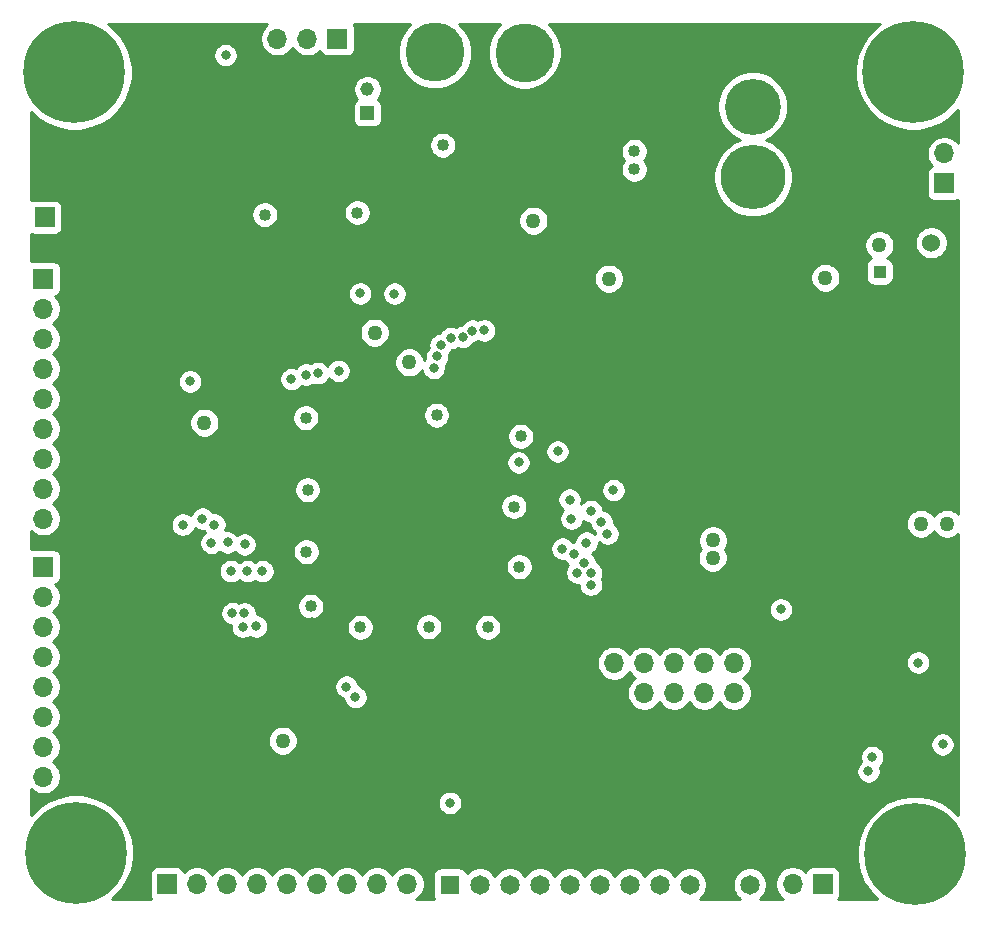
<source format=gbr>
G04 #@! TF.GenerationSoftware,KiCad,Pcbnew,(5.1.5)-3*
G04 #@! TF.CreationDate,2021-10-21T19:32:50-04:00*
G04 #@! TF.ProjectId,Main_Board,4d61696e-5f42-46f6-9172-642e6b696361,rev?*
G04 #@! TF.SameCoordinates,Original*
G04 #@! TF.FileFunction,Copper,L3,Inr*
G04 #@! TF.FilePolarity,Positive*
%FSLAX46Y46*%
G04 Gerber Fmt 4.6, Leading zero omitted, Abs format (unit mm)*
G04 Created by KiCad (PCBNEW (5.1.5)-3) date 2021-10-21 19:32:50*
%MOMM*%
%LPD*%
G04 APERTURE LIST*
%ADD10C,1.650000*%
%ADD11R,1.650000X1.650000*%
%ADD12O,1.700000X1.700000*%
%ADD13R,1.700000X1.700000*%
%ADD14C,4.740000*%
%ADD15C,5.460000*%
%ADD16R,1.100000X1.100000*%
%ADD17C,1.100000*%
%ADD18C,8.600000*%
%ADD19C,0.900000*%
%ADD20C,5.000000*%
%ADD21R,1.150000X1.150000*%
%ADD22C,1.150000*%
%ADD23C,1.270000*%
%ADD24C,1.016000*%
%ADD25C,0.800000*%
%ADD26C,1.524000*%
%ADD27C,0.254000*%
G04 APERTURE END LIST*
D10*
X147955000Y-98361500D03*
X145415000Y-98361500D03*
X142875000Y-98361500D03*
X140335000Y-98361500D03*
X137795000Y-98361500D03*
X135255000Y-98361500D03*
X132715000Y-98361500D03*
X130175000Y-98361500D03*
X127635000Y-98361500D03*
X125095000Y-98361500D03*
D11*
X122555000Y-98361500D03*
D12*
X88265000Y-39306500D03*
D13*
X88265000Y-41846500D03*
D14*
X148209000Y-32481000D03*
D15*
X148209000Y-38481000D03*
D16*
X158940500Y-46456600D03*
D17*
X158940500Y-48456600D03*
D18*
X90888820Y-95651320D03*
D19*
X94113820Y-95651320D03*
X93169239Y-97931739D03*
X90888820Y-98876320D03*
X88608401Y-97931739D03*
X87663820Y-95651320D03*
X88608401Y-93370901D03*
X90888820Y-92426320D03*
X93169239Y-93370901D03*
X164202879Y-93495361D03*
X161922460Y-92550780D03*
X159642041Y-93495361D03*
X158697460Y-95775780D03*
X159642041Y-98056199D03*
X161922460Y-99000780D03*
X164202879Y-98056199D03*
X165147460Y-95775780D03*
D18*
X161922460Y-95775780D03*
X90761820Y-29583380D03*
D19*
X93986820Y-29583380D03*
X93042239Y-31863799D03*
X90761820Y-32808380D03*
X88481401Y-31863799D03*
X87536820Y-29583380D03*
X88481401Y-27302961D03*
X90761820Y-26358380D03*
X93042239Y-27302961D03*
X164075879Y-27302961D03*
X161795460Y-26358380D03*
X159515041Y-27302961D03*
X158570460Y-29583380D03*
X159515041Y-31863799D03*
X161795460Y-32808380D03*
X164075879Y-31863799D03*
X165020460Y-29583380D03*
D18*
X161795460Y-29583380D03*
D20*
X121290080Y-27881580D03*
X128879600Y-27914600D03*
D13*
X88143080Y-47058580D03*
D12*
X88143080Y-49598580D03*
X88143080Y-52138580D03*
X88143080Y-54678580D03*
X88143080Y-57218580D03*
X88143080Y-59758580D03*
X88143080Y-62298580D03*
X88143080Y-64838580D03*
X88143080Y-67378580D03*
X118935500Y-98298000D03*
X116395500Y-98298000D03*
X113855500Y-98298000D03*
X111315500Y-98298000D03*
X108775500Y-98298000D03*
X106235500Y-98298000D03*
X103695500Y-98298000D03*
X101155500Y-98298000D03*
D13*
X98615500Y-98298000D03*
X88143080Y-71442580D03*
D12*
X88143080Y-73982580D03*
X88143080Y-76522580D03*
X88143080Y-79062580D03*
X88143080Y-81602580D03*
X88143080Y-84142580D03*
X88143080Y-86682580D03*
X88143080Y-89222580D03*
D13*
X113035080Y-26738580D03*
D12*
X110495080Y-26738580D03*
X107955080Y-26738580D03*
D21*
X115575080Y-33020000D03*
D22*
X115575080Y-31020000D03*
D13*
X164414200Y-38989000D03*
D12*
X164414200Y-36449000D03*
D13*
X136474200Y-82143600D03*
D12*
X136474200Y-79603600D03*
X139014200Y-82143600D03*
X139014200Y-79603600D03*
X141554200Y-82143600D03*
X141554200Y-79603600D03*
X144094200Y-82143600D03*
X144094200Y-79603600D03*
X146634200Y-82143600D03*
X146634200Y-79603600D03*
D13*
X154114500Y-98298000D03*
D12*
X151574500Y-98298000D03*
D23*
X144830800Y-69215000D03*
X164647880Y-67810380D03*
X101762560Y-59242960D03*
D24*
X128435100Y-71450200D03*
X110502700Y-64922400D03*
X121424700Y-58597800D03*
X128562100Y-60401200D03*
X110401100Y-70180200D03*
X120764300Y-76530200D03*
X127977900Y-66344800D03*
D25*
X164266880Y-86479380D03*
D23*
X108412280Y-86174580D03*
D25*
X131680660Y-61687000D03*
D23*
X129621280Y-42130980D03*
D25*
X114965480Y-48303180D03*
X117861080Y-48328580D03*
D24*
X138155680Y-36263580D03*
X138155680Y-37787580D03*
X106888280Y-41622980D03*
D23*
X144805400Y-70688200D03*
X162438080Y-67810380D03*
X158907480Y-44213780D03*
X154335480Y-46982380D03*
D24*
X110774480Y-74795380D03*
X114965480Y-76573380D03*
X110350300Y-58826400D03*
D25*
X113131600Y-54851300D03*
D24*
X121945400Y-35737800D03*
D23*
X136017000Y-47040800D03*
D24*
X114706400Y-41452800D03*
X125768100Y-76555600D03*
D23*
X116179600Y-51612800D03*
X119108780Y-54135580D03*
D25*
X103568500Y-28130500D03*
X124464238Y-51444845D03*
X123632412Y-51999886D03*
X121467290Y-53642032D03*
X121188480Y-54602380D03*
D26*
X163314380Y-44010580D03*
D25*
X134498080Y-66743580D03*
X132847080Y-67378580D03*
X135387080Y-67632580D03*
X135895080Y-68648580D03*
X134117080Y-69410580D03*
X132085080Y-69918580D03*
X133100902Y-70393539D03*
X133943379Y-71118529D03*
X133344717Y-71951637D03*
X134498080Y-71950580D03*
X134498080Y-72966580D03*
X114559080Y-82491580D03*
X113797080Y-81602580D03*
X106151387Y-76496887D03*
X105034080Y-76522580D03*
X105165733Y-75384233D03*
X104145080Y-75379580D03*
X121774898Y-52690517D03*
X122636280Y-52087780D03*
X125464077Y-51426769D03*
X151193500Y-56197500D03*
X156273500Y-56197500D03*
X153733500Y-56197500D03*
X153733500Y-53657500D03*
X156273500Y-53657500D03*
X151193500Y-53657500D03*
D24*
X110426500Y-71856600D03*
X110451900Y-66446400D03*
X128536700Y-58445400D03*
X116624100Y-76555600D03*
X122288300Y-76581000D03*
X128435100Y-69697600D03*
X128054100Y-64668400D03*
X119951500Y-58572400D03*
D25*
X164292280Y-84269580D03*
D24*
X106431080Y-62679580D03*
D25*
X152811480Y-64940180D03*
D24*
X111638080Y-82237580D03*
X109301280Y-48404780D03*
D23*
X159542480Y-54856380D03*
D24*
X110850680Y-76192380D03*
X110350300Y-60401200D03*
D25*
X135953500Y-50736500D03*
X138493500Y-50736500D03*
X141033500Y-50736500D03*
X135953500Y-53276500D03*
X138493500Y-53276500D03*
X141033500Y-53276500D03*
X135953500Y-55816500D03*
X138493500Y-55816500D03*
X141033500Y-55816500D03*
X135953500Y-58356500D03*
X138493500Y-58356500D03*
X141033500Y-58356500D03*
X135953500Y-60896500D03*
X138493500Y-60896500D03*
X141033500Y-60896500D03*
X143573500Y-58356500D03*
X146113500Y-58356500D03*
X148653500Y-58356500D03*
X151193500Y-58356500D03*
X153733500Y-58356500D03*
X156273500Y-58356500D03*
X143573500Y-60896500D03*
X146113500Y-60896500D03*
X148653500Y-60896500D03*
X151193500Y-60896500D03*
X153733500Y-60896500D03*
X156273500Y-60896500D03*
D24*
X128511300Y-76428600D03*
D25*
X162204400Y-73329800D03*
X154203400Y-93243400D03*
X160020000Y-73660000D03*
X128376680Y-62603380D03*
X136403080Y-64965580D03*
X122555000Y-91440000D03*
X132694680Y-65752980D03*
X99954080Y-67886580D03*
X100558600Y-55745380D03*
X109143800Y-55549800D03*
X110375700Y-55173880D03*
X111372340Y-55061332D03*
X150571200Y-75057000D03*
X158318200Y-87553800D03*
X101605080Y-67378580D03*
X102611444Y-67876944D03*
X102361959Y-69431614D03*
X103738581Y-69385081D03*
X105183500Y-69560000D03*
X104018080Y-71823580D03*
X105415080Y-71823580D03*
X106685080Y-71823580D03*
X162204400Y-79552800D03*
X157988000Y-88773000D03*
D27*
G36*
X107008448Y-25585105D02*
G01*
X106801605Y-25791948D01*
X106639090Y-26035169D01*
X106527148Y-26305422D01*
X106470080Y-26592320D01*
X106470080Y-26884840D01*
X106527148Y-27171738D01*
X106639090Y-27441991D01*
X106801605Y-27685212D01*
X107008448Y-27892055D01*
X107251669Y-28054570D01*
X107521922Y-28166512D01*
X107808820Y-28223580D01*
X108101340Y-28223580D01*
X108388238Y-28166512D01*
X108658491Y-28054570D01*
X108901712Y-27892055D01*
X109108555Y-27685212D01*
X109225080Y-27510820D01*
X109341605Y-27685212D01*
X109548448Y-27892055D01*
X109791669Y-28054570D01*
X110061922Y-28166512D01*
X110348820Y-28223580D01*
X110641340Y-28223580D01*
X110928238Y-28166512D01*
X111198491Y-28054570D01*
X111441712Y-27892055D01*
X111573567Y-27760200D01*
X111595578Y-27832760D01*
X111654543Y-27943074D01*
X111733895Y-28039765D01*
X111830586Y-28119117D01*
X111940900Y-28178082D01*
X112060598Y-28214392D01*
X112185080Y-28226652D01*
X113885080Y-28226652D01*
X114009562Y-28214392D01*
X114129260Y-28178082D01*
X114239574Y-28119117D01*
X114336265Y-28039765D01*
X114415617Y-27943074D01*
X114474582Y-27832760D01*
X114510892Y-27713062D01*
X114523152Y-27588580D01*
X114523152Y-25888580D01*
X114510892Y-25764098D01*
X114474582Y-25644400D01*
X114415617Y-25534086D01*
X114409802Y-25527000D01*
X119211100Y-25527000D01*
X118854966Y-25883134D01*
X118511879Y-26396601D01*
X118275556Y-26967134D01*
X118155080Y-27572809D01*
X118155080Y-28190351D01*
X118275556Y-28796026D01*
X118511879Y-29366559D01*
X118854966Y-29880026D01*
X119291634Y-30316694D01*
X119805101Y-30659781D01*
X120375634Y-30896104D01*
X120981309Y-31016580D01*
X121598851Y-31016580D01*
X122204526Y-30896104D01*
X122775059Y-30659781D01*
X123288526Y-30316694D01*
X123725194Y-29880026D01*
X124068281Y-29366559D01*
X124304604Y-28796026D01*
X124425080Y-28190351D01*
X124425080Y-27572809D01*
X124304604Y-26967134D01*
X124068281Y-26396601D01*
X123725194Y-25883134D01*
X123369060Y-25527000D01*
X126833640Y-25527000D01*
X126444486Y-25916154D01*
X126101399Y-26429621D01*
X125865076Y-27000154D01*
X125744600Y-27605829D01*
X125744600Y-28223371D01*
X125865076Y-28829046D01*
X126101399Y-29399579D01*
X126444486Y-29913046D01*
X126881154Y-30349714D01*
X127394621Y-30692801D01*
X127965154Y-30929124D01*
X128570829Y-31049600D01*
X129188371Y-31049600D01*
X129794046Y-30929124D01*
X130364579Y-30692801D01*
X130878046Y-30349714D01*
X131314714Y-29913046D01*
X131657801Y-29399579D01*
X131894124Y-28829046D01*
X132014600Y-28223371D01*
X132014600Y-27605829D01*
X131894124Y-27000154D01*
X131657801Y-26429621D01*
X131314714Y-25916154D01*
X130925560Y-25527000D01*
X158983497Y-25527000D01*
X158649581Y-25750115D01*
X157962195Y-26437501D01*
X157422120Y-27245781D01*
X157050110Y-28143894D01*
X156860460Y-29097325D01*
X156860460Y-30069435D01*
X157050110Y-31022866D01*
X157422120Y-31920979D01*
X157962195Y-32729259D01*
X158649581Y-33416645D01*
X159457861Y-33956720D01*
X160355974Y-34328730D01*
X161309405Y-34518380D01*
X162281515Y-34518380D01*
X163234946Y-34328730D01*
X164133059Y-33956720D01*
X164941339Y-33416645D01*
X165608000Y-32749984D01*
X165608000Y-35562719D01*
X165567675Y-35502368D01*
X165360832Y-35295525D01*
X165117611Y-35133010D01*
X164847358Y-35021068D01*
X164560460Y-34964000D01*
X164267940Y-34964000D01*
X163981042Y-35021068D01*
X163710789Y-35133010D01*
X163467568Y-35295525D01*
X163260725Y-35502368D01*
X163098210Y-35745589D01*
X162986268Y-36015842D01*
X162929200Y-36302740D01*
X162929200Y-36595260D01*
X162986268Y-36882158D01*
X163098210Y-37152411D01*
X163260725Y-37395632D01*
X163392580Y-37527487D01*
X163320020Y-37549498D01*
X163209706Y-37608463D01*
X163113015Y-37687815D01*
X163033663Y-37784506D01*
X162974698Y-37894820D01*
X162938388Y-38014518D01*
X162926128Y-38139000D01*
X162926128Y-39839000D01*
X162938388Y-39963482D01*
X162974698Y-40083180D01*
X163033663Y-40193494D01*
X163113015Y-40290185D01*
X163209706Y-40369537D01*
X163320020Y-40428502D01*
X163439718Y-40464812D01*
X163564200Y-40477072D01*
X165264200Y-40477072D01*
X165388682Y-40464812D01*
X165508380Y-40428502D01*
X165608000Y-40375253D01*
X165608000Y-66974449D01*
X165457458Y-66823907D01*
X165249451Y-66684921D01*
X165018325Y-66589185D01*
X164772964Y-66540380D01*
X164522796Y-66540380D01*
X164277435Y-66589185D01*
X164046309Y-66684921D01*
X163838302Y-66823907D01*
X163661407Y-67000802D01*
X163542980Y-67178040D01*
X163424553Y-67000802D01*
X163247658Y-66823907D01*
X163039651Y-66684921D01*
X162808525Y-66589185D01*
X162563164Y-66540380D01*
X162312996Y-66540380D01*
X162067635Y-66589185D01*
X161836509Y-66684921D01*
X161628502Y-66823907D01*
X161451607Y-67000802D01*
X161312621Y-67208809D01*
X161216885Y-67439935D01*
X161168080Y-67685296D01*
X161168080Y-67935464D01*
X161216885Y-68180825D01*
X161312621Y-68411951D01*
X161451607Y-68619958D01*
X161628502Y-68796853D01*
X161836509Y-68935839D01*
X162067635Y-69031575D01*
X162312996Y-69080380D01*
X162563164Y-69080380D01*
X162808525Y-69031575D01*
X163039651Y-68935839D01*
X163247658Y-68796853D01*
X163424553Y-68619958D01*
X163542980Y-68442720D01*
X163661407Y-68619958D01*
X163838302Y-68796853D01*
X164046309Y-68935839D01*
X164277435Y-69031575D01*
X164522796Y-69080380D01*
X164772964Y-69080380D01*
X165018325Y-69031575D01*
X165249451Y-68935839D01*
X165457458Y-68796853D01*
X165608000Y-68646311D01*
X165608000Y-92482176D01*
X165068339Y-91942515D01*
X164260059Y-91402440D01*
X163361946Y-91030430D01*
X162408515Y-90840780D01*
X161436405Y-90840780D01*
X160482974Y-91030430D01*
X159584861Y-91402440D01*
X158776581Y-91942515D01*
X158089195Y-92629901D01*
X157549120Y-93438181D01*
X157177110Y-94336294D01*
X156987460Y-95289725D01*
X156987460Y-96261835D01*
X157177110Y-97215266D01*
X157549120Y-98113379D01*
X158089195Y-98921659D01*
X158735536Y-99568000D01*
X155441278Y-99568000D01*
X155495037Y-99502494D01*
X155554002Y-99392180D01*
X155590312Y-99272482D01*
X155602572Y-99148000D01*
X155602572Y-97448000D01*
X155590312Y-97323518D01*
X155554002Y-97203820D01*
X155495037Y-97093506D01*
X155415685Y-96996815D01*
X155318994Y-96917463D01*
X155208680Y-96858498D01*
X155088982Y-96822188D01*
X154964500Y-96809928D01*
X153264500Y-96809928D01*
X153140018Y-96822188D01*
X153020320Y-96858498D01*
X152910006Y-96917463D01*
X152813315Y-96996815D01*
X152733963Y-97093506D01*
X152674998Y-97203820D01*
X152652987Y-97276380D01*
X152521132Y-97144525D01*
X152277911Y-96982010D01*
X152007658Y-96870068D01*
X151720760Y-96813000D01*
X151428240Y-96813000D01*
X151141342Y-96870068D01*
X150871089Y-96982010D01*
X150627868Y-97144525D01*
X150421025Y-97351368D01*
X150258510Y-97594589D01*
X150146568Y-97864842D01*
X150089500Y-98151740D01*
X150089500Y-98444260D01*
X150146568Y-98731158D01*
X150258510Y-99001411D01*
X150421025Y-99244632D01*
X150627868Y-99451475D01*
X150802260Y-99568000D01*
X148777276Y-99568000D01*
X148885696Y-99495556D01*
X149089056Y-99292196D01*
X149248835Y-99053069D01*
X149358893Y-98787366D01*
X149415000Y-98505297D01*
X149415000Y-98217703D01*
X149358893Y-97935634D01*
X149248835Y-97669931D01*
X149089056Y-97430804D01*
X148885696Y-97227444D01*
X148646569Y-97067665D01*
X148380866Y-96957607D01*
X148098797Y-96901500D01*
X147811203Y-96901500D01*
X147529134Y-96957607D01*
X147263431Y-97067665D01*
X147024304Y-97227444D01*
X146820944Y-97430804D01*
X146661165Y-97669931D01*
X146551107Y-97935634D01*
X146495000Y-98217703D01*
X146495000Y-98505297D01*
X146551107Y-98787366D01*
X146661165Y-99053069D01*
X146820944Y-99292196D01*
X147024304Y-99495556D01*
X147132724Y-99568000D01*
X143697276Y-99568000D01*
X143805696Y-99495556D01*
X144009056Y-99292196D01*
X144168835Y-99053069D01*
X144278893Y-98787366D01*
X144335000Y-98505297D01*
X144335000Y-98217703D01*
X144278893Y-97935634D01*
X144168835Y-97669931D01*
X144009056Y-97430804D01*
X143805696Y-97227444D01*
X143566569Y-97067665D01*
X143300866Y-96957607D01*
X143018797Y-96901500D01*
X142731203Y-96901500D01*
X142449134Y-96957607D01*
X142183431Y-97067665D01*
X141944304Y-97227444D01*
X141740944Y-97430804D01*
X141605000Y-97634259D01*
X141469056Y-97430804D01*
X141265696Y-97227444D01*
X141026569Y-97067665D01*
X140760866Y-96957607D01*
X140478797Y-96901500D01*
X140191203Y-96901500D01*
X139909134Y-96957607D01*
X139643431Y-97067665D01*
X139404304Y-97227444D01*
X139200944Y-97430804D01*
X139065000Y-97634259D01*
X138929056Y-97430804D01*
X138725696Y-97227444D01*
X138486569Y-97067665D01*
X138220866Y-96957607D01*
X137938797Y-96901500D01*
X137651203Y-96901500D01*
X137369134Y-96957607D01*
X137103431Y-97067665D01*
X136864304Y-97227444D01*
X136660944Y-97430804D01*
X136525000Y-97634259D01*
X136389056Y-97430804D01*
X136185696Y-97227444D01*
X135946569Y-97067665D01*
X135680866Y-96957607D01*
X135398797Y-96901500D01*
X135111203Y-96901500D01*
X134829134Y-96957607D01*
X134563431Y-97067665D01*
X134324304Y-97227444D01*
X134120944Y-97430804D01*
X133985000Y-97634259D01*
X133849056Y-97430804D01*
X133645696Y-97227444D01*
X133406569Y-97067665D01*
X133140866Y-96957607D01*
X132858797Y-96901500D01*
X132571203Y-96901500D01*
X132289134Y-96957607D01*
X132023431Y-97067665D01*
X131784304Y-97227444D01*
X131580944Y-97430804D01*
X131445000Y-97634259D01*
X131309056Y-97430804D01*
X131105696Y-97227444D01*
X130866569Y-97067665D01*
X130600866Y-96957607D01*
X130318797Y-96901500D01*
X130031203Y-96901500D01*
X129749134Y-96957607D01*
X129483431Y-97067665D01*
X129244304Y-97227444D01*
X129040944Y-97430804D01*
X128905000Y-97634259D01*
X128769056Y-97430804D01*
X128565696Y-97227444D01*
X128326569Y-97067665D01*
X128060866Y-96957607D01*
X127778797Y-96901500D01*
X127491203Y-96901500D01*
X127209134Y-96957607D01*
X126943431Y-97067665D01*
X126704304Y-97227444D01*
X126500944Y-97430804D01*
X126365000Y-97634259D01*
X126229056Y-97430804D01*
X126025696Y-97227444D01*
X125786569Y-97067665D01*
X125520866Y-96957607D01*
X125238797Y-96901500D01*
X124951203Y-96901500D01*
X124669134Y-96957607D01*
X124403431Y-97067665D01*
X124164304Y-97227444D01*
X123999742Y-97392006D01*
X123969502Y-97292320D01*
X123910537Y-97182006D01*
X123831185Y-97085315D01*
X123734494Y-97005963D01*
X123624180Y-96946998D01*
X123504482Y-96910688D01*
X123380000Y-96898428D01*
X121730000Y-96898428D01*
X121605518Y-96910688D01*
X121485820Y-96946998D01*
X121375506Y-97005963D01*
X121278815Y-97085315D01*
X121199463Y-97182006D01*
X121140498Y-97292320D01*
X121104188Y-97412018D01*
X121091928Y-97536500D01*
X121091928Y-99186500D01*
X121104188Y-99310982D01*
X121140498Y-99430680D01*
X121199463Y-99540994D01*
X121221626Y-99568000D01*
X119707740Y-99568000D01*
X119882132Y-99451475D01*
X120088975Y-99244632D01*
X120251490Y-99001411D01*
X120363432Y-98731158D01*
X120420500Y-98444260D01*
X120420500Y-98151740D01*
X120363432Y-97864842D01*
X120251490Y-97594589D01*
X120088975Y-97351368D01*
X119882132Y-97144525D01*
X119638911Y-96982010D01*
X119368658Y-96870068D01*
X119081760Y-96813000D01*
X118789240Y-96813000D01*
X118502342Y-96870068D01*
X118232089Y-96982010D01*
X117988868Y-97144525D01*
X117782025Y-97351368D01*
X117665500Y-97525760D01*
X117548975Y-97351368D01*
X117342132Y-97144525D01*
X117098911Y-96982010D01*
X116828658Y-96870068D01*
X116541760Y-96813000D01*
X116249240Y-96813000D01*
X115962342Y-96870068D01*
X115692089Y-96982010D01*
X115448868Y-97144525D01*
X115242025Y-97351368D01*
X115125500Y-97525760D01*
X115008975Y-97351368D01*
X114802132Y-97144525D01*
X114558911Y-96982010D01*
X114288658Y-96870068D01*
X114001760Y-96813000D01*
X113709240Y-96813000D01*
X113422342Y-96870068D01*
X113152089Y-96982010D01*
X112908868Y-97144525D01*
X112702025Y-97351368D01*
X112585500Y-97525760D01*
X112468975Y-97351368D01*
X112262132Y-97144525D01*
X112018911Y-96982010D01*
X111748658Y-96870068D01*
X111461760Y-96813000D01*
X111169240Y-96813000D01*
X110882342Y-96870068D01*
X110612089Y-96982010D01*
X110368868Y-97144525D01*
X110162025Y-97351368D01*
X110045500Y-97525760D01*
X109928975Y-97351368D01*
X109722132Y-97144525D01*
X109478911Y-96982010D01*
X109208658Y-96870068D01*
X108921760Y-96813000D01*
X108629240Y-96813000D01*
X108342342Y-96870068D01*
X108072089Y-96982010D01*
X107828868Y-97144525D01*
X107622025Y-97351368D01*
X107505500Y-97525760D01*
X107388975Y-97351368D01*
X107182132Y-97144525D01*
X106938911Y-96982010D01*
X106668658Y-96870068D01*
X106381760Y-96813000D01*
X106089240Y-96813000D01*
X105802342Y-96870068D01*
X105532089Y-96982010D01*
X105288868Y-97144525D01*
X105082025Y-97351368D01*
X104965500Y-97525760D01*
X104848975Y-97351368D01*
X104642132Y-97144525D01*
X104398911Y-96982010D01*
X104128658Y-96870068D01*
X103841760Y-96813000D01*
X103549240Y-96813000D01*
X103262342Y-96870068D01*
X102992089Y-96982010D01*
X102748868Y-97144525D01*
X102542025Y-97351368D01*
X102425500Y-97525760D01*
X102308975Y-97351368D01*
X102102132Y-97144525D01*
X101858911Y-96982010D01*
X101588658Y-96870068D01*
X101301760Y-96813000D01*
X101009240Y-96813000D01*
X100722342Y-96870068D01*
X100452089Y-96982010D01*
X100208868Y-97144525D01*
X100077013Y-97276380D01*
X100055002Y-97203820D01*
X99996037Y-97093506D01*
X99916685Y-96996815D01*
X99819994Y-96917463D01*
X99709680Y-96858498D01*
X99589982Y-96822188D01*
X99465500Y-96809928D01*
X97765500Y-96809928D01*
X97641018Y-96822188D01*
X97521320Y-96858498D01*
X97411006Y-96917463D01*
X97314315Y-96996815D01*
X97234963Y-97093506D01*
X97175998Y-97203820D01*
X97139688Y-97323518D01*
X97127428Y-97448000D01*
X97127428Y-99148000D01*
X97139688Y-99272482D01*
X97175998Y-99392180D01*
X97234963Y-99502494D01*
X97288722Y-99568000D01*
X93909860Y-99568000D01*
X94034699Y-99484585D01*
X94722085Y-98797199D01*
X95262160Y-97988919D01*
X95634170Y-97090806D01*
X95823820Y-96137375D01*
X95823820Y-95165265D01*
X95634170Y-94211834D01*
X95262160Y-93313721D01*
X94722085Y-92505441D01*
X94034699Y-91818055D01*
X93316337Y-91338061D01*
X121520000Y-91338061D01*
X121520000Y-91541939D01*
X121559774Y-91741898D01*
X121637795Y-91930256D01*
X121751063Y-92099774D01*
X121895226Y-92243937D01*
X122064744Y-92357205D01*
X122253102Y-92435226D01*
X122453061Y-92475000D01*
X122656939Y-92475000D01*
X122856898Y-92435226D01*
X123045256Y-92357205D01*
X123214774Y-92243937D01*
X123358937Y-92099774D01*
X123472205Y-91930256D01*
X123550226Y-91741898D01*
X123590000Y-91541939D01*
X123590000Y-91338061D01*
X123550226Y-91138102D01*
X123472205Y-90949744D01*
X123358937Y-90780226D01*
X123214774Y-90636063D01*
X123045256Y-90522795D01*
X122856898Y-90444774D01*
X122656939Y-90405000D01*
X122453061Y-90405000D01*
X122253102Y-90444774D01*
X122064744Y-90522795D01*
X121895226Y-90636063D01*
X121751063Y-90780226D01*
X121637795Y-90949744D01*
X121559774Y-91138102D01*
X121520000Y-91338061D01*
X93316337Y-91338061D01*
X93226419Y-91277980D01*
X92328306Y-90905970D01*
X91374875Y-90716320D01*
X90402765Y-90716320D01*
X89449334Y-90905970D01*
X88551221Y-91277980D01*
X87742941Y-91818055D01*
X87122000Y-92438996D01*
X87122000Y-90301607D01*
X87196448Y-90376055D01*
X87439669Y-90538570D01*
X87709922Y-90650512D01*
X87996820Y-90707580D01*
X88289340Y-90707580D01*
X88576238Y-90650512D01*
X88846491Y-90538570D01*
X89089712Y-90376055D01*
X89296555Y-90169212D01*
X89459070Y-89925991D01*
X89571012Y-89655738D01*
X89628080Y-89368840D01*
X89628080Y-89076320D01*
X89571012Y-88789422D01*
X89521986Y-88671061D01*
X156953000Y-88671061D01*
X156953000Y-88874939D01*
X156992774Y-89074898D01*
X157070795Y-89263256D01*
X157184063Y-89432774D01*
X157328226Y-89576937D01*
X157497744Y-89690205D01*
X157686102Y-89768226D01*
X157886061Y-89808000D01*
X158089939Y-89808000D01*
X158289898Y-89768226D01*
X158478256Y-89690205D01*
X158647774Y-89576937D01*
X158791937Y-89432774D01*
X158905205Y-89263256D01*
X158983226Y-89074898D01*
X159023000Y-88874939D01*
X159023000Y-88671061D01*
X158983226Y-88471102D01*
X158945309Y-88379563D01*
X158977974Y-88357737D01*
X159122137Y-88213574D01*
X159235405Y-88044056D01*
X159313426Y-87855698D01*
X159353200Y-87655739D01*
X159353200Y-87451861D01*
X159313426Y-87251902D01*
X159235405Y-87063544D01*
X159122137Y-86894026D01*
X158977974Y-86749863D01*
X158808456Y-86636595D01*
X158620098Y-86558574D01*
X158420139Y-86518800D01*
X158216261Y-86518800D01*
X158016302Y-86558574D01*
X157827944Y-86636595D01*
X157658426Y-86749863D01*
X157514263Y-86894026D01*
X157400995Y-87063544D01*
X157322974Y-87251902D01*
X157283200Y-87451861D01*
X157283200Y-87655739D01*
X157322974Y-87855698D01*
X157360891Y-87947237D01*
X157328226Y-87969063D01*
X157184063Y-88113226D01*
X157070795Y-88282744D01*
X156992774Y-88471102D01*
X156953000Y-88671061D01*
X89521986Y-88671061D01*
X89459070Y-88519169D01*
X89296555Y-88275948D01*
X89089712Y-88069105D01*
X88915320Y-87952580D01*
X89089712Y-87836055D01*
X89296555Y-87629212D01*
X89459070Y-87385991D01*
X89571012Y-87115738D01*
X89628080Y-86828840D01*
X89628080Y-86536320D01*
X89571012Y-86249422D01*
X89488201Y-86049496D01*
X107142280Y-86049496D01*
X107142280Y-86299664D01*
X107191085Y-86545025D01*
X107286821Y-86776151D01*
X107425807Y-86984158D01*
X107602702Y-87161053D01*
X107810709Y-87300039D01*
X108041835Y-87395775D01*
X108287196Y-87444580D01*
X108537364Y-87444580D01*
X108782725Y-87395775D01*
X109013851Y-87300039D01*
X109221858Y-87161053D01*
X109398753Y-86984158D01*
X109537739Y-86776151D01*
X109633475Y-86545025D01*
X109666809Y-86377441D01*
X163231880Y-86377441D01*
X163231880Y-86581319D01*
X163271654Y-86781278D01*
X163349675Y-86969636D01*
X163462943Y-87139154D01*
X163607106Y-87283317D01*
X163776624Y-87396585D01*
X163964982Y-87474606D01*
X164164941Y-87514380D01*
X164368819Y-87514380D01*
X164568778Y-87474606D01*
X164757136Y-87396585D01*
X164926654Y-87283317D01*
X165070817Y-87139154D01*
X165184085Y-86969636D01*
X165262106Y-86781278D01*
X165301880Y-86581319D01*
X165301880Y-86377441D01*
X165262106Y-86177482D01*
X165184085Y-85989124D01*
X165070817Y-85819606D01*
X164926654Y-85675443D01*
X164757136Y-85562175D01*
X164568778Y-85484154D01*
X164368819Y-85444380D01*
X164164941Y-85444380D01*
X163964982Y-85484154D01*
X163776624Y-85562175D01*
X163607106Y-85675443D01*
X163462943Y-85819606D01*
X163349675Y-85989124D01*
X163271654Y-86177482D01*
X163231880Y-86377441D01*
X109666809Y-86377441D01*
X109682280Y-86299664D01*
X109682280Y-86049496D01*
X109633475Y-85804135D01*
X109537739Y-85573009D01*
X109398753Y-85365002D01*
X109221858Y-85188107D01*
X109013851Y-85049121D01*
X108782725Y-84953385D01*
X108537364Y-84904580D01*
X108287196Y-84904580D01*
X108041835Y-84953385D01*
X107810709Y-85049121D01*
X107602702Y-85188107D01*
X107425807Y-85365002D01*
X107286821Y-85573009D01*
X107191085Y-85804135D01*
X107142280Y-86049496D01*
X89488201Y-86049496D01*
X89459070Y-85979169D01*
X89296555Y-85735948D01*
X89089712Y-85529105D01*
X88915320Y-85412580D01*
X89089712Y-85296055D01*
X89296555Y-85089212D01*
X89459070Y-84845991D01*
X89571012Y-84575738D01*
X89628080Y-84288840D01*
X89628080Y-83996320D01*
X89571012Y-83709422D01*
X89459070Y-83439169D01*
X89296555Y-83195948D01*
X89089712Y-82989105D01*
X88915320Y-82872580D01*
X89089712Y-82756055D01*
X89296555Y-82549212D01*
X89459070Y-82305991D01*
X89571012Y-82035738D01*
X89628080Y-81748840D01*
X89628080Y-81500641D01*
X112762080Y-81500641D01*
X112762080Y-81704519D01*
X112801854Y-81904478D01*
X112879875Y-82092836D01*
X112993143Y-82262354D01*
X113137306Y-82406517D01*
X113306824Y-82519785D01*
X113495182Y-82597806D01*
X113526158Y-82603968D01*
X113563854Y-82793478D01*
X113641875Y-82981836D01*
X113755143Y-83151354D01*
X113899306Y-83295517D01*
X114068824Y-83408785D01*
X114257182Y-83486806D01*
X114457141Y-83526580D01*
X114661019Y-83526580D01*
X114860978Y-83486806D01*
X115049336Y-83408785D01*
X115218854Y-83295517D01*
X115363017Y-83151354D01*
X115476285Y-82981836D01*
X115554306Y-82793478D01*
X115594080Y-82593519D01*
X115594080Y-82389641D01*
X115554306Y-82189682D01*
X115476285Y-82001324D01*
X115363017Y-81831806D01*
X115218854Y-81687643D01*
X115049336Y-81574375D01*
X114860978Y-81496354D01*
X114830002Y-81490192D01*
X114792306Y-81300682D01*
X114714285Y-81112324D01*
X114601017Y-80942806D01*
X114456854Y-80798643D01*
X114287336Y-80685375D01*
X114098978Y-80607354D01*
X113899019Y-80567580D01*
X113695141Y-80567580D01*
X113495182Y-80607354D01*
X113306824Y-80685375D01*
X113137306Y-80798643D01*
X112993143Y-80942806D01*
X112879875Y-81112324D01*
X112801854Y-81300682D01*
X112762080Y-81500641D01*
X89628080Y-81500641D01*
X89628080Y-81456320D01*
X89571012Y-81169422D01*
X89459070Y-80899169D01*
X89296555Y-80655948D01*
X89089712Y-80449105D01*
X88915320Y-80332580D01*
X89089712Y-80216055D01*
X89296555Y-80009212D01*
X89459070Y-79765991D01*
X89571012Y-79495738D01*
X89578649Y-79457340D01*
X134989200Y-79457340D01*
X134989200Y-79749860D01*
X135046268Y-80036758D01*
X135158210Y-80307011D01*
X135320725Y-80550232D01*
X135527568Y-80757075D01*
X135770789Y-80919590D01*
X136041042Y-81031532D01*
X136327940Y-81088600D01*
X136620460Y-81088600D01*
X136907358Y-81031532D01*
X137177611Y-80919590D01*
X137420832Y-80757075D01*
X137627675Y-80550232D01*
X137744200Y-80375840D01*
X137860725Y-80550232D01*
X138067568Y-80757075D01*
X138241960Y-80873600D01*
X138067568Y-80990125D01*
X137860725Y-81196968D01*
X137698210Y-81440189D01*
X137586268Y-81710442D01*
X137529200Y-81997340D01*
X137529200Y-82289860D01*
X137586268Y-82576758D01*
X137698210Y-82847011D01*
X137860725Y-83090232D01*
X138067568Y-83297075D01*
X138310789Y-83459590D01*
X138581042Y-83571532D01*
X138867940Y-83628600D01*
X139160460Y-83628600D01*
X139447358Y-83571532D01*
X139717611Y-83459590D01*
X139960832Y-83297075D01*
X140167675Y-83090232D01*
X140284200Y-82915840D01*
X140400725Y-83090232D01*
X140607568Y-83297075D01*
X140850789Y-83459590D01*
X141121042Y-83571532D01*
X141407940Y-83628600D01*
X141700460Y-83628600D01*
X141987358Y-83571532D01*
X142257611Y-83459590D01*
X142500832Y-83297075D01*
X142707675Y-83090232D01*
X142824200Y-82915840D01*
X142940725Y-83090232D01*
X143147568Y-83297075D01*
X143390789Y-83459590D01*
X143661042Y-83571532D01*
X143947940Y-83628600D01*
X144240460Y-83628600D01*
X144527358Y-83571532D01*
X144797611Y-83459590D01*
X145040832Y-83297075D01*
X145247675Y-83090232D01*
X145364200Y-82915840D01*
X145480725Y-83090232D01*
X145687568Y-83297075D01*
X145930789Y-83459590D01*
X146201042Y-83571532D01*
X146487940Y-83628600D01*
X146780460Y-83628600D01*
X147067358Y-83571532D01*
X147337611Y-83459590D01*
X147580832Y-83297075D01*
X147787675Y-83090232D01*
X147950190Y-82847011D01*
X148062132Y-82576758D01*
X148119200Y-82289860D01*
X148119200Y-81997340D01*
X148062132Y-81710442D01*
X147950190Y-81440189D01*
X147787675Y-81196968D01*
X147580832Y-80990125D01*
X147406440Y-80873600D01*
X147580832Y-80757075D01*
X147787675Y-80550232D01*
X147950190Y-80307011D01*
X148062132Y-80036758D01*
X148119200Y-79749860D01*
X148119200Y-79457340D01*
X148117912Y-79450861D01*
X161169400Y-79450861D01*
X161169400Y-79654739D01*
X161209174Y-79854698D01*
X161287195Y-80043056D01*
X161400463Y-80212574D01*
X161544626Y-80356737D01*
X161714144Y-80470005D01*
X161902502Y-80548026D01*
X162102461Y-80587800D01*
X162306339Y-80587800D01*
X162506298Y-80548026D01*
X162694656Y-80470005D01*
X162864174Y-80356737D01*
X163008337Y-80212574D01*
X163121605Y-80043056D01*
X163199626Y-79854698D01*
X163239400Y-79654739D01*
X163239400Y-79450861D01*
X163199626Y-79250902D01*
X163121605Y-79062544D01*
X163008337Y-78893026D01*
X162864174Y-78748863D01*
X162694656Y-78635595D01*
X162506298Y-78557574D01*
X162306339Y-78517800D01*
X162102461Y-78517800D01*
X161902502Y-78557574D01*
X161714144Y-78635595D01*
X161544626Y-78748863D01*
X161400463Y-78893026D01*
X161287195Y-79062544D01*
X161209174Y-79250902D01*
X161169400Y-79450861D01*
X148117912Y-79450861D01*
X148062132Y-79170442D01*
X147950190Y-78900189D01*
X147787675Y-78656968D01*
X147580832Y-78450125D01*
X147337611Y-78287610D01*
X147067358Y-78175668D01*
X146780460Y-78118600D01*
X146487940Y-78118600D01*
X146201042Y-78175668D01*
X145930789Y-78287610D01*
X145687568Y-78450125D01*
X145480725Y-78656968D01*
X145364200Y-78831360D01*
X145247675Y-78656968D01*
X145040832Y-78450125D01*
X144797611Y-78287610D01*
X144527358Y-78175668D01*
X144240460Y-78118600D01*
X143947940Y-78118600D01*
X143661042Y-78175668D01*
X143390789Y-78287610D01*
X143147568Y-78450125D01*
X142940725Y-78656968D01*
X142824200Y-78831360D01*
X142707675Y-78656968D01*
X142500832Y-78450125D01*
X142257611Y-78287610D01*
X141987358Y-78175668D01*
X141700460Y-78118600D01*
X141407940Y-78118600D01*
X141121042Y-78175668D01*
X140850789Y-78287610D01*
X140607568Y-78450125D01*
X140400725Y-78656968D01*
X140284200Y-78831360D01*
X140167675Y-78656968D01*
X139960832Y-78450125D01*
X139717611Y-78287610D01*
X139447358Y-78175668D01*
X139160460Y-78118600D01*
X138867940Y-78118600D01*
X138581042Y-78175668D01*
X138310789Y-78287610D01*
X138067568Y-78450125D01*
X137860725Y-78656968D01*
X137744200Y-78831360D01*
X137627675Y-78656968D01*
X137420832Y-78450125D01*
X137177611Y-78287610D01*
X136907358Y-78175668D01*
X136620460Y-78118600D01*
X136327940Y-78118600D01*
X136041042Y-78175668D01*
X135770789Y-78287610D01*
X135527568Y-78450125D01*
X135320725Y-78656968D01*
X135158210Y-78900189D01*
X135046268Y-79170442D01*
X134989200Y-79457340D01*
X89578649Y-79457340D01*
X89628080Y-79208840D01*
X89628080Y-78916320D01*
X89571012Y-78629422D01*
X89459070Y-78359169D01*
X89296555Y-78115948D01*
X89089712Y-77909105D01*
X88915320Y-77792580D01*
X89089712Y-77676055D01*
X89296555Y-77469212D01*
X89459070Y-77225991D01*
X89571012Y-76955738D01*
X89628080Y-76668840D01*
X89628080Y-76376320D01*
X89571012Y-76089422D01*
X89459070Y-75819169D01*
X89296555Y-75575948D01*
X89089712Y-75369105D01*
X88952827Y-75277641D01*
X103110080Y-75277641D01*
X103110080Y-75481519D01*
X103149854Y-75681478D01*
X103227875Y-75869836D01*
X103341143Y-76039354D01*
X103485306Y-76183517D01*
X103654824Y-76296785D01*
X103843182Y-76374806D01*
X104001917Y-76406380D01*
X103999080Y-76420641D01*
X103999080Y-76624519D01*
X104038854Y-76824478D01*
X104116875Y-77012836D01*
X104230143Y-77182354D01*
X104374306Y-77326517D01*
X104543824Y-77439785D01*
X104732182Y-77517806D01*
X104932141Y-77557580D01*
X105136019Y-77557580D01*
X105335978Y-77517806D01*
X105524336Y-77439785D01*
X105611960Y-77381237D01*
X105661131Y-77414092D01*
X105849489Y-77492113D01*
X106049448Y-77531887D01*
X106253326Y-77531887D01*
X106453285Y-77492113D01*
X106641643Y-77414092D01*
X106811161Y-77300824D01*
X106955324Y-77156661D01*
X107068592Y-76987143D01*
X107146613Y-76798785D01*
X107186387Y-76598826D01*
X107186387Y-76460804D01*
X113822480Y-76460804D01*
X113822480Y-76685956D01*
X113866405Y-76906781D01*
X113952567Y-77114793D01*
X114077654Y-77302000D01*
X114236860Y-77461206D01*
X114424067Y-77586293D01*
X114632079Y-77672455D01*
X114852904Y-77716380D01*
X115078056Y-77716380D01*
X115298881Y-77672455D01*
X115506893Y-77586293D01*
X115694100Y-77461206D01*
X115853306Y-77302000D01*
X115978393Y-77114793D01*
X116064555Y-76906781D01*
X116108480Y-76685956D01*
X116108480Y-76460804D01*
X116099891Y-76417624D01*
X119621300Y-76417624D01*
X119621300Y-76642776D01*
X119665225Y-76863601D01*
X119751387Y-77071613D01*
X119876474Y-77258820D01*
X120035680Y-77418026D01*
X120222887Y-77543113D01*
X120430899Y-77629275D01*
X120651724Y-77673200D01*
X120876876Y-77673200D01*
X121097701Y-77629275D01*
X121305713Y-77543113D01*
X121492920Y-77418026D01*
X121652126Y-77258820D01*
X121777213Y-77071613D01*
X121863375Y-76863601D01*
X121907300Y-76642776D01*
X121907300Y-76443024D01*
X124625100Y-76443024D01*
X124625100Y-76668176D01*
X124669025Y-76889001D01*
X124755187Y-77097013D01*
X124880274Y-77284220D01*
X125039480Y-77443426D01*
X125226687Y-77568513D01*
X125434699Y-77654675D01*
X125655524Y-77698600D01*
X125880676Y-77698600D01*
X126101501Y-77654675D01*
X126309513Y-77568513D01*
X126496720Y-77443426D01*
X126655926Y-77284220D01*
X126781013Y-77097013D01*
X126867175Y-76889001D01*
X126911100Y-76668176D01*
X126911100Y-76443024D01*
X126867175Y-76222199D01*
X126781013Y-76014187D01*
X126655926Y-75826980D01*
X126496720Y-75667774D01*
X126309513Y-75542687D01*
X126101501Y-75456525D01*
X125880676Y-75412600D01*
X125655524Y-75412600D01*
X125434699Y-75456525D01*
X125226687Y-75542687D01*
X125039480Y-75667774D01*
X124880274Y-75826980D01*
X124755187Y-76014187D01*
X124669025Y-76222199D01*
X124625100Y-76443024D01*
X121907300Y-76443024D01*
X121907300Y-76417624D01*
X121863375Y-76196799D01*
X121777213Y-75988787D01*
X121652126Y-75801580D01*
X121492920Y-75642374D01*
X121305713Y-75517287D01*
X121097701Y-75431125D01*
X120876876Y-75387200D01*
X120651724Y-75387200D01*
X120430899Y-75431125D01*
X120222887Y-75517287D01*
X120035680Y-75642374D01*
X119876474Y-75801580D01*
X119751387Y-75988787D01*
X119665225Y-76196799D01*
X119621300Y-76417624D01*
X116099891Y-76417624D01*
X116064555Y-76239979D01*
X115978393Y-76031967D01*
X115853306Y-75844760D01*
X115694100Y-75685554D01*
X115506893Y-75560467D01*
X115298881Y-75474305D01*
X115078056Y-75430380D01*
X114852904Y-75430380D01*
X114632079Y-75474305D01*
X114424067Y-75560467D01*
X114236860Y-75685554D01*
X114077654Y-75844760D01*
X113952567Y-76031967D01*
X113866405Y-76239979D01*
X113822480Y-76460804D01*
X107186387Y-76460804D01*
X107186387Y-76394948D01*
X107146613Y-76194989D01*
X107068592Y-76006631D01*
X106955324Y-75837113D01*
X106811161Y-75692950D01*
X106641643Y-75579682D01*
X106453285Y-75501661D01*
X106253326Y-75461887D01*
X106200733Y-75461887D01*
X106200733Y-75282294D01*
X106160959Y-75082335D01*
X106082938Y-74893977D01*
X105969670Y-74724459D01*
X105928015Y-74682804D01*
X109631480Y-74682804D01*
X109631480Y-74907956D01*
X109675405Y-75128781D01*
X109761567Y-75336793D01*
X109886654Y-75524000D01*
X110045860Y-75683206D01*
X110233067Y-75808293D01*
X110441079Y-75894455D01*
X110661904Y-75938380D01*
X110887056Y-75938380D01*
X111107881Y-75894455D01*
X111315893Y-75808293D01*
X111503100Y-75683206D01*
X111662306Y-75524000D01*
X111787393Y-75336793D01*
X111873555Y-75128781D01*
X111908110Y-74955061D01*
X149536200Y-74955061D01*
X149536200Y-75158939D01*
X149575974Y-75358898D01*
X149653995Y-75547256D01*
X149767263Y-75716774D01*
X149911426Y-75860937D01*
X150080944Y-75974205D01*
X150269302Y-76052226D01*
X150469261Y-76092000D01*
X150673139Y-76092000D01*
X150873098Y-76052226D01*
X151061456Y-75974205D01*
X151230974Y-75860937D01*
X151375137Y-75716774D01*
X151488405Y-75547256D01*
X151566426Y-75358898D01*
X151606200Y-75158939D01*
X151606200Y-74955061D01*
X151566426Y-74755102D01*
X151488405Y-74566744D01*
X151375137Y-74397226D01*
X151230974Y-74253063D01*
X151061456Y-74139795D01*
X150873098Y-74061774D01*
X150673139Y-74022000D01*
X150469261Y-74022000D01*
X150269302Y-74061774D01*
X150080944Y-74139795D01*
X149911426Y-74253063D01*
X149767263Y-74397226D01*
X149653995Y-74566744D01*
X149575974Y-74755102D01*
X149536200Y-74955061D01*
X111908110Y-74955061D01*
X111917480Y-74907956D01*
X111917480Y-74682804D01*
X111873555Y-74461979D01*
X111787393Y-74253967D01*
X111662306Y-74066760D01*
X111503100Y-73907554D01*
X111315893Y-73782467D01*
X111107881Y-73696305D01*
X110887056Y-73652380D01*
X110661904Y-73652380D01*
X110441079Y-73696305D01*
X110233067Y-73782467D01*
X110045860Y-73907554D01*
X109886654Y-74066760D01*
X109761567Y-74253967D01*
X109675405Y-74461979D01*
X109631480Y-74682804D01*
X105928015Y-74682804D01*
X105825507Y-74580296D01*
X105655989Y-74467028D01*
X105467631Y-74389007D01*
X105267672Y-74349233D01*
X105063794Y-74349233D01*
X104863835Y-74389007D01*
X104675477Y-74467028D01*
X104658888Y-74478112D01*
X104635336Y-74462375D01*
X104446978Y-74384354D01*
X104247019Y-74344580D01*
X104043141Y-74344580D01*
X103843182Y-74384354D01*
X103654824Y-74462375D01*
X103485306Y-74575643D01*
X103341143Y-74719806D01*
X103227875Y-74889324D01*
X103149854Y-75077682D01*
X103110080Y-75277641D01*
X88952827Y-75277641D01*
X88915320Y-75252580D01*
X89089712Y-75136055D01*
X89296555Y-74929212D01*
X89459070Y-74685991D01*
X89571012Y-74415738D01*
X89628080Y-74128840D01*
X89628080Y-73836320D01*
X89571012Y-73549422D01*
X89459070Y-73279169D01*
X89296555Y-73035948D01*
X89164700Y-72904093D01*
X89237260Y-72882082D01*
X89347574Y-72823117D01*
X89444265Y-72743765D01*
X89523617Y-72647074D01*
X89582582Y-72536760D01*
X89618892Y-72417062D01*
X89631152Y-72292580D01*
X89631152Y-71721641D01*
X102983080Y-71721641D01*
X102983080Y-71925519D01*
X103022854Y-72125478D01*
X103100875Y-72313836D01*
X103214143Y-72483354D01*
X103358306Y-72627517D01*
X103527824Y-72740785D01*
X103716182Y-72818806D01*
X103916141Y-72858580D01*
X104120019Y-72858580D01*
X104319978Y-72818806D01*
X104508336Y-72740785D01*
X104677854Y-72627517D01*
X104716580Y-72588791D01*
X104755306Y-72627517D01*
X104924824Y-72740785D01*
X105113182Y-72818806D01*
X105313141Y-72858580D01*
X105517019Y-72858580D01*
X105716978Y-72818806D01*
X105905336Y-72740785D01*
X106050080Y-72644070D01*
X106194824Y-72740785D01*
X106383182Y-72818806D01*
X106583141Y-72858580D01*
X106787019Y-72858580D01*
X106986978Y-72818806D01*
X107175336Y-72740785D01*
X107344854Y-72627517D01*
X107489017Y-72483354D01*
X107602285Y-72313836D01*
X107680306Y-72125478D01*
X107720080Y-71925519D01*
X107720080Y-71721641D01*
X107680306Y-71521682D01*
X107604067Y-71337624D01*
X127292100Y-71337624D01*
X127292100Y-71562776D01*
X127336025Y-71783601D01*
X127422187Y-71991613D01*
X127547274Y-72178820D01*
X127706480Y-72338026D01*
X127893687Y-72463113D01*
X128101699Y-72549275D01*
X128322524Y-72593200D01*
X128547676Y-72593200D01*
X128768501Y-72549275D01*
X128976513Y-72463113D01*
X129163720Y-72338026D01*
X129322926Y-72178820D01*
X129448013Y-71991613D01*
X129534175Y-71783601D01*
X129578100Y-71562776D01*
X129578100Y-71337624D01*
X129534175Y-71116799D01*
X129448013Y-70908787D01*
X129322926Y-70721580D01*
X129163720Y-70562374D01*
X128976513Y-70437287D01*
X128768501Y-70351125D01*
X128547676Y-70307200D01*
X128322524Y-70307200D01*
X128101699Y-70351125D01*
X127893687Y-70437287D01*
X127706480Y-70562374D01*
X127547274Y-70721580D01*
X127422187Y-70908787D01*
X127336025Y-71116799D01*
X127292100Y-71337624D01*
X107604067Y-71337624D01*
X107602285Y-71333324D01*
X107489017Y-71163806D01*
X107344854Y-71019643D01*
X107175336Y-70906375D01*
X106986978Y-70828354D01*
X106787019Y-70788580D01*
X106583141Y-70788580D01*
X106383182Y-70828354D01*
X106194824Y-70906375D01*
X106050080Y-71003090D01*
X105905336Y-70906375D01*
X105716978Y-70828354D01*
X105517019Y-70788580D01*
X105313141Y-70788580D01*
X105113182Y-70828354D01*
X104924824Y-70906375D01*
X104755306Y-71019643D01*
X104716580Y-71058369D01*
X104677854Y-71019643D01*
X104508336Y-70906375D01*
X104319978Y-70828354D01*
X104120019Y-70788580D01*
X103916141Y-70788580D01*
X103716182Y-70828354D01*
X103527824Y-70906375D01*
X103358306Y-71019643D01*
X103214143Y-71163806D01*
X103100875Y-71333324D01*
X103022854Y-71521682D01*
X102983080Y-71721641D01*
X89631152Y-71721641D01*
X89631152Y-70592580D01*
X89618892Y-70468098D01*
X89582582Y-70348400D01*
X89523617Y-70238086D01*
X89444265Y-70141395D01*
X89347574Y-70062043D01*
X89237260Y-70003078D01*
X89117562Y-69966768D01*
X88993080Y-69954508D01*
X87293080Y-69954508D01*
X87168598Y-69966768D01*
X87122000Y-69980903D01*
X87122000Y-68457607D01*
X87196448Y-68532055D01*
X87439669Y-68694570D01*
X87709922Y-68806512D01*
X87996820Y-68863580D01*
X88289340Y-68863580D01*
X88576238Y-68806512D01*
X88846491Y-68694570D01*
X89089712Y-68532055D01*
X89296555Y-68325212D01*
X89459070Y-68081991D01*
X89571012Y-67811738D01*
X89576401Y-67784641D01*
X98919080Y-67784641D01*
X98919080Y-67988519D01*
X98958854Y-68188478D01*
X99036875Y-68376836D01*
X99150143Y-68546354D01*
X99294306Y-68690517D01*
X99463824Y-68803785D01*
X99652182Y-68881806D01*
X99852141Y-68921580D01*
X100056019Y-68921580D01*
X100255978Y-68881806D01*
X100444336Y-68803785D01*
X100613854Y-68690517D01*
X100758017Y-68546354D01*
X100871285Y-68376836D01*
X100949306Y-68188478D01*
X100949883Y-68185575D01*
X101114824Y-68295785D01*
X101303182Y-68373806D01*
X101503141Y-68413580D01*
X101707019Y-68413580D01*
X101723093Y-68410383D01*
X101807507Y-68536718D01*
X101819847Y-68549058D01*
X101702185Y-68627677D01*
X101558022Y-68771840D01*
X101444754Y-68941358D01*
X101366733Y-69129716D01*
X101326959Y-69329675D01*
X101326959Y-69533553D01*
X101366733Y-69733512D01*
X101444754Y-69921870D01*
X101558022Y-70091388D01*
X101702185Y-70235551D01*
X101871703Y-70348819D01*
X102060061Y-70426840D01*
X102260020Y-70466614D01*
X102463898Y-70466614D01*
X102663857Y-70426840D01*
X102852215Y-70348819D01*
X103021733Y-70235551D01*
X103073537Y-70183748D01*
X103078807Y-70189018D01*
X103248325Y-70302286D01*
X103436683Y-70380307D01*
X103636642Y-70420081D01*
X103840520Y-70420081D01*
X104040479Y-70380307D01*
X104228837Y-70302286D01*
X104371156Y-70207192D01*
X104379563Y-70219774D01*
X104523726Y-70363937D01*
X104693244Y-70477205D01*
X104881602Y-70555226D01*
X105081561Y-70595000D01*
X105285439Y-70595000D01*
X105485398Y-70555226D01*
X105673756Y-70477205D01*
X105843274Y-70363937D01*
X105987437Y-70219774D01*
X106089100Y-70067624D01*
X109258100Y-70067624D01*
X109258100Y-70292776D01*
X109302025Y-70513601D01*
X109388187Y-70721613D01*
X109513274Y-70908820D01*
X109672480Y-71068026D01*
X109859687Y-71193113D01*
X110067699Y-71279275D01*
X110288524Y-71323200D01*
X110513676Y-71323200D01*
X110734501Y-71279275D01*
X110942513Y-71193113D01*
X111129720Y-71068026D01*
X111288926Y-70908820D01*
X111414013Y-70721613D01*
X111500175Y-70513601D01*
X111544100Y-70292776D01*
X111544100Y-70067624D01*
X111500175Y-69846799D01*
X111487684Y-69816641D01*
X131050080Y-69816641D01*
X131050080Y-70020519D01*
X131089854Y-70220478D01*
X131167875Y-70408836D01*
X131281143Y-70578354D01*
X131425306Y-70722517D01*
X131594824Y-70835785D01*
X131783182Y-70913806D01*
X131983141Y-70953580D01*
X132187019Y-70953580D01*
X132225245Y-70945976D01*
X132296965Y-71053313D01*
X132441128Y-71197476D01*
X132557446Y-71275197D01*
X132540780Y-71291863D01*
X132427512Y-71461381D01*
X132349491Y-71649739D01*
X132309717Y-71849698D01*
X132309717Y-72053576D01*
X132349491Y-72253535D01*
X132427512Y-72441893D01*
X132540780Y-72611411D01*
X132684943Y-72755574D01*
X132854461Y-72868842D01*
X133042819Y-72946863D01*
X133242778Y-72986637D01*
X133446656Y-72986637D01*
X133463080Y-72983370D01*
X133463080Y-73068519D01*
X133502854Y-73268478D01*
X133580875Y-73456836D01*
X133694143Y-73626354D01*
X133838306Y-73770517D01*
X134007824Y-73883785D01*
X134196182Y-73961806D01*
X134396141Y-74001580D01*
X134600019Y-74001580D01*
X134799978Y-73961806D01*
X134988336Y-73883785D01*
X135157854Y-73770517D01*
X135302017Y-73626354D01*
X135415285Y-73456836D01*
X135493306Y-73268478D01*
X135533080Y-73068519D01*
X135533080Y-72864641D01*
X135493306Y-72664682D01*
X135415285Y-72476324D01*
X135403429Y-72458580D01*
X135415285Y-72440836D01*
X135493306Y-72252478D01*
X135533080Y-72052519D01*
X135533080Y-71848641D01*
X135493306Y-71648682D01*
X135415285Y-71460324D01*
X135302017Y-71290806D01*
X135157854Y-71146643D01*
X134988336Y-71033375D01*
X134978379Y-71029251D01*
X134978379Y-71016590D01*
X134938605Y-70816631D01*
X134860584Y-70628273D01*
X134817048Y-70563116D01*
X143535400Y-70563116D01*
X143535400Y-70813284D01*
X143584205Y-71058645D01*
X143679941Y-71289771D01*
X143818927Y-71497778D01*
X143995822Y-71674673D01*
X144203829Y-71813659D01*
X144434955Y-71909395D01*
X144680316Y-71958200D01*
X144930484Y-71958200D01*
X145175845Y-71909395D01*
X145406971Y-71813659D01*
X145614978Y-71674673D01*
X145791873Y-71497778D01*
X145930859Y-71289771D01*
X146026595Y-71058645D01*
X146075400Y-70813284D01*
X146075400Y-70563116D01*
X146026595Y-70317755D01*
X145930859Y-70086629D01*
X145853335Y-69970607D01*
X145956259Y-69816571D01*
X146051995Y-69585445D01*
X146100800Y-69340084D01*
X146100800Y-69089916D01*
X146051995Y-68844555D01*
X145956259Y-68613429D01*
X145817273Y-68405422D01*
X145640378Y-68228527D01*
X145432371Y-68089541D01*
X145201245Y-67993805D01*
X144955884Y-67945000D01*
X144705716Y-67945000D01*
X144460355Y-67993805D01*
X144229229Y-68089541D01*
X144021222Y-68228527D01*
X143844327Y-68405422D01*
X143705341Y-68613429D01*
X143609605Y-68844555D01*
X143560800Y-69089916D01*
X143560800Y-69340084D01*
X143609605Y-69585445D01*
X143705341Y-69816571D01*
X143782865Y-69932593D01*
X143679941Y-70086629D01*
X143584205Y-70317755D01*
X143535400Y-70563116D01*
X134817048Y-70563116D01*
X134747316Y-70458755D01*
X134612737Y-70324176D01*
X134776854Y-70214517D01*
X134921017Y-70070354D01*
X135034285Y-69900836D01*
X135112306Y-69712478D01*
X135152080Y-69512519D01*
X135152080Y-69369291D01*
X135235306Y-69452517D01*
X135404824Y-69565785D01*
X135593182Y-69643806D01*
X135793141Y-69683580D01*
X135997019Y-69683580D01*
X136196978Y-69643806D01*
X136385336Y-69565785D01*
X136554854Y-69452517D01*
X136699017Y-69308354D01*
X136812285Y-69138836D01*
X136890306Y-68950478D01*
X136930080Y-68750519D01*
X136930080Y-68546641D01*
X136890306Y-68346682D01*
X136812285Y-68158324D01*
X136699017Y-67988806D01*
X136554854Y-67844643D01*
X136418321Y-67753415D01*
X136422080Y-67734519D01*
X136422080Y-67530641D01*
X136382306Y-67330682D01*
X136304285Y-67142324D01*
X136191017Y-66972806D01*
X136046854Y-66828643D01*
X135877336Y-66715375D01*
X135688978Y-66637354D01*
X135525770Y-66604890D01*
X135493306Y-66441682D01*
X135415285Y-66253324D01*
X135302017Y-66083806D01*
X135157854Y-65939643D01*
X134988336Y-65826375D01*
X134799978Y-65748354D01*
X134600019Y-65708580D01*
X134396141Y-65708580D01*
X134196182Y-65748354D01*
X134007824Y-65826375D01*
X133838306Y-65939643D01*
X133694143Y-66083806D01*
X133651469Y-66147672D01*
X133689906Y-66054878D01*
X133729680Y-65854919D01*
X133729680Y-65651041D01*
X133689906Y-65451082D01*
X133611885Y-65262724D01*
X133498617Y-65093206D01*
X133354454Y-64949043D01*
X133226641Y-64863641D01*
X135368080Y-64863641D01*
X135368080Y-65067519D01*
X135407854Y-65267478D01*
X135485875Y-65455836D01*
X135599143Y-65625354D01*
X135743306Y-65769517D01*
X135912824Y-65882785D01*
X136101182Y-65960806D01*
X136301141Y-66000580D01*
X136505019Y-66000580D01*
X136704978Y-65960806D01*
X136893336Y-65882785D01*
X137062854Y-65769517D01*
X137207017Y-65625354D01*
X137320285Y-65455836D01*
X137398306Y-65267478D01*
X137438080Y-65067519D01*
X137438080Y-64863641D01*
X137398306Y-64663682D01*
X137320285Y-64475324D01*
X137207017Y-64305806D01*
X137062854Y-64161643D01*
X136893336Y-64048375D01*
X136704978Y-63970354D01*
X136505019Y-63930580D01*
X136301141Y-63930580D01*
X136101182Y-63970354D01*
X135912824Y-64048375D01*
X135743306Y-64161643D01*
X135599143Y-64305806D01*
X135485875Y-64475324D01*
X135407854Y-64663682D01*
X135368080Y-64863641D01*
X133226641Y-64863641D01*
X133184936Y-64835775D01*
X132996578Y-64757754D01*
X132796619Y-64717980D01*
X132592741Y-64717980D01*
X132392782Y-64757754D01*
X132204424Y-64835775D01*
X132034906Y-64949043D01*
X131890743Y-65093206D01*
X131777475Y-65262724D01*
X131699454Y-65451082D01*
X131659680Y-65651041D01*
X131659680Y-65854919D01*
X131699454Y-66054878D01*
X131777475Y-66243236D01*
X131890743Y-66412754D01*
X132034906Y-66556917D01*
X132136889Y-66625060D01*
X132043143Y-66718806D01*
X131929875Y-66888324D01*
X131851854Y-67076682D01*
X131812080Y-67276641D01*
X131812080Y-67480519D01*
X131851854Y-67680478D01*
X131929875Y-67868836D01*
X132043143Y-68038354D01*
X132187306Y-68182517D01*
X132356824Y-68295785D01*
X132545182Y-68373806D01*
X132745141Y-68413580D01*
X132949019Y-68413580D01*
X133148978Y-68373806D01*
X133337336Y-68295785D01*
X133506854Y-68182517D01*
X133651017Y-68038354D01*
X133764285Y-67868836D01*
X133842306Y-67680478D01*
X133865181Y-67565475D01*
X134007824Y-67660785D01*
X134196182Y-67738806D01*
X134359390Y-67771270D01*
X134391854Y-67934478D01*
X134469875Y-68122836D01*
X134583143Y-68292354D01*
X134727306Y-68436517D01*
X134863839Y-68527745D01*
X134860080Y-68546641D01*
X134860080Y-68689869D01*
X134776854Y-68606643D01*
X134607336Y-68493375D01*
X134418978Y-68415354D01*
X134219019Y-68375580D01*
X134015141Y-68375580D01*
X133815182Y-68415354D01*
X133626824Y-68493375D01*
X133457306Y-68606643D01*
X133313143Y-68750806D01*
X133199875Y-68920324D01*
X133121854Y-69108682D01*
X133082080Y-69308641D01*
X133082080Y-69358539D01*
X132998963Y-69358539D01*
X132960737Y-69366143D01*
X132889017Y-69258806D01*
X132744854Y-69114643D01*
X132575336Y-69001375D01*
X132386978Y-68923354D01*
X132187019Y-68883580D01*
X131983141Y-68883580D01*
X131783182Y-68923354D01*
X131594824Y-69001375D01*
X131425306Y-69114643D01*
X131281143Y-69258806D01*
X131167875Y-69428324D01*
X131089854Y-69616682D01*
X131050080Y-69816641D01*
X111487684Y-69816641D01*
X111414013Y-69638787D01*
X111288926Y-69451580D01*
X111129720Y-69292374D01*
X110942513Y-69167287D01*
X110734501Y-69081125D01*
X110513676Y-69037200D01*
X110288524Y-69037200D01*
X110067699Y-69081125D01*
X109859687Y-69167287D01*
X109672480Y-69292374D01*
X109513274Y-69451580D01*
X109388187Y-69638787D01*
X109302025Y-69846799D01*
X109258100Y-70067624D01*
X106089100Y-70067624D01*
X106100705Y-70050256D01*
X106178726Y-69861898D01*
X106218500Y-69661939D01*
X106218500Y-69458061D01*
X106178726Y-69258102D01*
X106100705Y-69069744D01*
X105987437Y-68900226D01*
X105843274Y-68756063D01*
X105673756Y-68642795D01*
X105485398Y-68564774D01*
X105285439Y-68525000D01*
X105081561Y-68525000D01*
X104881602Y-68564774D01*
X104693244Y-68642795D01*
X104550925Y-68737889D01*
X104542518Y-68725307D01*
X104398355Y-68581144D01*
X104228837Y-68467876D01*
X104040479Y-68389855D01*
X103840520Y-68350081D01*
X103636642Y-68350081D01*
X103525288Y-68372231D01*
X103528649Y-68367200D01*
X103606670Y-68178842D01*
X103646444Y-67978883D01*
X103646444Y-67775005D01*
X103606670Y-67575046D01*
X103528649Y-67386688D01*
X103415381Y-67217170D01*
X103271218Y-67073007D01*
X103101700Y-66959739D01*
X102913342Y-66881718D01*
X102713383Y-66841944D01*
X102509505Y-66841944D01*
X102493431Y-66845141D01*
X102409017Y-66718806D01*
X102264854Y-66574643D01*
X102095336Y-66461375D01*
X101906978Y-66383354D01*
X101707019Y-66343580D01*
X101503141Y-66343580D01*
X101303182Y-66383354D01*
X101114824Y-66461375D01*
X100945306Y-66574643D01*
X100801143Y-66718806D01*
X100687875Y-66888324D01*
X100609854Y-67076682D01*
X100609277Y-67079585D01*
X100444336Y-66969375D01*
X100255978Y-66891354D01*
X100056019Y-66851580D01*
X99852141Y-66851580D01*
X99652182Y-66891354D01*
X99463824Y-66969375D01*
X99294306Y-67082643D01*
X99150143Y-67226806D01*
X99036875Y-67396324D01*
X98958854Y-67584682D01*
X98919080Y-67784641D01*
X89576401Y-67784641D01*
X89628080Y-67524840D01*
X89628080Y-67232320D01*
X89571012Y-66945422D01*
X89459070Y-66675169D01*
X89296555Y-66431948D01*
X89096831Y-66232224D01*
X126834900Y-66232224D01*
X126834900Y-66457376D01*
X126878825Y-66678201D01*
X126964987Y-66886213D01*
X127090074Y-67073420D01*
X127249280Y-67232626D01*
X127436487Y-67357713D01*
X127644499Y-67443875D01*
X127865324Y-67487800D01*
X128090476Y-67487800D01*
X128311301Y-67443875D01*
X128519313Y-67357713D01*
X128706520Y-67232626D01*
X128865726Y-67073420D01*
X128990813Y-66886213D01*
X129076975Y-66678201D01*
X129120900Y-66457376D01*
X129120900Y-66232224D01*
X129076975Y-66011399D01*
X128990813Y-65803387D01*
X128865726Y-65616180D01*
X128706520Y-65456974D01*
X128519313Y-65331887D01*
X128311301Y-65245725D01*
X128090476Y-65201800D01*
X127865324Y-65201800D01*
X127644499Y-65245725D01*
X127436487Y-65331887D01*
X127249280Y-65456974D01*
X127090074Y-65616180D01*
X126964987Y-65803387D01*
X126878825Y-66011399D01*
X126834900Y-66232224D01*
X89096831Y-66232224D01*
X89089712Y-66225105D01*
X88915320Y-66108580D01*
X89089712Y-65992055D01*
X89296555Y-65785212D01*
X89459070Y-65541991D01*
X89571012Y-65271738D01*
X89628080Y-64984840D01*
X89628080Y-64809824D01*
X109359700Y-64809824D01*
X109359700Y-65034976D01*
X109403625Y-65255801D01*
X109489787Y-65463813D01*
X109614874Y-65651020D01*
X109774080Y-65810226D01*
X109961287Y-65935313D01*
X110169299Y-66021475D01*
X110390124Y-66065400D01*
X110615276Y-66065400D01*
X110836101Y-66021475D01*
X111044113Y-65935313D01*
X111231320Y-65810226D01*
X111390526Y-65651020D01*
X111515613Y-65463813D01*
X111601775Y-65255801D01*
X111645700Y-65034976D01*
X111645700Y-64809824D01*
X111601775Y-64588999D01*
X111515613Y-64380987D01*
X111390526Y-64193780D01*
X111231320Y-64034574D01*
X111044113Y-63909487D01*
X110836101Y-63823325D01*
X110615276Y-63779400D01*
X110390124Y-63779400D01*
X110169299Y-63823325D01*
X109961287Y-63909487D01*
X109774080Y-64034574D01*
X109614874Y-64193780D01*
X109489787Y-64380987D01*
X109403625Y-64588999D01*
X109359700Y-64809824D01*
X89628080Y-64809824D01*
X89628080Y-64692320D01*
X89571012Y-64405422D01*
X89459070Y-64135169D01*
X89296555Y-63891948D01*
X89089712Y-63685105D01*
X88915320Y-63568580D01*
X89089712Y-63452055D01*
X89296555Y-63245212D01*
X89459070Y-63001991D01*
X89571012Y-62731738D01*
X89616821Y-62501441D01*
X127341680Y-62501441D01*
X127341680Y-62705319D01*
X127381454Y-62905278D01*
X127459475Y-63093636D01*
X127572743Y-63263154D01*
X127716906Y-63407317D01*
X127886424Y-63520585D01*
X128074782Y-63598606D01*
X128274741Y-63638380D01*
X128478619Y-63638380D01*
X128678578Y-63598606D01*
X128866936Y-63520585D01*
X129036454Y-63407317D01*
X129180617Y-63263154D01*
X129293885Y-63093636D01*
X129371906Y-62905278D01*
X129411680Y-62705319D01*
X129411680Y-62501441D01*
X129371906Y-62301482D01*
X129293885Y-62113124D01*
X129180617Y-61943606D01*
X129036454Y-61799443D01*
X128866936Y-61686175D01*
X128678578Y-61608154D01*
X128562481Y-61585061D01*
X130645660Y-61585061D01*
X130645660Y-61788939D01*
X130685434Y-61988898D01*
X130763455Y-62177256D01*
X130876723Y-62346774D01*
X131020886Y-62490937D01*
X131190404Y-62604205D01*
X131378762Y-62682226D01*
X131578721Y-62722000D01*
X131782599Y-62722000D01*
X131982558Y-62682226D01*
X132170916Y-62604205D01*
X132340434Y-62490937D01*
X132484597Y-62346774D01*
X132597865Y-62177256D01*
X132675886Y-61988898D01*
X132715660Y-61788939D01*
X132715660Y-61585061D01*
X132675886Y-61385102D01*
X132597865Y-61196744D01*
X132484597Y-61027226D01*
X132340434Y-60883063D01*
X132170916Y-60769795D01*
X131982558Y-60691774D01*
X131782599Y-60652000D01*
X131578721Y-60652000D01*
X131378762Y-60691774D01*
X131190404Y-60769795D01*
X131020886Y-60883063D01*
X130876723Y-61027226D01*
X130763455Y-61196744D01*
X130685434Y-61385102D01*
X130645660Y-61585061D01*
X128562481Y-61585061D01*
X128478619Y-61568380D01*
X128274741Y-61568380D01*
X128074782Y-61608154D01*
X127886424Y-61686175D01*
X127716906Y-61799443D01*
X127572743Y-61943606D01*
X127459475Y-62113124D01*
X127381454Y-62301482D01*
X127341680Y-62501441D01*
X89616821Y-62501441D01*
X89628080Y-62444840D01*
X89628080Y-62152320D01*
X89571012Y-61865422D01*
X89459070Y-61595169D01*
X89296555Y-61351948D01*
X89089712Y-61145105D01*
X88915320Y-61028580D01*
X89089712Y-60912055D01*
X89296555Y-60705212D01*
X89459070Y-60461991D01*
X89571012Y-60191738D01*
X89628080Y-59904840D01*
X89628080Y-59612320D01*
X89571012Y-59325422D01*
X89485044Y-59117876D01*
X100492560Y-59117876D01*
X100492560Y-59368044D01*
X100541365Y-59613405D01*
X100637101Y-59844531D01*
X100776087Y-60052538D01*
X100952982Y-60229433D01*
X101160989Y-60368419D01*
X101392115Y-60464155D01*
X101637476Y-60512960D01*
X101887644Y-60512960D01*
X102133005Y-60464155D01*
X102364131Y-60368419D01*
X102483552Y-60288624D01*
X127419100Y-60288624D01*
X127419100Y-60513776D01*
X127463025Y-60734601D01*
X127549187Y-60942613D01*
X127674274Y-61129820D01*
X127833480Y-61289026D01*
X128020687Y-61414113D01*
X128228699Y-61500275D01*
X128449524Y-61544200D01*
X128674676Y-61544200D01*
X128895501Y-61500275D01*
X129103513Y-61414113D01*
X129290720Y-61289026D01*
X129449926Y-61129820D01*
X129575013Y-60942613D01*
X129661175Y-60734601D01*
X129705100Y-60513776D01*
X129705100Y-60288624D01*
X129661175Y-60067799D01*
X129575013Y-59859787D01*
X129449926Y-59672580D01*
X129290720Y-59513374D01*
X129103513Y-59388287D01*
X128895501Y-59302125D01*
X128674676Y-59258200D01*
X128449524Y-59258200D01*
X128228699Y-59302125D01*
X128020687Y-59388287D01*
X127833480Y-59513374D01*
X127674274Y-59672580D01*
X127549187Y-59859787D01*
X127463025Y-60067799D01*
X127419100Y-60288624D01*
X102483552Y-60288624D01*
X102572138Y-60229433D01*
X102749033Y-60052538D01*
X102888019Y-59844531D01*
X102983755Y-59613405D01*
X103032560Y-59368044D01*
X103032560Y-59117876D01*
X102983755Y-58872515D01*
X102918023Y-58713824D01*
X109207300Y-58713824D01*
X109207300Y-58938976D01*
X109251225Y-59159801D01*
X109337387Y-59367813D01*
X109462474Y-59555020D01*
X109621680Y-59714226D01*
X109808887Y-59839313D01*
X110016899Y-59925475D01*
X110237724Y-59969400D01*
X110462876Y-59969400D01*
X110683701Y-59925475D01*
X110891713Y-59839313D01*
X111078920Y-59714226D01*
X111238126Y-59555020D01*
X111363213Y-59367813D01*
X111449375Y-59159801D01*
X111493300Y-58938976D01*
X111493300Y-58713824D01*
X111449375Y-58492999D01*
X111446155Y-58485224D01*
X120281700Y-58485224D01*
X120281700Y-58710376D01*
X120325625Y-58931201D01*
X120411787Y-59139213D01*
X120536874Y-59326420D01*
X120696080Y-59485626D01*
X120883287Y-59610713D01*
X121091299Y-59696875D01*
X121312124Y-59740800D01*
X121537276Y-59740800D01*
X121758101Y-59696875D01*
X121966113Y-59610713D01*
X122153320Y-59485626D01*
X122312526Y-59326420D01*
X122437613Y-59139213D01*
X122523775Y-58931201D01*
X122567700Y-58710376D01*
X122567700Y-58485224D01*
X122523775Y-58264399D01*
X122437613Y-58056387D01*
X122312526Y-57869180D01*
X122153320Y-57709974D01*
X121966113Y-57584887D01*
X121758101Y-57498725D01*
X121537276Y-57454800D01*
X121312124Y-57454800D01*
X121091299Y-57498725D01*
X120883287Y-57584887D01*
X120696080Y-57709974D01*
X120536874Y-57869180D01*
X120411787Y-58056387D01*
X120325625Y-58264399D01*
X120281700Y-58485224D01*
X111446155Y-58485224D01*
X111363213Y-58284987D01*
X111238126Y-58097780D01*
X111078920Y-57938574D01*
X110891713Y-57813487D01*
X110683701Y-57727325D01*
X110462876Y-57683400D01*
X110237724Y-57683400D01*
X110016899Y-57727325D01*
X109808887Y-57813487D01*
X109621680Y-57938574D01*
X109462474Y-58097780D01*
X109337387Y-58284987D01*
X109251225Y-58492999D01*
X109207300Y-58713824D01*
X102918023Y-58713824D01*
X102888019Y-58641389D01*
X102749033Y-58433382D01*
X102572138Y-58256487D01*
X102364131Y-58117501D01*
X102133005Y-58021765D01*
X101887644Y-57972960D01*
X101637476Y-57972960D01*
X101392115Y-58021765D01*
X101160989Y-58117501D01*
X100952982Y-58256487D01*
X100776087Y-58433382D01*
X100637101Y-58641389D01*
X100541365Y-58872515D01*
X100492560Y-59117876D01*
X89485044Y-59117876D01*
X89459070Y-59055169D01*
X89296555Y-58811948D01*
X89089712Y-58605105D01*
X88915320Y-58488580D01*
X89089712Y-58372055D01*
X89296555Y-58165212D01*
X89459070Y-57921991D01*
X89571012Y-57651738D01*
X89628080Y-57364840D01*
X89628080Y-57072320D01*
X89571012Y-56785422D01*
X89459070Y-56515169D01*
X89296555Y-56271948D01*
X89089712Y-56065105D01*
X88915320Y-55948580D01*
X89089712Y-55832055D01*
X89278326Y-55643441D01*
X99523600Y-55643441D01*
X99523600Y-55847319D01*
X99563374Y-56047278D01*
X99641395Y-56235636D01*
X99754663Y-56405154D01*
X99898826Y-56549317D01*
X100068344Y-56662585D01*
X100256702Y-56740606D01*
X100456661Y-56780380D01*
X100660539Y-56780380D01*
X100860498Y-56740606D01*
X101048856Y-56662585D01*
X101218374Y-56549317D01*
X101362537Y-56405154D01*
X101475805Y-56235636D01*
X101553826Y-56047278D01*
X101593600Y-55847319D01*
X101593600Y-55643441D01*
X101554698Y-55447861D01*
X108108800Y-55447861D01*
X108108800Y-55651739D01*
X108148574Y-55851698D01*
X108226595Y-56040056D01*
X108339863Y-56209574D01*
X108484026Y-56353737D01*
X108653544Y-56467005D01*
X108841902Y-56545026D01*
X109041861Y-56584800D01*
X109245739Y-56584800D01*
X109445698Y-56545026D01*
X109634056Y-56467005D01*
X109803574Y-56353737D01*
X109947737Y-56209574D01*
X109996243Y-56136980D01*
X110073802Y-56169106D01*
X110273761Y-56208880D01*
X110477639Y-56208880D01*
X110677598Y-56169106D01*
X110865956Y-56091085D01*
X110976109Y-56017484D01*
X111070442Y-56056558D01*
X111270401Y-56096332D01*
X111474279Y-56096332D01*
X111674238Y-56056558D01*
X111862596Y-55978537D01*
X112032114Y-55865269D01*
X112176277Y-55721106D01*
X112289545Y-55551588D01*
X112314492Y-55491362D01*
X112327663Y-55511074D01*
X112471826Y-55655237D01*
X112641344Y-55768505D01*
X112829702Y-55846526D01*
X113029661Y-55886300D01*
X113233539Y-55886300D01*
X113433498Y-55846526D01*
X113621856Y-55768505D01*
X113791374Y-55655237D01*
X113935537Y-55511074D01*
X114048805Y-55341556D01*
X114126826Y-55153198D01*
X114166600Y-54953239D01*
X114166600Y-54749361D01*
X114126826Y-54549402D01*
X114048805Y-54361044D01*
X113935537Y-54191526D01*
X113791374Y-54047363D01*
X113736199Y-54010496D01*
X117838780Y-54010496D01*
X117838780Y-54260664D01*
X117887585Y-54506025D01*
X117983321Y-54737151D01*
X118122307Y-54945158D01*
X118299202Y-55122053D01*
X118507209Y-55261039D01*
X118738335Y-55356775D01*
X118983696Y-55405580D01*
X119233864Y-55405580D01*
X119479225Y-55356775D01*
X119710351Y-55261039D01*
X119918358Y-55122053D01*
X120095253Y-54945158D01*
X120177039Y-54822757D01*
X120193254Y-54904278D01*
X120271275Y-55092636D01*
X120384543Y-55262154D01*
X120528706Y-55406317D01*
X120698224Y-55519585D01*
X120886582Y-55597606D01*
X121086541Y-55637380D01*
X121290419Y-55637380D01*
X121490378Y-55597606D01*
X121678736Y-55519585D01*
X121848254Y-55406317D01*
X121992417Y-55262154D01*
X122105685Y-55092636D01*
X122183706Y-54904278D01*
X122223480Y-54704319D01*
X122223480Y-54500441D01*
X122198446Y-54374587D01*
X122271227Y-54301806D01*
X122384495Y-54132288D01*
X122462516Y-53943930D01*
X122502290Y-53743971D01*
X122502290Y-53540093D01*
X122483500Y-53445626D01*
X122578835Y-53350291D01*
X122692103Y-53180773D01*
X122716125Y-53122780D01*
X122738219Y-53122780D01*
X122938178Y-53083006D01*
X123126536Y-53004985D01*
X123213717Y-52946733D01*
X123330514Y-52995112D01*
X123530473Y-53034886D01*
X123734351Y-53034886D01*
X123934310Y-52995112D01*
X124122668Y-52917091D01*
X124292186Y-52803823D01*
X124436349Y-52659660D01*
X124549617Y-52490142D01*
X124553882Y-52479845D01*
X124566177Y-52479845D01*
X124766136Y-52440071D01*
X124954494Y-52362050D01*
X124978590Y-52345949D01*
X125162179Y-52421995D01*
X125362138Y-52461769D01*
X125566016Y-52461769D01*
X125765975Y-52421995D01*
X125954333Y-52343974D01*
X126123851Y-52230706D01*
X126268014Y-52086543D01*
X126381282Y-51917025D01*
X126459303Y-51728667D01*
X126499077Y-51528708D01*
X126499077Y-51324830D01*
X126459303Y-51124871D01*
X126381282Y-50936513D01*
X126268014Y-50766995D01*
X126123851Y-50622832D01*
X125954333Y-50509564D01*
X125765975Y-50431543D01*
X125566016Y-50391769D01*
X125362138Y-50391769D01*
X125162179Y-50431543D01*
X124973821Y-50509564D01*
X124949725Y-50525665D01*
X124766136Y-50449619D01*
X124566177Y-50409845D01*
X124362299Y-50409845D01*
X124162340Y-50449619D01*
X123973982Y-50527640D01*
X123804464Y-50640908D01*
X123660301Y-50785071D01*
X123547033Y-50954589D01*
X123542768Y-50964886D01*
X123530473Y-50964886D01*
X123330514Y-51004660D01*
X123142156Y-51082681D01*
X123054975Y-51140933D01*
X122938178Y-51092554D01*
X122738219Y-51052780D01*
X122534341Y-51052780D01*
X122334382Y-51092554D01*
X122146024Y-51170575D01*
X121976506Y-51283843D01*
X121832343Y-51428006D01*
X121719075Y-51597524D01*
X121695053Y-51655517D01*
X121672959Y-51655517D01*
X121473000Y-51695291D01*
X121284642Y-51773312D01*
X121115124Y-51886580D01*
X120970961Y-52030743D01*
X120857693Y-52200261D01*
X120779672Y-52388619D01*
X120739898Y-52588578D01*
X120739898Y-52792456D01*
X120758688Y-52886923D01*
X120663353Y-52982258D01*
X120550085Y-53151776D01*
X120472064Y-53340134D01*
X120432290Y-53540093D01*
X120432290Y-53743971D01*
X120457324Y-53869825D01*
X120384543Y-53942606D01*
X120369696Y-53964826D01*
X120329975Y-53765135D01*
X120234239Y-53534009D01*
X120095253Y-53326002D01*
X119918358Y-53149107D01*
X119710351Y-53010121D01*
X119479225Y-52914385D01*
X119233864Y-52865580D01*
X118983696Y-52865580D01*
X118738335Y-52914385D01*
X118507209Y-53010121D01*
X118299202Y-53149107D01*
X118122307Y-53326002D01*
X117983321Y-53534009D01*
X117887585Y-53765135D01*
X117838780Y-54010496D01*
X113736199Y-54010496D01*
X113621856Y-53934095D01*
X113433498Y-53856074D01*
X113233539Y-53816300D01*
X113029661Y-53816300D01*
X112829702Y-53856074D01*
X112641344Y-53934095D01*
X112471826Y-54047363D01*
X112327663Y-54191526D01*
X112214395Y-54361044D01*
X112189448Y-54421270D01*
X112176277Y-54401558D01*
X112032114Y-54257395D01*
X111862596Y-54144127D01*
X111674238Y-54066106D01*
X111474279Y-54026332D01*
X111270401Y-54026332D01*
X111070442Y-54066106D01*
X110882084Y-54144127D01*
X110771931Y-54217728D01*
X110677598Y-54178654D01*
X110477639Y-54138880D01*
X110273761Y-54138880D01*
X110073802Y-54178654D01*
X109885444Y-54256675D01*
X109715926Y-54369943D01*
X109571763Y-54514106D01*
X109523257Y-54586700D01*
X109445698Y-54554574D01*
X109245739Y-54514800D01*
X109041861Y-54514800D01*
X108841902Y-54554574D01*
X108653544Y-54632595D01*
X108484026Y-54745863D01*
X108339863Y-54890026D01*
X108226595Y-55059544D01*
X108148574Y-55247902D01*
X108108800Y-55447861D01*
X101554698Y-55447861D01*
X101553826Y-55443482D01*
X101475805Y-55255124D01*
X101362537Y-55085606D01*
X101218374Y-54941443D01*
X101048856Y-54828175D01*
X100860498Y-54750154D01*
X100660539Y-54710380D01*
X100456661Y-54710380D01*
X100256702Y-54750154D01*
X100068344Y-54828175D01*
X99898826Y-54941443D01*
X99754663Y-55085606D01*
X99641395Y-55255124D01*
X99563374Y-55443482D01*
X99523600Y-55643441D01*
X89278326Y-55643441D01*
X89296555Y-55625212D01*
X89459070Y-55381991D01*
X89571012Y-55111738D01*
X89628080Y-54824840D01*
X89628080Y-54532320D01*
X89571012Y-54245422D01*
X89459070Y-53975169D01*
X89296555Y-53731948D01*
X89089712Y-53525105D01*
X88915320Y-53408580D01*
X89089712Y-53292055D01*
X89296555Y-53085212D01*
X89459070Y-52841991D01*
X89571012Y-52571738D01*
X89628080Y-52284840D01*
X89628080Y-51992320D01*
X89571012Y-51705422D01*
X89480836Y-51487716D01*
X114909600Y-51487716D01*
X114909600Y-51737884D01*
X114958405Y-51983245D01*
X115054141Y-52214371D01*
X115193127Y-52422378D01*
X115370022Y-52599273D01*
X115578029Y-52738259D01*
X115809155Y-52833995D01*
X116054516Y-52882800D01*
X116304684Y-52882800D01*
X116550045Y-52833995D01*
X116781171Y-52738259D01*
X116989178Y-52599273D01*
X117166073Y-52422378D01*
X117305059Y-52214371D01*
X117400795Y-51983245D01*
X117449600Y-51737884D01*
X117449600Y-51487716D01*
X117400795Y-51242355D01*
X117305059Y-51011229D01*
X117166073Y-50803222D01*
X116989178Y-50626327D01*
X116781171Y-50487341D01*
X116550045Y-50391605D01*
X116304684Y-50342800D01*
X116054516Y-50342800D01*
X115809155Y-50391605D01*
X115578029Y-50487341D01*
X115370022Y-50626327D01*
X115193127Y-50803222D01*
X115054141Y-51011229D01*
X114958405Y-51242355D01*
X114909600Y-51487716D01*
X89480836Y-51487716D01*
X89459070Y-51435169D01*
X89296555Y-51191948D01*
X89089712Y-50985105D01*
X88915320Y-50868580D01*
X89089712Y-50752055D01*
X89296555Y-50545212D01*
X89459070Y-50301991D01*
X89571012Y-50031738D01*
X89628080Y-49744840D01*
X89628080Y-49452320D01*
X89571012Y-49165422D01*
X89459070Y-48895169D01*
X89296555Y-48651948D01*
X89164700Y-48520093D01*
X89237260Y-48498082D01*
X89347574Y-48439117D01*
X89444265Y-48359765D01*
X89523617Y-48263074D01*
X89556667Y-48201241D01*
X113930480Y-48201241D01*
X113930480Y-48405119D01*
X113970254Y-48605078D01*
X114048275Y-48793436D01*
X114161543Y-48962954D01*
X114305706Y-49107117D01*
X114475224Y-49220385D01*
X114663582Y-49298406D01*
X114863541Y-49338180D01*
X115067419Y-49338180D01*
X115267378Y-49298406D01*
X115455736Y-49220385D01*
X115625254Y-49107117D01*
X115769417Y-48962954D01*
X115882685Y-48793436D01*
X115960706Y-48605078D01*
X116000480Y-48405119D01*
X116000480Y-48226641D01*
X116826080Y-48226641D01*
X116826080Y-48430519D01*
X116865854Y-48630478D01*
X116943875Y-48818836D01*
X117057143Y-48988354D01*
X117201306Y-49132517D01*
X117370824Y-49245785D01*
X117559182Y-49323806D01*
X117759141Y-49363580D01*
X117963019Y-49363580D01*
X118162978Y-49323806D01*
X118351336Y-49245785D01*
X118520854Y-49132517D01*
X118665017Y-48988354D01*
X118778285Y-48818836D01*
X118856306Y-48630478D01*
X118896080Y-48430519D01*
X118896080Y-48226641D01*
X118856306Y-48026682D01*
X118778285Y-47838324D01*
X118665017Y-47668806D01*
X118520854Y-47524643D01*
X118351336Y-47411375D01*
X118162978Y-47333354D01*
X117963019Y-47293580D01*
X117759141Y-47293580D01*
X117559182Y-47333354D01*
X117370824Y-47411375D01*
X117201306Y-47524643D01*
X117057143Y-47668806D01*
X116943875Y-47838324D01*
X116865854Y-48026682D01*
X116826080Y-48226641D01*
X116000480Y-48226641D01*
X116000480Y-48201241D01*
X115960706Y-48001282D01*
X115882685Y-47812924D01*
X115769417Y-47643406D01*
X115625254Y-47499243D01*
X115455736Y-47385975D01*
X115267378Y-47307954D01*
X115067419Y-47268180D01*
X114863541Y-47268180D01*
X114663582Y-47307954D01*
X114475224Y-47385975D01*
X114305706Y-47499243D01*
X114161543Y-47643406D01*
X114048275Y-47812924D01*
X113970254Y-48001282D01*
X113930480Y-48201241D01*
X89556667Y-48201241D01*
X89582582Y-48152760D01*
X89618892Y-48033062D01*
X89631152Y-47908580D01*
X89631152Y-46915716D01*
X134747000Y-46915716D01*
X134747000Y-47165884D01*
X134795805Y-47411245D01*
X134891541Y-47642371D01*
X135030527Y-47850378D01*
X135207422Y-48027273D01*
X135415429Y-48166259D01*
X135646555Y-48261995D01*
X135891916Y-48310800D01*
X136142084Y-48310800D01*
X136387445Y-48261995D01*
X136618571Y-48166259D01*
X136826578Y-48027273D01*
X137003473Y-47850378D01*
X137142459Y-47642371D01*
X137238195Y-47411245D01*
X137287000Y-47165884D01*
X137287000Y-46915716D01*
X137275380Y-46857296D01*
X153065480Y-46857296D01*
X153065480Y-47107464D01*
X153114285Y-47352825D01*
X153210021Y-47583951D01*
X153349007Y-47791958D01*
X153525902Y-47968853D01*
X153733909Y-48107839D01*
X153965035Y-48203575D01*
X154210396Y-48252380D01*
X154460564Y-48252380D01*
X154705925Y-48203575D01*
X154937051Y-48107839D01*
X155145058Y-47968853D01*
X155321953Y-47791958D01*
X155460939Y-47583951D01*
X155556675Y-47352825D01*
X155605480Y-47107464D01*
X155605480Y-46857296D01*
X155556675Y-46611935D01*
X155460939Y-46380809D01*
X155321953Y-46172802D01*
X155145058Y-45995907D01*
X154937051Y-45856921D01*
X154705925Y-45761185D01*
X154460564Y-45712380D01*
X154210396Y-45712380D01*
X153965035Y-45761185D01*
X153733909Y-45856921D01*
X153525902Y-45995907D01*
X153349007Y-46172802D01*
X153210021Y-46380809D01*
X153114285Y-46611935D01*
X153065480Y-46857296D01*
X137275380Y-46857296D01*
X137238195Y-46670355D01*
X137142459Y-46439229D01*
X137003473Y-46231222D01*
X136826578Y-46054327D01*
X136618571Y-45915341D01*
X136387445Y-45819605D01*
X136142084Y-45770800D01*
X135891916Y-45770800D01*
X135646555Y-45819605D01*
X135415429Y-45915341D01*
X135207422Y-46054327D01*
X135030527Y-46231222D01*
X134891541Y-46439229D01*
X134795805Y-46670355D01*
X134747000Y-46915716D01*
X89631152Y-46915716D01*
X89631152Y-46208580D01*
X89618892Y-46084098D01*
X89582582Y-45964400D01*
X89523617Y-45854086D01*
X89444265Y-45757395D01*
X89347574Y-45678043D01*
X89237260Y-45619078D01*
X89117562Y-45582768D01*
X88993080Y-45570508D01*
X87293080Y-45570508D01*
X87168598Y-45582768D01*
X87122000Y-45596903D01*
X87122000Y-44088696D01*
X157637480Y-44088696D01*
X157637480Y-44338864D01*
X157686285Y-44584225D01*
X157782021Y-44815351D01*
X157921007Y-45023358D01*
X158097902Y-45200253D01*
X158233289Y-45290716D01*
X158146320Y-45317098D01*
X158036006Y-45376063D01*
X157939315Y-45455415D01*
X157859963Y-45552106D01*
X157800998Y-45662420D01*
X157764688Y-45782118D01*
X157752428Y-45906600D01*
X157752428Y-47006600D01*
X157764688Y-47131082D01*
X157800998Y-47250780D01*
X157859963Y-47361094D01*
X157939315Y-47457785D01*
X158036006Y-47537137D01*
X158146320Y-47596102D01*
X158266018Y-47632412D01*
X158390500Y-47644672D01*
X159490500Y-47644672D01*
X159614982Y-47632412D01*
X159734680Y-47596102D01*
X159844994Y-47537137D01*
X159941685Y-47457785D01*
X160021037Y-47361094D01*
X160080002Y-47250780D01*
X160116312Y-47131082D01*
X160128572Y-47006600D01*
X160128572Y-45906600D01*
X160116312Y-45782118D01*
X160080002Y-45662420D01*
X160021037Y-45552106D01*
X159941685Y-45455415D01*
X159844994Y-45376063D01*
X159734680Y-45317098D01*
X159614982Y-45280788D01*
X159598900Y-45279204D01*
X159717058Y-45200253D01*
X159893953Y-45023358D01*
X160032939Y-44815351D01*
X160128675Y-44584225D01*
X160177480Y-44338864D01*
X160177480Y-44088696D01*
X160134574Y-43872988D01*
X161917380Y-43872988D01*
X161917380Y-44148172D01*
X161971066Y-44418070D01*
X162076375Y-44672307D01*
X162229260Y-44901115D01*
X162423845Y-45095700D01*
X162652653Y-45248585D01*
X162906890Y-45353894D01*
X163176788Y-45407580D01*
X163451972Y-45407580D01*
X163721870Y-45353894D01*
X163976107Y-45248585D01*
X164204915Y-45095700D01*
X164399500Y-44901115D01*
X164552385Y-44672307D01*
X164657694Y-44418070D01*
X164711380Y-44148172D01*
X164711380Y-43872988D01*
X164657694Y-43603090D01*
X164552385Y-43348853D01*
X164399500Y-43120045D01*
X164204915Y-42925460D01*
X163976107Y-42772575D01*
X163721870Y-42667266D01*
X163451972Y-42613580D01*
X163176788Y-42613580D01*
X162906890Y-42667266D01*
X162652653Y-42772575D01*
X162423845Y-42925460D01*
X162229260Y-43120045D01*
X162076375Y-43348853D01*
X161971066Y-43603090D01*
X161917380Y-43872988D01*
X160134574Y-43872988D01*
X160128675Y-43843335D01*
X160032939Y-43612209D01*
X159893953Y-43404202D01*
X159717058Y-43227307D01*
X159509051Y-43088321D01*
X159277925Y-42992585D01*
X159032564Y-42943780D01*
X158782396Y-42943780D01*
X158537035Y-42992585D01*
X158305909Y-43088321D01*
X158097902Y-43227307D01*
X157921007Y-43404202D01*
X157782021Y-43612209D01*
X157686285Y-43843335D01*
X157637480Y-44088696D01*
X87122000Y-44088696D01*
X87122000Y-43259907D01*
X87170820Y-43286002D01*
X87290518Y-43322312D01*
X87415000Y-43334572D01*
X89115000Y-43334572D01*
X89239482Y-43322312D01*
X89359180Y-43286002D01*
X89469494Y-43227037D01*
X89566185Y-43147685D01*
X89645537Y-43050994D01*
X89704502Y-42940680D01*
X89740812Y-42820982D01*
X89753072Y-42696500D01*
X89753072Y-41510404D01*
X105745280Y-41510404D01*
X105745280Y-41735556D01*
X105789205Y-41956381D01*
X105875367Y-42164393D01*
X106000454Y-42351600D01*
X106159660Y-42510806D01*
X106346867Y-42635893D01*
X106554879Y-42722055D01*
X106775704Y-42765980D01*
X107000856Y-42765980D01*
X107221681Y-42722055D01*
X107429693Y-42635893D01*
X107616900Y-42510806D01*
X107776106Y-42351600D01*
X107901193Y-42164393D01*
X107987355Y-41956381D01*
X108031280Y-41735556D01*
X108031280Y-41510404D01*
X107997429Y-41340224D01*
X113563400Y-41340224D01*
X113563400Y-41565376D01*
X113607325Y-41786201D01*
X113693487Y-41994213D01*
X113818574Y-42181420D01*
X113977780Y-42340626D01*
X114164987Y-42465713D01*
X114372999Y-42551875D01*
X114593824Y-42595800D01*
X114818976Y-42595800D01*
X115039801Y-42551875D01*
X115247813Y-42465713D01*
X115435020Y-42340626D01*
X115594226Y-42181420D01*
X115711506Y-42005896D01*
X128351280Y-42005896D01*
X128351280Y-42256064D01*
X128400085Y-42501425D01*
X128495821Y-42732551D01*
X128634807Y-42940558D01*
X128811702Y-43117453D01*
X129019709Y-43256439D01*
X129250835Y-43352175D01*
X129496196Y-43400980D01*
X129746364Y-43400980D01*
X129991725Y-43352175D01*
X130222851Y-43256439D01*
X130430858Y-43117453D01*
X130607753Y-42940558D01*
X130746739Y-42732551D01*
X130842475Y-42501425D01*
X130891280Y-42256064D01*
X130891280Y-42005896D01*
X130842475Y-41760535D01*
X130746739Y-41529409D01*
X130607753Y-41321402D01*
X130430858Y-41144507D01*
X130222851Y-41005521D01*
X129991725Y-40909785D01*
X129746364Y-40860980D01*
X129496196Y-40860980D01*
X129250835Y-40909785D01*
X129019709Y-41005521D01*
X128811702Y-41144507D01*
X128634807Y-41321402D01*
X128495821Y-41529409D01*
X128400085Y-41760535D01*
X128351280Y-42005896D01*
X115711506Y-42005896D01*
X115719313Y-41994213D01*
X115805475Y-41786201D01*
X115849400Y-41565376D01*
X115849400Y-41340224D01*
X115805475Y-41119399D01*
X115719313Y-40911387D01*
X115594226Y-40724180D01*
X115435020Y-40564974D01*
X115247813Y-40439887D01*
X115039801Y-40353725D01*
X114818976Y-40309800D01*
X114593824Y-40309800D01*
X114372999Y-40353725D01*
X114164987Y-40439887D01*
X113977780Y-40564974D01*
X113818574Y-40724180D01*
X113693487Y-40911387D01*
X113607325Y-41119399D01*
X113563400Y-41340224D01*
X107997429Y-41340224D01*
X107987355Y-41289579D01*
X107901193Y-41081567D01*
X107776106Y-40894360D01*
X107616900Y-40735154D01*
X107429693Y-40610067D01*
X107221681Y-40523905D01*
X107000856Y-40479980D01*
X106775704Y-40479980D01*
X106554879Y-40523905D01*
X106346867Y-40610067D01*
X106159660Y-40735154D01*
X106000454Y-40894360D01*
X105875367Y-41081567D01*
X105789205Y-41289579D01*
X105745280Y-41510404D01*
X89753072Y-41510404D01*
X89753072Y-40996500D01*
X89740812Y-40872018D01*
X89704502Y-40752320D01*
X89645537Y-40642006D01*
X89566185Y-40545315D01*
X89469494Y-40465963D01*
X89359180Y-40406998D01*
X89239482Y-40370688D01*
X89115000Y-40358428D01*
X87415000Y-40358428D01*
X87290518Y-40370688D01*
X87170820Y-40406998D01*
X87122000Y-40433093D01*
X87122000Y-35625224D01*
X120802400Y-35625224D01*
X120802400Y-35850376D01*
X120846325Y-36071201D01*
X120932487Y-36279213D01*
X121057574Y-36466420D01*
X121216780Y-36625626D01*
X121403987Y-36750713D01*
X121611999Y-36836875D01*
X121832824Y-36880800D01*
X122057976Y-36880800D01*
X122278801Y-36836875D01*
X122486813Y-36750713D01*
X122674020Y-36625626D01*
X122833226Y-36466420D01*
X122958313Y-36279213D01*
X123011419Y-36151004D01*
X137012680Y-36151004D01*
X137012680Y-36376156D01*
X137056605Y-36596981D01*
X137142767Y-36804993D01*
X137267854Y-36992200D01*
X137301234Y-37025580D01*
X137267854Y-37058960D01*
X137142767Y-37246167D01*
X137056605Y-37454179D01*
X137012680Y-37675004D01*
X137012680Y-37900156D01*
X137056605Y-38120981D01*
X137142767Y-38328993D01*
X137267854Y-38516200D01*
X137427060Y-38675406D01*
X137614267Y-38800493D01*
X137822279Y-38886655D01*
X138043104Y-38930580D01*
X138268256Y-38930580D01*
X138489081Y-38886655D01*
X138697093Y-38800493D01*
X138884300Y-38675406D01*
X139043506Y-38516200D01*
X139168593Y-38328993D01*
X139242910Y-38149576D01*
X144844000Y-38149576D01*
X144844000Y-38812424D01*
X144973315Y-39462534D01*
X145226976Y-40074925D01*
X145595234Y-40626063D01*
X146063937Y-41094766D01*
X146615075Y-41463024D01*
X147227466Y-41716685D01*
X147877576Y-41846000D01*
X148540424Y-41846000D01*
X149190534Y-41716685D01*
X149802925Y-41463024D01*
X150354063Y-41094766D01*
X150822766Y-40626063D01*
X151191024Y-40074925D01*
X151444685Y-39462534D01*
X151574000Y-38812424D01*
X151574000Y-38149576D01*
X151444685Y-37499466D01*
X151191024Y-36887075D01*
X150822766Y-36335937D01*
X150354063Y-35867234D01*
X149802925Y-35498976D01*
X149289166Y-35286170D01*
X149632401Y-35143997D01*
X150124576Y-34815136D01*
X150543136Y-34396576D01*
X150871997Y-33904401D01*
X151098520Y-33357526D01*
X151214000Y-32776967D01*
X151214000Y-32185033D01*
X151098520Y-31604474D01*
X150871997Y-31057599D01*
X150543136Y-30565424D01*
X150124576Y-30146864D01*
X149632401Y-29818003D01*
X149085526Y-29591480D01*
X148504967Y-29476000D01*
X147913033Y-29476000D01*
X147332474Y-29591480D01*
X146785599Y-29818003D01*
X146293424Y-30146864D01*
X145874864Y-30565424D01*
X145546003Y-31057599D01*
X145319480Y-31604474D01*
X145204000Y-32185033D01*
X145204000Y-32776967D01*
X145319480Y-33357526D01*
X145546003Y-33904401D01*
X145874864Y-34396576D01*
X146293424Y-34815136D01*
X146785599Y-35143997D01*
X147128834Y-35286170D01*
X146615075Y-35498976D01*
X146063937Y-35867234D01*
X145595234Y-36335937D01*
X145226976Y-36887075D01*
X144973315Y-37499466D01*
X144844000Y-38149576D01*
X139242910Y-38149576D01*
X139254755Y-38120981D01*
X139298680Y-37900156D01*
X139298680Y-37675004D01*
X139254755Y-37454179D01*
X139168593Y-37246167D01*
X139043506Y-37058960D01*
X139010126Y-37025580D01*
X139043506Y-36992200D01*
X139168593Y-36804993D01*
X139254755Y-36596981D01*
X139298680Y-36376156D01*
X139298680Y-36151004D01*
X139254755Y-35930179D01*
X139168593Y-35722167D01*
X139043506Y-35534960D01*
X138884300Y-35375754D01*
X138697093Y-35250667D01*
X138489081Y-35164505D01*
X138268256Y-35120580D01*
X138043104Y-35120580D01*
X137822279Y-35164505D01*
X137614267Y-35250667D01*
X137427060Y-35375754D01*
X137267854Y-35534960D01*
X137142767Y-35722167D01*
X137056605Y-35930179D01*
X137012680Y-36151004D01*
X123011419Y-36151004D01*
X123044475Y-36071201D01*
X123088400Y-35850376D01*
X123088400Y-35625224D01*
X123044475Y-35404399D01*
X122958313Y-35196387D01*
X122833226Y-35009180D01*
X122674020Y-34849974D01*
X122486813Y-34724887D01*
X122278801Y-34638725D01*
X122057976Y-34594800D01*
X121832824Y-34594800D01*
X121611999Y-34638725D01*
X121403987Y-34724887D01*
X121216780Y-34849974D01*
X121057574Y-35009180D01*
X120932487Y-35196387D01*
X120846325Y-35404399D01*
X120802400Y-35625224D01*
X87122000Y-35625224D01*
X87122000Y-32922704D01*
X87615941Y-33416645D01*
X88424221Y-33956720D01*
X89322334Y-34328730D01*
X90275765Y-34518380D01*
X91247875Y-34518380D01*
X92201306Y-34328730D01*
X93099419Y-33956720D01*
X93907699Y-33416645D01*
X94595085Y-32729259D01*
X94785020Y-32445000D01*
X114362008Y-32445000D01*
X114362008Y-33595000D01*
X114374268Y-33719482D01*
X114410578Y-33839180D01*
X114469543Y-33949494D01*
X114548895Y-34046185D01*
X114645586Y-34125537D01*
X114755900Y-34184502D01*
X114875598Y-34220812D01*
X115000080Y-34233072D01*
X116150080Y-34233072D01*
X116274562Y-34220812D01*
X116394260Y-34184502D01*
X116504574Y-34125537D01*
X116601265Y-34046185D01*
X116680617Y-33949494D01*
X116739582Y-33839180D01*
X116775892Y-33719482D01*
X116788152Y-33595000D01*
X116788152Y-32445000D01*
X116775892Y-32320518D01*
X116739582Y-32200820D01*
X116680617Y-32090506D01*
X116601265Y-31993815D01*
X116504574Y-31914463D01*
X116431093Y-31875186D01*
X116514949Y-31791330D01*
X116647368Y-31593150D01*
X116738581Y-31372944D01*
X116785080Y-31139175D01*
X116785080Y-30900825D01*
X116738581Y-30667056D01*
X116647368Y-30446850D01*
X116514949Y-30248670D01*
X116346410Y-30080131D01*
X116148230Y-29947712D01*
X115928024Y-29856499D01*
X115694255Y-29810000D01*
X115455905Y-29810000D01*
X115222136Y-29856499D01*
X115001930Y-29947712D01*
X114803750Y-30080131D01*
X114635211Y-30248670D01*
X114502792Y-30446850D01*
X114411579Y-30667056D01*
X114365080Y-30900825D01*
X114365080Y-31139175D01*
X114411579Y-31372944D01*
X114502792Y-31593150D01*
X114635211Y-31791330D01*
X114719067Y-31875186D01*
X114645586Y-31914463D01*
X114548895Y-31993815D01*
X114469543Y-32090506D01*
X114410578Y-32200820D01*
X114374268Y-32320518D01*
X114362008Y-32445000D01*
X94785020Y-32445000D01*
X95135160Y-31920979D01*
X95507170Y-31022866D01*
X95696820Y-30069435D01*
X95696820Y-29097325D01*
X95507170Y-28143894D01*
X95459398Y-28028561D01*
X102533500Y-28028561D01*
X102533500Y-28232439D01*
X102573274Y-28432398D01*
X102651295Y-28620756D01*
X102764563Y-28790274D01*
X102908726Y-28934437D01*
X103078244Y-29047705D01*
X103266602Y-29125726D01*
X103466561Y-29165500D01*
X103670439Y-29165500D01*
X103870398Y-29125726D01*
X104058756Y-29047705D01*
X104228274Y-28934437D01*
X104372437Y-28790274D01*
X104485705Y-28620756D01*
X104563726Y-28432398D01*
X104603500Y-28232439D01*
X104603500Y-28028561D01*
X104563726Y-27828602D01*
X104485705Y-27640244D01*
X104372437Y-27470726D01*
X104228274Y-27326563D01*
X104058756Y-27213295D01*
X103870398Y-27135274D01*
X103670439Y-27095500D01*
X103466561Y-27095500D01*
X103266602Y-27135274D01*
X103078244Y-27213295D01*
X102908726Y-27326563D01*
X102764563Y-27470726D01*
X102651295Y-27640244D01*
X102573274Y-27828602D01*
X102533500Y-28028561D01*
X95459398Y-28028561D01*
X95135160Y-27245781D01*
X94595085Y-26437501D01*
X93907699Y-25750115D01*
X93573783Y-25527000D01*
X107095408Y-25527000D01*
X107008448Y-25585105D01*
G37*
X107008448Y-25585105D02*
X106801605Y-25791948D01*
X106639090Y-26035169D01*
X106527148Y-26305422D01*
X106470080Y-26592320D01*
X106470080Y-26884840D01*
X106527148Y-27171738D01*
X106639090Y-27441991D01*
X106801605Y-27685212D01*
X107008448Y-27892055D01*
X107251669Y-28054570D01*
X107521922Y-28166512D01*
X107808820Y-28223580D01*
X108101340Y-28223580D01*
X108388238Y-28166512D01*
X108658491Y-28054570D01*
X108901712Y-27892055D01*
X109108555Y-27685212D01*
X109225080Y-27510820D01*
X109341605Y-27685212D01*
X109548448Y-27892055D01*
X109791669Y-28054570D01*
X110061922Y-28166512D01*
X110348820Y-28223580D01*
X110641340Y-28223580D01*
X110928238Y-28166512D01*
X111198491Y-28054570D01*
X111441712Y-27892055D01*
X111573567Y-27760200D01*
X111595578Y-27832760D01*
X111654543Y-27943074D01*
X111733895Y-28039765D01*
X111830586Y-28119117D01*
X111940900Y-28178082D01*
X112060598Y-28214392D01*
X112185080Y-28226652D01*
X113885080Y-28226652D01*
X114009562Y-28214392D01*
X114129260Y-28178082D01*
X114239574Y-28119117D01*
X114336265Y-28039765D01*
X114415617Y-27943074D01*
X114474582Y-27832760D01*
X114510892Y-27713062D01*
X114523152Y-27588580D01*
X114523152Y-25888580D01*
X114510892Y-25764098D01*
X114474582Y-25644400D01*
X114415617Y-25534086D01*
X114409802Y-25527000D01*
X119211100Y-25527000D01*
X118854966Y-25883134D01*
X118511879Y-26396601D01*
X118275556Y-26967134D01*
X118155080Y-27572809D01*
X118155080Y-28190351D01*
X118275556Y-28796026D01*
X118511879Y-29366559D01*
X118854966Y-29880026D01*
X119291634Y-30316694D01*
X119805101Y-30659781D01*
X120375634Y-30896104D01*
X120981309Y-31016580D01*
X121598851Y-31016580D01*
X122204526Y-30896104D01*
X122775059Y-30659781D01*
X123288526Y-30316694D01*
X123725194Y-29880026D01*
X124068281Y-29366559D01*
X124304604Y-28796026D01*
X124425080Y-28190351D01*
X124425080Y-27572809D01*
X124304604Y-26967134D01*
X124068281Y-26396601D01*
X123725194Y-25883134D01*
X123369060Y-25527000D01*
X126833640Y-25527000D01*
X126444486Y-25916154D01*
X126101399Y-26429621D01*
X125865076Y-27000154D01*
X125744600Y-27605829D01*
X125744600Y-28223371D01*
X125865076Y-28829046D01*
X126101399Y-29399579D01*
X126444486Y-29913046D01*
X126881154Y-30349714D01*
X127394621Y-30692801D01*
X127965154Y-30929124D01*
X128570829Y-31049600D01*
X129188371Y-31049600D01*
X129794046Y-30929124D01*
X130364579Y-30692801D01*
X130878046Y-30349714D01*
X131314714Y-29913046D01*
X131657801Y-29399579D01*
X131894124Y-28829046D01*
X132014600Y-28223371D01*
X132014600Y-27605829D01*
X131894124Y-27000154D01*
X131657801Y-26429621D01*
X131314714Y-25916154D01*
X130925560Y-25527000D01*
X158983497Y-25527000D01*
X158649581Y-25750115D01*
X157962195Y-26437501D01*
X157422120Y-27245781D01*
X157050110Y-28143894D01*
X156860460Y-29097325D01*
X156860460Y-30069435D01*
X157050110Y-31022866D01*
X157422120Y-31920979D01*
X157962195Y-32729259D01*
X158649581Y-33416645D01*
X159457861Y-33956720D01*
X160355974Y-34328730D01*
X161309405Y-34518380D01*
X162281515Y-34518380D01*
X163234946Y-34328730D01*
X164133059Y-33956720D01*
X164941339Y-33416645D01*
X165608000Y-32749984D01*
X165608000Y-35562719D01*
X165567675Y-35502368D01*
X165360832Y-35295525D01*
X165117611Y-35133010D01*
X164847358Y-35021068D01*
X164560460Y-34964000D01*
X164267940Y-34964000D01*
X163981042Y-35021068D01*
X163710789Y-35133010D01*
X163467568Y-35295525D01*
X163260725Y-35502368D01*
X163098210Y-35745589D01*
X162986268Y-36015842D01*
X162929200Y-36302740D01*
X162929200Y-36595260D01*
X162986268Y-36882158D01*
X163098210Y-37152411D01*
X163260725Y-37395632D01*
X163392580Y-37527487D01*
X163320020Y-37549498D01*
X163209706Y-37608463D01*
X163113015Y-37687815D01*
X163033663Y-37784506D01*
X162974698Y-37894820D01*
X162938388Y-38014518D01*
X162926128Y-38139000D01*
X162926128Y-39839000D01*
X162938388Y-39963482D01*
X162974698Y-40083180D01*
X163033663Y-40193494D01*
X163113015Y-40290185D01*
X163209706Y-40369537D01*
X163320020Y-40428502D01*
X163439718Y-40464812D01*
X163564200Y-40477072D01*
X165264200Y-40477072D01*
X165388682Y-40464812D01*
X165508380Y-40428502D01*
X165608000Y-40375253D01*
X165608000Y-66974449D01*
X165457458Y-66823907D01*
X165249451Y-66684921D01*
X165018325Y-66589185D01*
X164772964Y-66540380D01*
X164522796Y-66540380D01*
X164277435Y-66589185D01*
X164046309Y-66684921D01*
X163838302Y-66823907D01*
X163661407Y-67000802D01*
X163542980Y-67178040D01*
X163424553Y-67000802D01*
X163247658Y-66823907D01*
X163039651Y-66684921D01*
X162808525Y-66589185D01*
X162563164Y-66540380D01*
X162312996Y-66540380D01*
X162067635Y-66589185D01*
X161836509Y-66684921D01*
X161628502Y-66823907D01*
X161451607Y-67000802D01*
X161312621Y-67208809D01*
X161216885Y-67439935D01*
X161168080Y-67685296D01*
X161168080Y-67935464D01*
X161216885Y-68180825D01*
X161312621Y-68411951D01*
X161451607Y-68619958D01*
X161628502Y-68796853D01*
X161836509Y-68935839D01*
X162067635Y-69031575D01*
X162312996Y-69080380D01*
X162563164Y-69080380D01*
X162808525Y-69031575D01*
X163039651Y-68935839D01*
X163247658Y-68796853D01*
X163424553Y-68619958D01*
X163542980Y-68442720D01*
X163661407Y-68619958D01*
X163838302Y-68796853D01*
X164046309Y-68935839D01*
X164277435Y-69031575D01*
X164522796Y-69080380D01*
X164772964Y-69080380D01*
X165018325Y-69031575D01*
X165249451Y-68935839D01*
X165457458Y-68796853D01*
X165608000Y-68646311D01*
X165608000Y-92482176D01*
X165068339Y-91942515D01*
X164260059Y-91402440D01*
X163361946Y-91030430D01*
X162408515Y-90840780D01*
X161436405Y-90840780D01*
X160482974Y-91030430D01*
X159584861Y-91402440D01*
X158776581Y-91942515D01*
X158089195Y-92629901D01*
X157549120Y-93438181D01*
X157177110Y-94336294D01*
X156987460Y-95289725D01*
X156987460Y-96261835D01*
X157177110Y-97215266D01*
X157549120Y-98113379D01*
X158089195Y-98921659D01*
X158735536Y-99568000D01*
X155441278Y-99568000D01*
X155495037Y-99502494D01*
X155554002Y-99392180D01*
X155590312Y-99272482D01*
X155602572Y-99148000D01*
X155602572Y-97448000D01*
X155590312Y-97323518D01*
X155554002Y-97203820D01*
X155495037Y-97093506D01*
X155415685Y-96996815D01*
X155318994Y-96917463D01*
X155208680Y-96858498D01*
X155088982Y-96822188D01*
X154964500Y-96809928D01*
X153264500Y-96809928D01*
X153140018Y-96822188D01*
X153020320Y-96858498D01*
X152910006Y-96917463D01*
X152813315Y-96996815D01*
X152733963Y-97093506D01*
X152674998Y-97203820D01*
X152652987Y-97276380D01*
X152521132Y-97144525D01*
X152277911Y-96982010D01*
X152007658Y-96870068D01*
X151720760Y-96813000D01*
X151428240Y-96813000D01*
X151141342Y-96870068D01*
X150871089Y-96982010D01*
X150627868Y-97144525D01*
X150421025Y-97351368D01*
X150258510Y-97594589D01*
X150146568Y-97864842D01*
X150089500Y-98151740D01*
X150089500Y-98444260D01*
X150146568Y-98731158D01*
X150258510Y-99001411D01*
X150421025Y-99244632D01*
X150627868Y-99451475D01*
X150802260Y-99568000D01*
X148777276Y-99568000D01*
X148885696Y-99495556D01*
X149089056Y-99292196D01*
X149248835Y-99053069D01*
X149358893Y-98787366D01*
X149415000Y-98505297D01*
X149415000Y-98217703D01*
X149358893Y-97935634D01*
X149248835Y-97669931D01*
X149089056Y-97430804D01*
X148885696Y-97227444D01*
X148646569Y-97067665D01*
X148380866Y-96957607D01*
X148098797Y-96901500D01*
X147811203Y-96901500D01*
X147529134Y-96957607D01*
X147263431Y-97067665D01*
X147024304Y-97227444D01*
X146820944Y-97430804D01*
X146661165Y-97669931D01*
X146551107Y-97935634D01*
X146495000Y-98217703D01*
X146495000Y-98505297D01*
X146551107Y-98787366D01*
X146661165Y-99053069D01*
X146820944Y-99292196D01*
X147024304Y-99495556D01*
X147132724Y-99568000D01*
X143697276Y-99568000D01*
X143805696Y-99495556D01*
X144009056Y-99292196D01*
X144168835Y-99053069D01*
X144278893Y-98787366D01*
X144335000Y-98505297D01*
X144335000Y-98217703D01*
X144278893Y-97935634D01*
X144168835Y-97669931D01*
X144009056Y-97430804D01*
X143805696Y-97227444D01*
X143566569Y-97067665D01*
X143300866Y-96957607D01*
X143018797Y-96901500D01*
X142731203Y-96901500D01*
X142449134Y-96957607D01*
X142183431Y-97067665D01*
X141944304Y-97227444D01*
X141740944Y-97430804D01*
X141605000Y-97634259D01*
X141469056Y-97430804D01*
X141265696Y-97227444D01*
X141026569Y-97067665D01*
X140760866Y-96957607D01*
X140478797Y-96901500D01*
X140191203Y-96901500D01*
X139909134Y-96957607D01*
X139643431Y-97067665D01*
X139404304Y-97227444D01*
X139200944Y-97430804D01*
X139065000Y-97634259D01*
X138929056Y-97430804D01*
X138725696Y-97227444D01*
X138486569Y-97067665D01*
X138220866Y-96957607D01*
X137938797Y-96901500D01*
X137651203Y-96901500D01*
X137369134Y-96957607D01*
X137103431Y-97067665D01*
X136864304Y-97227444D01*
X136660944Y-97430804D01*
X136525000Y-97634259D01*
X136389056Y-97430804D01*
X136185696Y-97227444D01*
X135946569Y-97067665D01*
X135680866Y-96957607D01*
X135398797Y-96901500D01*
X135111203Y-96901500D01*
X134829134Y-96957607D01*
X134563431Y-97067665D01*
X134324304Y-97227444D01*
X134120944Y-97430804D01*
X133985000Y-97634259D01*
X133849056Y-97430804D01*
X133645696Y-97227444D01*
X133406569Y-97067665D01*
X133140866Y-96957607D01*
X132858797Y-96901500D01*
X132571203Y-96901500D01*
X132289134Y-96957607D01*
X132023431Y-97067665D01*
X131784304Y-97227444D01*
X131580944Y-97430804D01*
X131445000Y-97634259D01*
X131309056Y-97430804D01*
X131105696Y-97227444D01*
X130866569Y-97067665D01*
X130600866Y-96957607D01*
X130318797Y-96901500D01*
X130031203Y-96901500D01*
X129749134Y-96957607D01*
X129483431Y-97067665D01*
X129244304Y-97227444D01*
X129040944Y-97430804D01*
X128905000Y-97634259D01*
X128769056Y-97430804D01*
X128565696Y-97227444D01*
X128326569Y-97067665D01*
X128060866Y-96957607D01*
X127778797Y-96901500D01*
X127491203Y-96901500D01*
X127209134Y-96957607D01*
X126943431Y-97067665D01*
X126704304Y-97227444D01*
X126500944Y-97430804D01*
X126365000Y-97634259D01*
X126229056Y-97430804D01*
X126025696Y-97227444D01*
X125786569Y-97067665D01*
X125520866Y-96957607D01*
X125238797Y-96901500D01*
X124951203Y-96901500D01*
X124669134Y-96957607D01*
X124403431Y-97067665D01*
X124164304Y-97227444D01*
X123999742Y-97392006D01*
X123969502Y-97292320D01*
X123910537Y-97182006D01*
X123831185Y-97085315D01*
X123734494Y-97005963D01*
X123624180Y-96946998D01*
X123504482Y-96910688D01*
X123380000Y-96898428D01*
X121730000Y-96898428D01*
X121605518Y-96910688D01*
X121485820Y-96946998D01*
X121375506Y-97005963D01*
X121278815Y-97085315D01*
X121199463Y-97182006D01*
X121140498Y-97292320D01*
X121104188Y-97412018D01*
X121091928Y-97536500D01*
X121091928Y-99186500D01*
X121104188Y-99310982D01*
X121140498Y-99430680D01*
X121199463Y-99540994D01*
X121221626Y-99568000D01*
X119707740Y-99568000D01*
X119882132Y-99451475D01*
X120088975Y-99244632D01*
X120251490Y-99001411D01*
X120363432Y-98731158D01*
X120420500Y-98444260D01*
X120420500Y-98151740D01*
X120363432Y-97864842D01*
X120251490Y-97594589D01*
X120088975Y-97351368D01*
X119882132Y-97144525D01*
X119638911Y-96982010D01*
X119368658Y-96870068D01*
X119081760Y-96813000D01*
X118789240Y-96813000D01*
X118502342Y-96870068D01*
X118232089Y-96982010D01*
X117988868Y-97144525D01*
X117782025Y-97351368D01*
X117665500Y-97525760D01*
X117548975Y-97351368D01*
X117342132Y-97144525D01*
X117098911Y-96982010D01*
X116828658Y-96870068D01*
X116541760Y-96813000D01*
X116249240Y-96813000D01*
X115962342Y-96870068D01*
X115692089Y-96982010D01*
X115448868Y-97144525D01*
X115242025Y-97351368D01*
X115125500Y-97525760D01*
X115008975Y-97351368D01*
X114802132Y-97144525D01*
X114558911Y-96982010D01*
X114288658Y-96870068D01*
X114001760Y-96813000D01*
X113709240Y-96813000D01*
X113422342Y-96870068D01*
X113152089Y-96982010D01*
X112908868Y-97144525D01*
X112702025Y-97351368D01*
X112585500Y-97525760D01*
X112468975Y-97351368D01*
X112262132Y-97144525D01*
X112018911Y-96982010D01*
X111748658Y-96870068D01*
X111461760Y-96813000D01*
X111169240Y-96813000D01*
X110882342Y-96870068D01*
X110612089Y-96982010D01*
X110368868Y-97144525D01*
X110162025Y-97351368D01*
X110045500Y-97525760D01*
X109928975Y-97351368D01*
X109722132Y-97144525D01*
X109478911Y-96982010D01*
X109208658Y-96870068D01*
X108921760Y-96813000D01*
X108629240Y-96813000D01*
X108342342Y-96870068D01*
X108072089Y-96982010D01*
X107828868Y-97144525D01*
X107622025Y-97351368D01*
X107505500Y-97525760D01*
X107388975Y-97351368D01*
X107182132Y-97144525D01*
X106938911Y-96982010D01*
X106668658Y-96870068D01*
X106381760Y-96813000D01*
X106089240Y-96813000D01*
X105802342Y-96870068D01*
X105532089Y-96982010D01*
X105288868Y-97144525D01*
X105082025Y-97351368D01*
X104965500Y-97525760D01*
X104848975Y-97351368D01*
X104642132Y-97144525D01*
X104398911Y-96982010D01*
X104128658Y-96870068D01*
X103841760Y-96813000D01*
X103549240Y-96813000D01*
X103262342Y-96870068D01*
X102992089Y-96982010D01*
X102748868Y-97144525D01*
X102542025Y-97351368D01*
X102425500Y-97525760D01*
X102308975Y-97351368D01*
X102102132Y-97144525D01*
X101858911Y-96982010D01*
X101588658Y-96870068D01*
X101301760Y-96813000D01*
X101009240Y-96813000D01*
X100722342Y-96870068D01*
X100452089Y-96982010D01*
X100208868Y-97144525D01*
X100077013Y-97276380D01*
X100055002Y-97203820D01*
X99996037Y-97093506D01*
X99916685Y-96996815D01*
X99819994Y-96917463D01*
X99709680Y-96858498D01*
X99589982Y-96822188D01*
X99465500Y-96809928D01*
X97765500Y-96809928D01*
X97641018Y-96822188D01*
X97521320Y-96858498D01*
X97411006Y-96917463D01*
X97314315Y-96996815D01*
X97234963Y-97093506D01*
X97175998Y-97203820D01*
X97139688Y-97323518D01*
X97127428Y-97448000D01*
X97127428Y-99148000D01*
X97139688Y-99272482D01*
X97175998Y-99392180D01*
X97234963Y-99502494D01*
X97288722Y-99568000D01*
X93909860Y-99568000D01*
X94034699Y-99484585D01*
X94722085Y-98797199D01*
X95262160Y-97988919D01*
X95634170Y-97090806D01*
X95823820Y-96137375D01*
X95823820Y-95165265D01*
X95634170Y-94211834D01*
X95262160Y-93313721D01*
X94722085Y-92505441D01*
X94034699Y-91818055D01*
X93316337Y-91338061D01*
X121520000Y-91338061D01*
X121520000Y-91541939D01*
X121559774Y-91741898D01*
X121637795Y-91930256D01*
X121751063Y-92099774D01*
X121895226Y-92243937D01*
X122064744Y-92357205D01*
X122253102Y-92435226D01*
X122453061Y-92475000D01*
X122656939Y-92475000D01*
X122856898Y-92435226D01*
X123045256Y-92357205D01*
X123214774Y-92243937D01*
X123358937Y-92099774D01*
X123472205Y-91930256D01*
X123550226Y-91741898D01*
X123590000Y-91541939D01*
X123590000Y-91338061D01*
X123550226Y-91138102D01*
X123472205Y-90949744D01*
X123358937Y-90780226D01*
X123214774Y-90636063D01*
X123045256Y-90522795D01*
X122856898Y-90444774D01*
X122656939Y-90405000D01*
X122453061Y-90405000D01*
X122253102Y-90444774D01*
X122064744Y-90522795D01*
X121895226Y-90636063D01*
X121751063Y-90780226D01*
X121637795Y-90949744D01*
X121559774Y-91138102D01*
X121520000Y-91338061D01*
X93316337Y-91338061D01*
X93226419Y-91277980D01*
X92328306Y-90905970D01*
X91374875Y-90716320D01*
X90402765Y-90716320D01*
X89449334Y-90905970D01*
X88551221Y-91277980D01*
X87742941Y-91818055D01*
X87122000Y-92438996D01*
X87122000Y-90301607D01*
X87196448Y-90376055D01*
X87439669Y-90538570D01*
X87709922Y-90650512D01*
X87996820Y-90707580D01*
X88289340Y-90707580D01*
X88576238Y-90650512D01*
X88846491Y-90538570D01*
X89089712Y-90376055D01*
X89296555Y-90169212D01*
X89459070Y-89925991D01*
X89571012Y-89655738D01*
X89628080Y-89368840D01*
X89628080Y-89076320D01*
X89571012Y-88789422D01*
X89521986Y-88671061D01*
X156953000Y-88671061D01*
X156953000Y-88874939D01*
X156992774Y-89074898D01*
X157070795Y-89263256D01*
X157184063Y-89432774D01*
X157328226Y-89576937D01*
X157497744Y-89690205D01*
X157686102Y-89768226D01*
X157886061Y-89808000D01*
X158089939Y-89808000D01*
X158289898Y-89768226D01*
X158478256Y-89690205D01*
X158647774Y-89576937D01*
X158791937Y-89432774D01*
X158905205Y-89263256D01*
X158983226Y-89074898D01*
X159023000Y-88874939D01*
X159023000Y-88671061D01*
X158983226Y-88471102D01*
X158945309Y-88379563D01*
X158977974Y-88357737D01*
X159122137Y-88213574D01*
X159235405Y-88044056D01*
X159313426Y-87855698D01*
X159353200Y-87655739D01*
X159353200Y-87451861D01*
X159313426Y-87251902D01*
X159235405Y-87063544D01*
X159122137Y-86894026D01*
X158977974Y-86749863D01*
X158808456Y-86636595D01*
X158620098Y-86558574D01*
X158420139Y-86518800D01*
X158216261Y-86518800D01*
X158016302Y-86558574D01*
X157827944Y-86636595D01*
X157658426Y-86749863D01*
X157514263Y-86894026D01*
X157400995Y-87063544D01*
X157322974Y-87251902D01*
X157283200Y-87451861D01*
X157283200Y-87655739D01*
X157322974Y-87855698D01*
X157360891Y-87947237D01*
X157328226Y-87969063D01*
X157184063Y-88113226D01*
X157070795Y-88282744D01*
X156992774Y-88471102D01*
X156953000Y-88671061D01*
X89521986Y-88671061D01*
X89459070Y-88519169D01*
X89296555Y-88275948D01*
X89089712Y-88069105D01*
X88915320Y-87952580D01*
X89089712Y-87836055D01*
X89296555Y-87629212D01*
X89459070Y-87385991D01*
X89571012Y-87115738D01*
X89628080Y-86828840D01*
X89628080Y-86536320D01*
X89571012Y-86249422D01*
X89488201Y-86049496D01*
X107142280Y-86049496D01*
X107142280Y-86299664D01*
X107191085Y-86545025D01*
X107286821Y-86776151D01*
X107425807Y-86984158D01*
X107602702Y-87161053D01*
X107810709Y-87300039D01*
X108041835Y-87395775D01*
X108287196Y-87444580D01*
X108537364Y-87444580D01*
X108782725Y-87395775D01*
X109013851Y-87300039D01*
X109221858Y-87161053D01*
X109398753Y-86984158D01*
X109537739Y-86776151D01*
X109633475Y-86545025D01*
X109666809Y-86377441D01*
X163231880Y-86377441D01*
X163231880Y-86581319D01*
X163271654Y-86781278D01*
X163349675Y-86969636D01*
X163462943Y-87139154D01*
X163607106Y-87283317D01*
X163776624Y-87396585D01*
X163964982Y-87474606D01*
X164164941Y-87514380D01*
X164368819Y-87514380D01*
X164568778Y-87474606D01*
X164757136Y-87396585D01*
X164926654Y-87283317D01*
X165070817Y-87139154D01*
X165184085Y-86969636D01*
X165262106Y-86781278D01*
X165301880Y-86581319D01*
X165301880Y-86377441D01*
X165262106Y-86177482D01*
X165184085Y-85989124D01*
X165070817Y-85819606D01*
X164926654Y-85675443D01*
X164757136Y-85562175D01*
X164568778Y-85484154D01*
X164368819Y-85444380D01*
X164164941Y-85444380D01*
X163964982Y-85484154D01*
X163776624Y-85562175D01*
X163607106Y-85675443D01*
X163462943Y-85819606D01*
X163349675Y-85989124D01*
X163271654Y-86177482D01*
X163231880Y-86377441D01*
X109666809Y-86377441D01*
X109682280Y-86299664D01*
X109682280Y-86049496D01*
X109633475Y-85804135D01*
X109537739Y-85573009D01*
X109398753Y-85365002D01*
X109221858Y-85188107D01*
X109013851Y-85049121D01*
X108782725Y-84953385D01*
X108537364Y-84904580D01*
X108287196Y-84904580D01*
X108041835Y-84953385D01*
X107810709Y-85049121D01*
X107602702Y-85188107D01*
X107425807Y-85365002D01*
X107286821Y-85573009D01*
X107191085Y-85804135D01*
X107142280Y-86049496D01*
X89488201Y-86049496D01*
X89459070Y-85979169D01*
X89296555Y-85735948D01*
X89089712Y-85529105D01*
X88915320Y-85412580D01*
X89089712Y-85296055D01*
X89296555Y-85089212D01*
X89459070Y-84845991D01*
X89571012Y-84575738D01*
X89628080Y-84288840D01*
X89628080Y-83996320D01*
X89571012Y-83709422D01*
X89459070Y-83439169D01*
X89296555Y-83195948D01*
X89089712Y-82989105D01*
X88915320Y-82872580D01*
X89089712Y-82756055D01*
X89296555Y-82549212D01*
X89459070Y-82305991D01*
X89571012Y-82035738D01*
X89628080Y-81748840D01*
X89628080Y-81500641D01*
X112762080Y-81500641D01*
X112762080Y-81704519D01*
X112801854Y-81904478D01*
X112879875Y-82092836D01*
X112993143Y-82262354D01*
X113137306Y-82406517D01*
X113306824Y-82519785D01*
X113495182Y-82597806D01*
X113526158Y-82603968D01*
X113563854Y-82793478D01*
X113641875Y-82981836D01*
X113755143Y-83151354D01*
X113899306Y-83295517D01*
X114068824Y-83408785D01*
X114257182Y-83486806D01*
X114457141Y-83526580D01*
X114661019Y-83526580D01*
X114860978Y-83486806D01*
X115049336Y-83408785D01*
X115218854Y-83295517D01*
X115363017Y-83151354D01*
X115476285Y-82981836D01*
X115554306Y-82793478D01*
X115594080Y-82593519D01*
X115594080Y-82389641D01*
X115554306Y-82189682D01*
X115476285Y-82001324D01*
X115363017Y-81831806D01*
X115218854Y-81687643D01*
X115049336Y-81574375D01*
X114860978Y-81496354D01*
X114830002Y-81490192D01*
X114792306Y-81300682D01*
X114714285Y-81112324D01*
X114601017Y-80942806D01*
X114456854Y-80798643D01*
X114287336Y-80685375D01*
X114098978Y-80607354D01*
X113899019Y-80567580D01*
X113695141Y-80567580D01*
X113495182Y-80607354D01*
X113306824Y-80685375D01*
X113137306Y-80798643D01*
X112993143Y-80942806D01*
X112879875Y-81112324D01*
X112801854Y-81300682D01*
X112762080Y-81500641D01*
X89628080Y-81500641D01*
X89628080Y-81456320D01*
X89571012Y-81169422D01*
X89459070Y-80899169D01*
X89296555Y-80655948D01*
X89089712Y-80449105D01*
X88915320Y-80332580D01*
X89089712Y-80216055D01*
X89296555Y-80009212D01*
X89459070Y-79765991D01*
X89571012Y-79495738D01*
X89578649Y-79457340D01*
X134989200Y-79457340D01*
X134989200Y-79749860D01*
X135046268Y-80036758D01*
X135158210Y-80307011D01*
X135320725Y-80550232D01*
X135527568Y-80757075D01*
X135770789Y-80919590D01*
X136041042Y-81031532D01*
X136327940Y-81088600D01*
X136620460Y-81088600D01*
X136907358Y-81031532D01*
X137177611Y-80919590D01*
X137420832Y-80757075D01*
X137627675Y-80550232D01*
X137744200Y-80375840D01*
X137860725Y-80550232D01*
X138067568Y-80757075D01*
X138241960Y-80873600D01*
X138067568Y-80990125D01*
X137860725Y-81196968D01*
X137698210Y-81440189D01*
X137586268Y-81710442D01*
X137529200Y-81997340D01*
X137529200Y-82289860D01*
X137586268Y-82576758D01*
X137698210Y-82847011D01*
X137860725Y-83090232D01*
X138067568Y-83297075D01*
X138310789Y-83459590D01*
X138581042Y-83571532D01*
X138867940Y-83628600D01*
X139160460Y-83628600D01*
X139447358Y-83571532D01*
X139717611Y-83459590D01*
X139960832Y-83297075D01*
X140167675Y-83090232D01*
X140284200Y-82915840D01*
X140400725Y-83090232D01*
X140607568Y-83297075D01*
X140850789Y-83459590D01*
X141121042Y-83571532D01*
X141407940Y-83628600D01*
X141700460Y-83628600D01*
X141987358Y-83571532D01*
X142257611Y-83459590D01*
X142500832Y-83297075D01*
X142707675Y-83090232D01*
X142824200Y-82915840D01*
X142940725Y-83090232D01*
X143147568Y-83297075D01*
X143390789Y-83459590D01*
X143661042Y-83571532D01*
X143947940Y-83628600D01*
X144240460Y-83628600D01*
X144527358Y-83571532D01*
X144797611Y-83459590D01*
X145040832Y-83297075D01*
X145247675Y-83090232D01*
X145364200Y-82915840D01*
X145480725Y-83090232D01*
X145687568Y-83297075D01*
X145930789Y-83459590D01*
X146201042Y-83571532D01*
X146487940Y-83628600D01*
X146780460Y-83628600D01*
X147067358Y-83571532D01*
X147337611Y-83459590D01*
X147580832Y-83297075D01*
X147787675Y-83090232D01*
X147950190Y-82847011D01*
X148062132Y-82576758D01*
X148119200Y-82289860D01*
X148119200Y-81997340D01*
X148062132Y-81710442D01*
X147950190Y-81440189D01*
X147787675Y-81196968D01*
X147580832Y-80990125D01*
X147406440Y-80873600D01*
X147580832Y-80757075D01*
X147787675Y-80550232D01*
X147950190Y-80307011D01*
X148062132Y-80036758D01*
X148119200Y-79749860D01*
X148119200Y-79457340D01*
X148117912Y-79450861D01*
X161169400Y-79450861D01*
X161169400Y-79654739D01*
X161209174Y-79854698D01*
X161287195Y-80043056D01*
X161400463Y-80212574D01*
X161544626Y-80356737D01*
X161714144Y-80470005D01*
X161902502Y-80548026D01*
X162102461Y-80587800D01*
X162306339Y-80587800D01*
X162506298Y-80548026D01*
X162694656Y-80470005D01*
X162864174Y-80356737D01*
X163008337Y-80212574D01*
X163121605Y-80043056D01*
X163199626Y-79854698D01*
X163239400Y-79654739D01*
X163239400Y-79450861D01*
X163199626Y-79250902D01*
X163121605Y-79062544D01*
X163008337Y-78893026D01*
X162864174Y-78748863D01*
X162694656Y-78635595D01*
X162506298Y-78557574D01*
X162306339Y-78517800D01*
X162102461Y-78517800D01*
X161902502Y-78557574D01*
X161714144Y-78635595D01*
X161544626Y-78748863D01*
X161400463Y-78893026D01*
X161287195Y-79062544D01*
X161209174Y-79250902D01*
X161169400Y-79450861D01*
X148117912Y-79450861D01*
X148062132Y-79170442D01*
X147950190Y-78900189D01*
X147787675Y-78656968D01*
X147580832Y-78450125D01*
X147337611Y-78287610D01*
X147067358Y-78175668D01*
X146780460Y-78118600D01*
X146487940Y-78118600D01*
X146201042Y-78175668D01*
X145930789Y-78287610D01*
X145687568Y-78450125D01*
X145480725Y-78656968D01*
X145364200Y-78831360D01*
X145247675Y-78656968D01*
X145040832Y-78450125D01*
X144797611Y-78287610D01*
X144527358Y-78175668D01*
X144240460Y-78118600D01*
X143947940Y-78118600D01*
X143661042Y-78175668D01*
X143390789Y-78287610D01*
X143147568Y-78450125D01*
X142940725Y-78656968D01*
X142824200Y-78831360D01*
X142707675Y-78656968D01*
X142500832Y-78450125D01*
X142257611Y-78287610D01*
X141987358Y-78175668D01*
X141700460Y-78118600D01*
X141407940Y-78118600D01*
X141121042Y-78175668D01*
X140850789Y-78287610D01*
X140607568Y-78450125D01*
X140400725Y-78656968D01*
X140284200Y-78831360D01*
X140167675Y-78656968D01*
X139960832Y-78450125D01*
X139717611Y-78287610D01*
X139447358Y-78175668D01*
X139160460Y-78118600D01*
X138867940Y-78118600D01*
X138581042Y-78175668D01*
X138310789Y-78287610D01*
X138067568Y-78450125D01*
X137860725Y-78656968D01*
X137744200Y-78831360D01*
X137627675Y-78656968D01*
X137420832Y-78450125D01*
X137177611Y-78287610D01*
X136907358Y-78175668D01*
X136620460Y-78118600D01*
X136327940Y-78118600D01*
X136041042Y-78175668D01*
X135770789Y-78287610D01*
X135527568Y-78450125D01*
X135320725Y-78656968D01*
X135158210Y-78900189D01*
X135046268Y-79170442D01*
X134989200Y-79457340D01*
X89578649Y-79457340D01*
X89628080Y-79208840D01*
X89628080Y-78916320D01*
X89571012Y-78629422D01*
X89459070Y-78359169D01*
X89296555Y-78115948D01*
X89089712Y-77909105D01*
X88915320Y-77792580D01*
X89089712Y-77676055D01*
X89296555Y-77469212D01*
X89459070Y-77225991D01*
X89571012Y-76955738D01*
X89628080Y-76668840D01*
X89628080Y-76376320D01*
X89571012Y-76089422D01*
X89459070Y-75819169D01*
X89296555Y-75575948D01*
X89089712Y-75369105D01*
X88952827Y-75277641D01*
X103110080Y-75277641D01*
X103110080Y-75481519D01*
X103149854Y-75681478D01*
X103227875Y-75869836D01*
X103341143Y-76039354D01*
X103485306Y-76183517D01*
X103654824Y-76296785D01*
X103843182Y-76374806D01*
X104001917Y-76406380D01*
X103999080Y-76420641D01*
X103999080Y-76624519D01*
X104038854Y-76824478D01*
X104116875Y-77012836D01*
X104230143Y-77182354D01*
X104374306Y-77326517D01*
X104543824Y-77439785D01*
X104732182Y-77517806D01*
X104932141Y-77557580D01*
X105136019Y-77557580D01*
X105335978Y-77517806D01*
X105524336Y-77439785D01*
X105611960Y-77381237D01*
X105661131Y-77414092D01*
X105849489Y-77492113D01*
X106049448Y-77531887D01*
X106253326Y-77531887D01*
X106453285Y-77492113D01*
X106641643Y-77414092D01*
X106811161Y-77300824D01*
X106955324Y-77156661D01*
X107068592Y-76987143D01*
X107146613Y-76798785D01*
X107186387Y-76598826D01*
X107186387Y-76460804D01*
X113822480Y-76460804D01*
X113822480Y-76685956D01*
X113866405Y-76906781D01*
X113952567Y-77114793D01*
X114077654Y-77302000D01*
X114236860Y-77461206D01*
X114424067Y-77586293D01*
X114632079Y-77672455D01*
X114852904Y-77716380D01*
X115078056Y-77716380D01*
X115298881Y-77672455D01*
X115506893Y-77586293D01*
X115694100Y-77461206D01*
X115853306Y-77302000D01*
X115978393Y-77114793D01*
X116064555Y-76906781D01*
X116108480Y-76685956D01*
X116108480Y-76460804D01*
X116099891Y-76417624D01*
X119621300Y-76417624D01*
X119621300Y-76642776D01*
X119665225Y-76863601D01*
X119751387Y-77071613D01*
X119876474Y-77258820D01*
X120035680Y-77418026D01*
X120222887Y-77543113D01*
X120430899Y-77629275D01*
X120651724Y-77673200D01*
X120876876Y-77673200D01*
X121097701Y-77629275D01*
X121305713Y-77543113D01*
X121492920Y-77418026D01*
X121652126Y-77258820D01*
X121777213Y-77071613D01*
X121863375Y-76863601D01*
X121907300Y-76642776D01*
X121907300Y-76443024D01*
X124625100Y-76443024D01*
X124625100Y-76668176D01*
X124669025Y-76889001D01*
X124755187Y-77097013D01*
X124880274Y-77284220D01*
X125039480Y-77443426D01*
X125226687Y-77568513D01*
X125434699Y-77654675D01*
X125655524Y-77698600D01*
X125880676Y-77698600D01*
X126101501Y-77654675D01*
X126309513Y-77568513D01*
X126496720Y-77443426D01*
X126655926Y-77284220D01*
X126781013Y-77097013D01*
X126867175Y-76889001D01*
X126911100Y-76668176D01*
X126911100Y-76443024D01*
X126867175Y-76222199D01*
X126781013Y-76014187D01*
X126655926Y-75826980D01*
X126496720Y-75667774D01*
X126309513Y-75542687D01*
X126101501Y-75456525D01*
X125880676Y-75412600D01*
X125655524Y-75412600D01*
X125434699Y-75456525D01*
X125226687Y-75542687D01*
X125039480Y-75667774D01*
X124880274Y-75826980D01*
X124755187Y-76014187D01*
X124669025Y-76222199D01*
X124625100Y-76443024D01*
X121907300Y-76443024D01*
X121907300Y-76417624D01*
X121863375Y-76196799D01*
X121777213Y-75988787D01*
X121652126Y-75801580D01*
X121492920Y-75642374D01*
X121305713Y-75517287D01*
X121097701Y-75431125D01*
X120876876Y-75387200D01*
X120651724Y-75387200D01*
X120430899Y-75431125D01*
X120222887Y-75517287D01*
X120035680Y-75642374D01*
X119876474Y-75801580D01*
X119751387Y-75988787D01*
X119665225Y-76196799D01*
X119621300Y-76417624D01*
X116099891Y-76417624D01*
X116064555Y-76239979D01*
X115978393Y-76031967D01*
X115853306Y-75844760D01*
X115694100Y-75685554D01*
X115506893Y-75560467D01*
X115298881Y-75474305D01*
X115078056Y-75430380D01*
X114852904Y-75430380D01*
X114632079Y-75474305D01*
X114424067Y-75560467D01*
X114236860Y-75685554D01*
X114077654Y-75844760D01*
X113952567Y-76031967D01*
X113866405Y-76239979D01*
X113822480Y-76460804D01*
X107186387Y-76460804D01*
X107186387Y-76394948D01*
X107146613Y-76194989D01*
X107068592Y-76006631D01*
X106955324Y-75837113D01*
X106811161Y-75692950D01*
X106641643Y-75579682D01*
X106453285Y-75501661D01*
X106253326Y-75461887D01*
X106200733Y-75461887D01*
X106200733Y-75282294D01*
X106160959Y-75082335D01*
X106082938Y-74893977D01*
X105969670Y-74724459D01*
X105928015Y-74682804D01*
X109631480Y-74682804D01*
X109631480Y-74907956D01*
X109675405Y-75128781D01*
X109761567Y-75336793D01*
X109886654Y-75524000D01*
X110045860Y-75683206D01*
X110233067Y-75808293D01*
X110441079Y-75894455D01*
X110661904Y-75938380D01*
X110887056Y-75938380D01*
X111107881Y-75894455D01*
X111315893Y-75808293D01*
X111503100Y-75683206D01*
X111662306Y-75524000D01*
X111787393Y-75336793D01*
X111873555Y-75128781D01*
X111908110Y-74955061D01*
X149536200Y-74955061D01*
X149536200Y-75158939D01*
X149575974Y-75358898D01*
X149653995Y-75547256D01*
X149767263Y-75716774D01*
X149911426Y-75860937D01*
X150080944Y-75974205D01*
X150269302Y-76052226D01*
X150469261Y-76092000D01*
X150673139Y-76092000D01*
X150873098Y-76052226D01*
X151061456Y-75974205D01*
X151230974Y-75860937D01*
X151375137Y-75716774D01*
X151488405Y-75547256D01*
X151566426Y-75358898D01*
X151606200Y-75158939D01*
X151606200Y-74955061D01*
X151566426Y-74755102D01*
X151488405Y-74566744D01*
X151375137Y-74397226D01*
X151230974Y-74253063D01*
X151061456Y-74139795D01*
X150873098Y-74061774D01*
X150673139Y-74022000D01*
X150469261Y-74022000D01*
X150269302Y-74061774D01*
X150080944Y-74139795D01*
X149911426Y-74253063D01*
X149767263Y-74397226D01*
X149653995Y-74566744D01*
X149575974Y-74755102D01*
X149536200Y-74955061D01*
X111908110Y-74955061D01*
X111917480Y-74907956D01*
X111917480Y-74682804D01*
X111873555Y-74461979D01*
X111787393Y-74253967D01*
X111662306Y-74066760D01*
X111503100Y-73907554D01*
X111315893Y-73782467D01*
X111107881Y-73696305D01*
X110887056Y-73652380D01*
X110661904Y-73652380D01*
X110441079Y-73696305D01*
X110233067Y-73782467D01*
X110045860Y-73907554D01*
X109886654Y-74066760D01*
X109761567Y-74253967D01*
X109675405Y-74461979D01*
X109631480Y-74682804D01*
X105928015Y-74682804D01*
X105825507Y-74580296D01*
X105655989Y-74467028D01*
X105467631Y-74389007D01*
X105267672Y-74349233D01*
X105063794Y-74349233D01*
X104863835Y-74389007D01*
X104675477Y-74467028D01*
X104658888Y-74478112D01*
X104635336Y-74462375D01*
X104446978Y-74384354D01*
X104247019Y-74344580D01*
X104043141Y-74344580D01*
X103843182Y-74384354D01*
X103654824Y-74462375D01*
X103485306Y-74575643D01*
X103341143Y-74719806D01*
X103227875Y-74889324D01*
X103149854Y-75077682D01*
X103110080Y-75277641D01*
X88952827Y-75277641D01*
X88915320Y-75252580D01*
X89089712Y-75136055D01*
X89296555Y-74929212D01*
X89459070Y-74685991D01*
X89571012Y-74415738D01*
X89628080Y-74128840D01*
X89628080Y-73836320D01*
X89571012Y-73549422D01*
X89459070Y-73279169D01*
X89296555Y-73035948D01*
X89164700Y-72904093D01*
X89237260Y-72882082D01*
X89347574Y-72823117D01*
X89444265Y-72743765D01*
X89523617Y-72647074D01*
X89582582Y-72536760D01*
X89618892Y-72417062D01*
X89631152Y-72292580D01*
X89631152Y-71721641D01*
X102983080Y-71721641D01*
X102983080Y-71925519D01*
X103022854Y-72125478D01*
X103100875Y-72313836D01*
X103214143Y-72483354D01*
X103358306Y-72627517D01*
X103527824Y-72740785D01*
X103716182Y-72818806D01*
X103916141Y-72858580D01*
X104120019Y-72858580D01*
X104319978Y-72818806D01*
X104508336Y-72740785D01*
X104677854Y-72627517D01*
X104716580Y-72588791D01*
X104755306Y-72627517D01*
X104924824Y-72740785D01*
X105113182Y-72818806D01*
X105313141Y-72858580D01*
X105517019Y-72858580D01*
X105716978Y-72818806D01*
X105905336Y-72740785D01*
X106050080Y-72644070D01*
X106194824Y-72740785D01*
X106383182Y-72818806D01*
X106583141Y-72858580D01*
X106787019Y-72858580D01*
X106986978Y-72818806D01*
X107175336Y-72740785D01*
X107344854Y-72627517D01*
X107489017Y-72483354D01*
X107602285Y-72313836D01*
X107680306Y-72125478D01*
X107720080Y-71925519D01*
X107720080Y-71721641D01*
X107680306Y-71521682D01*
X107604067Y-71337624D01*
X127292100Y-71337624D01*
X127292100Y-71562776D01*
X127336025Y-71783601D01*
X127422187Y-71991613D01*
X127547274Y-72178820D01*
X127706480Y-72338026D01*
X127893687Y-72463113D01*
X128101699Y-72549275D01*
X128322524Y-72593200D01*
X128547676Y-72593200D01*
X128768501Y-72549275D01*
X128976513Y-72463113D01*
X129163720Y-72338026D01*
X129322926Y-72178820D01*
X129448013Y-71991613D01*
X129534175Y-71783601D01*
X129578100Y-71562776D01*
X129578100Y-71337624D01*
X129534175Y-71116799D01*
X129448013Y-70908787D01*
X129322926Y-70721580D01*
X129163720Y-70562374D01*
X128976513Y-70437287D01*
X128768501Y-70351125D01*
X128547676Y-70307200D01*
X128322524Y-70307200D01*
X128101699Y-70351125D01*
X127893687Y-70437287D01*
X127706480Y-70562374D01*
X127547274Y-70721580D01*
X127422187Y-70908787D01*
X127336025Y-71116799D01*
X127292100Y-71337624D01*
X107604067Y-71337624D01*
X107602285Y-71333324D01*
X107489017Y-71163806D01*
X107344854Y-71019643D01*
X107175336Y-70906375D01*
X106986978Y-70828354D01*
X106787019Y-70788580D01*
X106583141Y-70788580D01*
X106383182Y-70828354D01*
X106194824Y-70906375D01*
X106050080Y-71003090D01*
X105905336Y-70906375D01*
X105716978Y-70828354D01*
X105517019Y-70788580D01*
X105313141Y-70788580D01*
X105113182Y-70828354D01*
X104924824Y-70906375D01*
X104755306Y-71019643D01*
X104716580Y-71058369D01*
X104677854Y-71019643D01*
X104508336Y-70906375D01*
X104319978Y-70828354D01*
X104120019Y-70788580D01*
X103916141Y-70788580D01*
X103716182Y-70828354D01*
X103527824Y-70906375D01*
X103358306Y-71019643D01*
X103214143Y-71163806D01*
X103100875Y-71333324D01*
X103022854Y-71521682D01*
X102983080Y-71721641D01*
X89631152Y-71721641D01*
X89631152Y-70592580D01*
X89618892Y-70468098D01*
X89582582Y-70348400D01*
X89523617Y-70238086D01*
X89444265Y-70141395D01*
X89347574Y-70062043D01*
X89237260Y-70003078D01*
X89117562Y-69966768D01*
X88993080Y-69954508D01*
X87293080Y-69954508D01*
X87168598Y-69966768D01*
X87122000Y-69980903D01*
X87122000Y-68457607D01*
X87196448Y-68532055D01*
X87439669Y-68694570D01*
X87709922Y-68806512D01*
X87996820Y-68863580D01*
X88289340Y-68863580D01*
X88576238Y-68806512D01*
X88846491Y-68694570D01*
X89089712Y-68532055D01*
X89296555Y-68325212D01*
X89459070Y-68081991D01*
X89571012Y-67811738D01*
X89576401Y-67784641D01*
X98919080Y-67784641D01*
X98919080Y-67988519D01*
X98958854Y-68188478D01*
X99036875Y-68376836D01*
X99150143Y-68546354D01*
X99294306Y-68690517D01*
X99463824Y-68803785D01*
X99652182Y-68881806D01*
X99852141Y-68921580D01*
X100056019Y-68921580D01*
X100255978Y-68881806D01*
X100444336Y-68803785D01*
X100613854Y-68690517D01*
X100758017Y-68546354D01*
X100871285Y-68376836D01*
X100949306Y-68188478D01*
X100949883Y-68185575D01*
X101114824Y-68295785D01*
X101303182Y-68373806D01*
X101503141Y-68413580D01*
X101707019Y-68413580D01*
X101723093Y-68410383D01*
X101807507Y-68536718D01*
X101819847Y-68549058D01*
X101702185Y-68627677D01*
X101558022Y-68771840D01*
X101444754Y-68941358D01*
X101366733Y-69129716D01*
X101326959Y-69329675D01*
X101326959Y-69533553D01*
X101366733Y-69733512D01*
X101444754Y-69921870D01*
X101558022Y-70091388D01*
X101702185Y-70235551D01*
X101871703Y-70348819D01*
X102060061Y-70426840D01*
X102260020Y-70466614D01*
X102463898Y-70466614D01*
X102663857Y-70426840D01*
X102852215Y-70348819D01*
X103021733Y-70235551D01*
X103073537Y-70183748D01*
X103078807Y-70189018D01*
X103248325Y-70302286D01*
X103436683Y-70380307D01*
X103636642Y-70420081D01*
X103840520Y-70420081D01*
X104040479Y-70380307D01*
X104228837Y-70302286D01*
X104371156Y-70207192D01*
X104379563Y-70219774D01*
X104523726Y-70363937D01*
X104693244Y-70477205D01*
X104881602Y-70555226D01*
X105081561Y-70595000D01*
X105285439Y-70595000D01*
X105485398Y-70555226D01*
X105673756Y-70477205D01*
X105843274Y-70363937D01*
X105987437Y-70219774D01*
X106089100Y-70067624D01*
X109258100Y-70067624D01*
X109258100Y-70292776D01*
X109302025Y-70513601D01*
X109388187Y-70721613D01*
X109513274Y-70908820D01*
X109672480Y-71068026D01*
X109859687Y-71193113D01*
X110067699Y-71279275D01*
X110288524Y-71323200D01*
X110513676Y-71323200D01*
X110734501Y-71279275D01*
X110942513Y-71193113D01*
X111129720Y-71068026D01*
X111288926Y-70908820D01*
X111414013Y-70721613D01*
X111500175Y-70513601D01*
X111544100Y-70292776D01*
X111544100Y-70067624D01*
X111500175Y-69846799D01*
X111487684Y-69816641D01*
X131050080Y-69816641D01*
X131050080Y-70020519D01*
X131089854Y-70220478D01*
X131167875Y-70408836D01*
X131281143Y-70578354D01*
X131425306Y-70722517D01*
X131594824Y-70835785D01*
X131783182Y-70913806D01*
X131983141Y-70953580D01*
X132187019Y-70953580D01*
X132225245Y-70945976D01*
X132296965Y-71053313D01*
X132441128Y-71197476D01*
X132557446Y-71275197D01*
X132540780Y-71291863D01*
X132427512Y-71461381D01*
X132349491Y-71649739D01*
X132309717Y-71849698D01*
X132309717Y-72053576D01*
X132349491Y-72253535D01*
X132427512Y-72441893D01*
X132540780Y-72611411D01*
X132684943Y-72755574D01*
X132854461Y-72868842D01*
X133042819Y-72946863D01*
X133242778Y-72986637D01*
X133446656Y-72986637D01*
X133463080Y-72983370D01*
X133463080Y-73068519D01*
X133502854Y-73268478D01*
X133580875Y-73456836D01*
X133694143Y-73626354D01*
X133838306Y-73770517D01*
X134007824Y-73883785D01*
X134196182Y-73961806D01*
X134396141Y-74001580D01*
X134600019Y-74001580D01*
X134799978Y-73961806D01*
X134988336Y-73883785D01*
X135157854Y-73770517D01*
X135302017Y-73626354D01*
X135415285Y-73456836D01*
X135493306Y-73268478D01*
X135533080Y-73068519D01*
X135533080Y-72864641D01*
X135493306Y-72664682D01*
X135415285Y-72476324D01*
X135403429Y-72458580D01*
X135415285Y-72440836D01*
X135493306Y-72252478D01*
X135533080Y-72052519D01*
X135533080Y-71848641D01*
X135493306Y-71648682D01*
X135415285Y-71460324D01*
X135302017Y-71290806D01*
X135157854Y-71146643D01*
X134988336Y-71033375D01*
X134978379Y-71029251D01*
X134978379Y-71016590D01*
X134938605Y-70816631D01*
X134860584Y-70628273D01*
X134817048Y-70563116D01*
X143535400Y-70563116D01*
X143535400Y-70813284D01*
X143584205Y-71058645D01*
X143679941Y-71289771D01*
X143818927Y-71497778D01*
X143995822Y-71674673D01*
X144203829Y-71813659D01*
X144434955Y-71909395D01*
X144680316Y-71958200D01*
X144930484Y-71958200D01*
X145175845Y-71909395D01*
X145406971Y-71813659D01*
X145614978Y-71674673D01*
X145791873Y-71497778D01*
X145930859Y-71289771D01*
X146026595Y-71058645D01*
X146075400Y-70813284D01*
X146075400Y-70563116D01*
X146026595Y-70317755D01*
X145930859Y-70086629D01*
X145853335Y-69970607D01*
X145956259Y-69816571D01*
X146051995Y-69585445D01*
X146100800Y-69340084D01*
X146100800Y-69089916D01*
X146051995Y-68844555D01*
X145956259Y-68613429D01*
X145817273Y-68405422D01*
X145640378Y-68228527D01*
X145432371Y-68089541D01*
X145201245Y-67993805D01*
X144955884Y-67945000D01*
X144705716Y-67945000D01*
X144460355Y-67993805D01*
X144229229Y-68089541D01*
X144021222Y-68228527D01*
X143844327Y-68405422D01*
X143705341Y-68613429D01*
X143609605Y-68844555D01*
X143560800Y-69089916D01*
X143560800Y-69340084D01*
X143609605Y-69585445D01*
X143705341Y-69816571D01*
X143782865Y-69932593D01*
X143679941Y-70086629D01*
X143584205Y-70317755D01*
X143535400Y-70563116D01*
X134817048Y-70563116D01*
X134747316Y-70458755D01*
X134612737Y-70324176D01*
X134776854Y-70214517D01*
X134921017Y-70070354D01*
X135034285Y-69900836D01*
X135112306Y-69712478D01*
X135152080Y-69512519D01*
X135152080Y-69369291D01*
X135235306Y-69452517D01*
X135404824Y-69565785D01*
X135593182Y-69643806D01*
X135793141Y-69683580D01*
X135997019Y-69683580D01*
X136196978Y-69643806D01*
X136385336Y-69565785D01*
X136554854Y-69452517D01*
X136699017Y-69308354D01*
X136812285Y-69138836D01*
X136890306Y-68950478D01*
X136930080Y-68750519D01*
X136930080Y-68546641D01*
X136890306Y-68346682D01*
X136812285Y-68158324D01*
X136699017Y-67988806D01*
X136554854Y-67844643D01*
X136418321Y-67753415D01*
X136422080Y-67734519D01*
X136422080Y-67530641D01*
X136382306Y-67330682D01*
X136304285Y-67142324D01*
X136191017Y-66972806D01*
X136046854Y-66828643D01*
X135877336Y-66715375D01*
X135688978Y-66637354D01*
X135525770Y-66604890D01*
X135493306Y-66441682D01*
X135415285Y-66253324D01*
X135302017Y-66083806D01*
X135157854Y-65939643D01*
X134988336Y-65826375D01*
X134799978Y-65748354D01*
X134600019Y-65708580D01*
X134396141Y-65708580D01*
X134196182Y-65748354D01*
X134007824Y-65826375D01*
X133838306Y-65939643D01*
X133694143Y-66083806D01*
X133651469Y-66147672D01*
X133689906Y-66054878D01*
X133729680Y-65854919D01*
X133729680Y-65651041D01*
X133689906Y-65451082D01*
X133611885Y-65262724D01*
X133498617Y-65093206D01*
X133354454Y-64949043D01*
X133226641Y-64863641D01*
X135368080Y-64863641D01*
X135368080Y-65067519D01*
X135407854Y-65267478D01*
X135485875Y-65455836D01*
X135599143Y-65625354D01*
X135743306Y-65769517D01*
X135912824Y-65882785D01*
X136101182Y-65960806D01*
X136301141Y-66000580D01*
X136505019Y-66000580D01*
X136704978Y-65960806D01*
X136893336Y-65882785D01*
X137062854Y-65769517D01*
X137207017Y-65625354D01*
X137320285Y-65455836D01*
X137398306Y-65267478D01*
X137438080Y-65067519D01*
X137438080Y-64863641D01*
X137398306Y-64663682D01*
X137320285Y-64475324D01*
X137207017Y-64305806D01*
X137062854Y-64161643D01*
X136893336Y-64048375D01*
X136704978Y-63970354D01*
X136505019Y-63930580D01*
X136301141Y-63930580D01*
X136101182Y-63970354D01*
X135912824Y-64048375D01*
X135743306Y-64161643D01*
X135599143Y-64305806D01*
X135485875Y-64475324D01*
X135407854Y-64663682D01*
X135368080Y-64863641D01*
X133226641Y-64863641D01*
X133184936Y-64835775D01*
X132996578Y-64757754D01*
X132796619Y-64717980D01*
X132592741Y-64717980D01*
X132392782Y-64757754D01*
X132204424Y-64835775D01*
X132034906Y-64949043D01*
X131890743Y-65093206D01*
X131777475Y-65262724D01*
X131699454Y-65451082D01*
X131659680Y-65651041D01*
X131659680Y-65854919D01*
X131699454Y-66054878D01*
X131777475Y-66243236D01*
X131890743Y-66412754D01*
X132034906Y-66556917D01*
X132136889Y-66625060D01*
X132043143Y-66718806D01*
X131929875Y-66888324D01*
X131851854Y-67076682D01*
X131812080Y-67276641D01*
X131812080Y-67480519D01*
X131851854Y-67680478D01*
X131929875Y-67868836D01*
X132043143Y-68038354D01*
X132187306Y-68182517D01*
X132356824Y-68295785D01*
X132545182Y-68373806D01*
X132745141Y-68413580D01*
X132949019Y-68413580D01*
X133148978Y-68373806D01*
X133337336Y-68295785D01*
X133506854Y-68182517D01*
X133651017Y-68038354D01*
X133764285Y-67868836D01*
X133842306Y-67680478D01*
X133865181Y-67565475D01*
X134007824Y-67660785D01*
X134196182Y-67738806D01*
X134359390Y-67771270D01*
X134391854Y-67934478D01*
X134469875Y-68122836D01*
X134583143Y-68292354D01*
X134727306Y-68436517D01*
X134863839Y-68527745D01*
X134860080Y-68546641D01*
X134860080Y-68689869D01*
X134776854Y-68606643D01*
X134607336Y-68493375D01*
X134418978Y-68415354D01*
X134219019Y-68375580D01*
X134015141Y-68375580D01*
X133815182Y-68415354D01*
X133626824Y-68493375D01*
X133457306Y-68606643D01*
X133313143Y-68750806D01*
X133199875Y-68920324D01*
X133121854Y-69108682D01*
X133082080Y-69308641D01*
X133082080Y-69358539D01*
X132998963Y-69358539D01*
X132960737Y-69366143D01*
X132889017Y-69258806D01*
X132744854Y-69114643D01*
X132575336Y-69001375D01*
X132386978Y-68923354D01*
X132187019Y-68883580D01*
X131983141Y-68883580D01*
X131783182Y-68923354D01*
X131594824Y-69001375D01*
X131425306Y-69114643D01*
X131281143Y-69258806D01*
X131167875Y-69428324D01*
X131089854Y-69616682D01*
X131050080Y-69816641D01*
X111487684Y-69816641D01*
X111414013Y-69638787D01*
X111288926Y-69451580D01*
X111129720Y-69292374D01*
X110942513Y-69167287D01*
X110734501Y-69081125D01*
X110513676Y-69037200D01*
X110288524Y-69037200D01*
X110067699Y-69081125D01*
X109859687Y-69167287D01*
X109672480Y-69292374D01*
X109513274Y-69451580D01*
X109388187Y-69638787D01*
X109302025Y-69846799D01*
X109258100Y-70067624D01*
X106089100Y-70067624D01*
X106100705Y-70050256D01*
X106178726Y-69861898D01*
X106218500Y-69661939D01*
X106218500Y-69458061D01*
X106178726Y-69258102D01*
X106100705Y-69069744D01*
X105987437Y-68900226D01*
X105843274Y-68756063D01*
X105673756Y-68642795D01*
X105485398Y-68564774D01*
X105285439Y-68525000D01*
X105081561Y-68525000D01*
X104881602Y-68564774D01*
X104693244Y-68642795D01*
X104550925Y-68737889D01*
X104542518Y-68725307D01*
X104398355Y-68581144D01*
X104228837Y-68467876D01*
X104040479Y-68389855D01*
X103840520Y-68350081D01*
X103636642Y-68350081D01*
X103525288Y-68372231D01*
X103528649Y-68367200D01*
X103606670Y-68178842D01*
X103646444Y-67978883D01*
X103646444Y-67775005D01*
X103606670Y-67575046D01*
X103528649Y-67386688D01*
X103415381Y-67217170D01*
X103271218Y-67073007D01*
X103101700Y-66959739D01*
X102913342Y-66881718D01*
X102713383Y-66841944D01*
X102509505Y-66841944D01*
X102493431Y-66845141D01*
X102409017Y-66718806D01*
X102264854Y-66574643D01*
X102095336Y-66461375D01*
X101906978Y-66383354D01*
X101707019Y-66343580D01*
X101503141Y-66343580D01*
X101303182Y-66383354D01*
X101114824Y-66461375D01*
X100945306Y-66574643D01*
X100801143Y-66718806D01*
X100687875Y-66888324D01*
X100609854Y-67076682D01*
X100609277Y-67079585D01*
X100444336Y-66969375D01*
X100255978Y-66891354D01*
X100056019Y-66851580D01*
X99852141Y-66851580D01*
X99652182Y-66891354D01*
X99463824Y-66969375D01*
X99294306Y-67082643D01*
X99150143Y-67226806D01*
X99036875Y-67396324D01*
X98958854Y-67584682D01*
X98919080Y-67784641D01*
X89576401Y-67784641D01*
X89628080Y-67524840D01*
X89628080Y-67232320D01*
X89571012Y-66945422D01*
X89459070Y-66675169D01*
X89296555Y-66431948D01*
X89096831Y-66232224D01*
X126834900Y-66232224D01*
X126834900Y-66457376D01*
X126878825Y-66678201D01*
X126964987Y-66886213D01*
X127090074Y-67073420D01*
X127249280Y-67232626D01*
X127436487Y-67357713D01*
X127644499Y-67443875D01*
X127865324Y-67487800D01*
X128090476Y-67487800D01*
X128311301Y-67443875D01*
X128519313Y-67357713D01*
X128706520Y-67232626D01*
X128865726Y-67073420D01*
X128990813Y-66886213D01*
X129076975Y-66678201D01*
X129120900Y-66457376D01*
X129120900Y-66232224D01*
X129076975Y-66011399D01*
X128990813Y-65803387D01*
X128865726Y-65616180D01*
X128706520Y-65456974D01*
X128519313Y-65331887D01*
X128311301Y-65245725D01*
X128090476Y-65201800D01*
X127865324Y-65201800D01*
X127644499Y-65245725D01*
X127436487Y-65331887D01*
X127249280Y-65456974D01*
X127090074Y-65616180D01*
X126964987Y-65803387D01*
X126878825Y-66011399D01*
X126834900Y-66232224D01*
X89096831Y-66232224D01*
X89089712Y-66225105D01*
X88915320Y-66108580D01*
X89089712Y-65992055D01*
X89296555Y-65785212D01*
X89459070Y-65541991D01*
X89571012Y-65271738D01*
X89628080Y-64984840D01*
X89628080Y-64809824D01*
X109359700Y-64809824D01*
X109359700Y-65034976D01*
X109403625Y-65255801D01*
X109489787Y-65463813D01*
X109614874Y-65651020D01*
X109774080Y-65810226D01*
X109961287Y-65935313D01*
X110169299Y-66021475D01*
X110390124Y-66065400D01*
X110615276Y-66065400D01*
X110836101Y-66021475D01*
X111044113Y-65935313D01*
X111231320Y-65810226D01*
X111390526Y-65651020D01*
X111515613Y-65463813D01*
X111601775Y-65255801D01*
X111645700Y-65034976D01*
X111645700Y-64809824D01*
X111601775Y-64588999D01*
X111515613Y-64380987D01*
X111390526Y-64193780D01*
X111231320Y-64034574D01*
X111044113Y-63909487D01*
X110836101Y-63823325D01*
X110615276Y-63779400D01*
X110390124Y-63779400D01*
X110169299Y-63823325D01*
X109961287Y-63909487D01*
X109774080Y-64034574D01*
X109614874Y-64193780D01*
X109489787Y-64380987D01*
X109403625Y-64588999D01*
X109359700Y-64809824D01*
X89628080Y-64809824D01*
X89628080Y-64692320D01*
X89571012Y-64405422D01*
X89459070Y-64135169D01*
X89296555Y-63891948D01*
X89089712Y-63685105D01*
X88915320Y-63568580D01*
X89089712Y-63452055D01*
X89296555Y-63245212D01*
X89459070Y-63001991D01*
X89571012Y-62731738D01*
X89616821Y-62501441D01*
X127341680Y-62501441D01*
X127341680Y-62705319D01*
X127381454Y-62905278D01*
X127459475Y-63093636D01*
X127572743Y-63263154D01*
X127716906Y-63407317D01*
X127886424Y-63520585D01*
X128074782Y-63598606D01*
X128274741Y-63638380D01*
X128478619Y-63638380D01*
X128678578Y-63598606D01*
X128866936Y-63520585D01*
X129036454Y-63407317D01*
X129180617Y-63263154D01*
X129293885Y-63093636D01*
X129371906Y-62905278D01*
X129411680Y-62705319D01*
X129411680Y-62501441D01*
X129371906Y-62301482D01*
X129293885Y-62113124D01*
X129180617Y-61943606D01*
X129036454Y-61799443D01*
X128866936Y-61686175D01*
X128678578Y-61608154D01*
X128562481Y-61585061D01*
X130645660Y-61585061D01*
X130645660Y-61788939D01*
X130685434Y-61988898D01*
X130763455Y-62177256D01*
X130876723Y-62346774D01*
X131020886Y-62490937D01*
X131190404Y-62604205D01*
X131378762Y-62682226D01*
X131578721Y-62722000D01*
X131782599Y-62722000D01*
X131982558Y-62682226D01*
X132170916Y-62604205D01*
X132340434Y-62490937D01*
X132484597Y-62346774D01*
X132597865Y-62177256D01*
X132675886Y-61988898D01*
X132715660Y-61788939D01*
X132715660Y-61585061D01*
X132675886Y-61385102D01*
X132597865Y-61196744D01*
X132484597Y-61027226D01*
X132340434Y-60883063D01*
X132170916Y-60769795D01*
X131982558Y-60691774D01*
X131782599Y-60652000D01*
X131578721Y-60652000D01*
X131378762Y-60691774D01*
X131190404Y-60769795D01*
X131020886Y-60883063D01*
X130876723Y-61027226D01*
X130763455Y-61196744D01*
X130685434Y-61385102D01*
X130645660Y-61585061D01*
X128562481Y-61585061D01*
X128478619Y-61568380D01*
X128274741Y-61568380D01*
X128074782Y-61608154D01*
X127886424Y-61686175D01*
X127716906Y-61799443D01*
X127572743Y-61943606D01*
X127459475Y-62113124D01*
X127381454Y-62301482D01*
X127341680Y-62501441D01*
X89616821Y-62501441D01*
X89628080Y-62444840D01*
X89628080Y-62152320D01*
X89571012Y-61865422D01*
X89459070Y-61595169D01*
X89296555Y-61351948D01*
X89089712Y-61145105D01*
X88915320Y-61028580D01*
X89089712Y-60912055D01*
X89296555Y-60705212D01*
X89459070Y-60461991D01*
X89571012Y-60191738D01*
X89628080Y-59904840D01*
X89628080Y-59612320D01*
X89571012Y-59325422D01*
X89485044Y-59117876D01*
X100492560Y-59117876D01*
X100492560Y-59368044D01*
X100541365Y-59613405D01*
X100637101Y-59844531D01*
X100776087Y-60052538D01*
X100952982Y-60229433D01*
X101160989Y-60368419D01*
X101392115Y-60464155D01*
X101637476Y-60512960D01*
X101887644Y-60512960D01*
X102133005Y-60464155D01*
X102364131Y-60368419D01*
X102483552Y-60288624D01*
X127419100Y-60288624D01*
X127419100Y-60513776D01*
X127463025Y-60734601D01*
X127549187Y-60942613D01*
X127674274Y-61129820D01*
X127833480Y-61289026D01*
X128020687Y-61414113D01*
X128228699Y-61500275D01*
X128449524Y-61544200D01*
X128674676Y-61544200D01*
X128895501Y-61500275D01*
X129103513Y-61414113D01*
X129290720Y-61289026D01*
X129449926Y-61129820D01*
X129575013Y-60942613D01*
X129661175Y-60734601D01*
X129705100Y-60513776D01*
X129705100Y-60288624D01*
X129661175Y-60067799D01*
X129575013Y-59859787D01*
X129449926Y-59672580D01*
X129290720Y-59513374D01*
X129103513Y-59388287D01*
X128895501Y-59302125D01*
X128674676Y-59258200D01*
X128449524Y-59258200D01*
X128228699Y-59302125D01*
X128020687Y-59388287D01*
X127833480Y-59513374D01*
X127674274Y-59672580D01*
X127549187Y-59859787D01*
X127463025Y-60067799D01*
X127419100Y-60288624D01*
X102483552Y-60288624D01*
X102572138Y-60229433D01*
X102749033Y-60052538D01*
X102888019Y-59844531D01*
X102983755Y-59613405D01*
X103032560Y-59368044D01*
X103032560Y-59117876D01*
X102983755Y-58872515D01*
X102918023Y-58713824D01*
X109207300Y-58713824D01*
X109207300Y-58938976D01*
X109251225Y-59159801D01*
X109337387Y-59367813D01*
X109462474Y-59555020D01*
X109621680Y-59714226D01*
X109808887Y-59839313D01*
X110016899Y-59925475D01*
X110237724Y-59969400D01*
X110462876Y-59969400D01*
X110683701Y-59925475D01*
X110891713Y-59839313D01*
X111078920Y-59714226D01*
X111238126Y-59555020D01*
X111363213Y-59367813D01*
X111449375Y-59159801D01*
X111493300Y-58938976D01*
X111493300Y-58713824D01*
X111449375Y-58492999D01*
X111446155Y-58485224D01*
X120281700Y-58485224D01*
X120281700Y-58710376D01*
X120325625Y-58931201D01*
X120411787Y-59139213D01*
X120536874Y-59326420D01*
X120696080Y-59485626D01*
X120883287Y-59610713D01*
X121091299Y-59696875D01*
X121312124Y-59740800D01*
X121537276Y-59740800D01*
X121758101Y-59696875D01*
X121966113Y-59610713D01*
X122153320Y-59485626D01*
X122312526Y-59326420D01*
X122437613Y-59139213D01*
X122523775Y-58931201D01*
X122567700Y-58710376D01*
X122567700Y-58485224D01*
X122523775Y-58264399D01*
X122437613Y-58056387D01*
X122312526Y-57869180D01*
X122153320Y-57709974D01*
X121966113Y-57584887D01*
X121758101Y-57498725D01*
X121537276Y-57454800D01*
X121312124Y-57454800D01*
X121091299Y-57498725D01*
X120883287Y-57584887D01*
X120696080Y-57709974D01*
X120536874Y-57869180D01*
X120411787Y-58056387D01*
X120325625Y-58264399D01*
X120281700Y-58485224D01*
X111446155Y-58485224D01*
X111363213Y-58284987D01*
X111238126Y-58097780D01*
X111078920Y-57938574D01*
X110891713Y-57813487D01*
X110683701Y-57727325D01*
X110462876Y-57683400D01*
X110237724Y-57683400D01*
X110016899Y-57727325D01*
X109808887Y-57813487D01*
X109621680Y-57938574D01*
X109462474Y-58097780D01*
X109337387Y-58284987D01*
X109251225Y-58492999D01*
X109207300Y-58713824D01*
X102918023Y-58713824D01*
X102888019Y-58641389D01*
X102749033Y-58433382D01*
X102572138Y-58256487D01*
X102364131Y-58117501D01*
X102133005Y-58021765D01*
X101887644Y-57972960D01*
X101637476Y-57972960D01*
X101392115Y-58021765D01*
X101160989Y-58117501D01*
X100952982Y-58256487D01*
X100776087Y-58433382D01*
X100637101Y-58641389D01*
X100541365Y-58872515D01*
X100492560Y-59117876D01*
X89485044Y-59117876D01*
X89459070Y-59055169D01*
X89296555Y-58811948D01*
X89089712Y-58605105D01*
X88915320Y-58488580D01*
X89089712Y-58372055D01*
X89296555Y-58165212D01*
X89459070Y-57921991D01*
X89571012Y-57651738D01*
X89628080Y-57364840D01*
X89628080Y-57072320D01*
X89571012Y-56785422D01*
X89459070Y-56515169D01*
X89296555Y-56271948D01*
X89089712Y-56065105D01*
X88915320Y-55948580D01*
X89089712Y-55832055D01*
X89278326Y-55643441D01*
X99523600Y-55643441D01*
X99523600Y-55847319D01*
X99563374Y-56047278D01*
X99641395Y-56235636D01*
X99754663Y-56405154D01*
X99898826Y-56549317D01*
X100068344Y-56662585D01*
X100256702Y-56740606D01*
X100456661Y-56780380D01*
X100660539Y-56780380D01*
X100860498Y-56740606D01*
X101048856Y-56662585D01*
X101218374Y-56549317D01*
X101362537Y-56405154D01*
X101475805Y-56235636D01*
X101553826Y-56047278D01*
X101593600Y-55847319D01*
X101593600Y-55643441D01*
X101554698Y-55447861D01*
X108108800Y-55447861D01*
X108108800Y-55651739D01*
X108148574Y-55851698D01*
X108226595Y-56040056D01*
X108339863Y-56209574D01*
X108484026Y-56353737D01*
X108653544Y-56467005D01*
X108841902Y-56545026D01*
X109041861Y-56584800D01*
X109245739Y-56584800D01*
X109445698Y-56545026D01*
X109634056Y-56467005D01*
X109803574Y-56353737D01*
X109947737Y-56209574D01*
X109996243Y-56136980D01*
X110073802Y-56169106D01*
X110273761Y-56208880D01*
X110477639Y-56208880D01*
X110677598Y-56169106D01*
X110865956Y-56091085D01*
X110976109Y-56017484D01*
X111070442Y-56056558D01*
X111270401Y-56096332D01*
X111474279Y-56096332D01*
X111674238Y-56056558D01*
X111862596Y-55978537D01*
X112032114Y-55865269D01*
X112176277Y-55721106D01*
X112289545Y-55551588D01*
X112314492Y-55491362D01*
X112327663Y-55511074D01*
X112471826Y-55655237D01*
X112641344Y-55768505D01*
X112829702Y-55846526D01*
X113029661Y-55886300D01*
X113233539Y-55886300D01*
X113433498Y-55846526D01*
X113621856Y-55768505D01*
X113791374Y-55655237D01*
X113935537Y-55511074D01*
X114048805Y-55341556D01*
X114126826Y-55153198D01*
X114166600Y-54953239D01*
X114166600Y-54749361D01*
X114126826Y-54549402D01*
X114048805Y-54361044D01*
X113935537Y-54191526D01*
X113791374Y-54047363D01*
X113736199Y-54010496D01*
X117838780Y-54010496D01*
X117838780Y-54260664D01*
X117887585Y-54506025D01*
X117983321Y-54737151D01*
X118122307Y-54945158D01*
X118299202Y-55122053D01*
X118507209Y-55261039D01*
X118738335Y-55356775D01*
X118983696Y-55405580D01*
X119233864Y-55405580D01*
X119479225Y-55356775D01*
X119710351Y-55261039D01*
X119918358Y-55122053D01*
X120095253Y-54945158D01*
X120177039Y-54822757D01*
X120193254Y-54904278D01*
X120271275Y-55092636D01*
X120384543Y-55262154D01*
X120528706Y-55406317D01*
X120698224Y-55519585D01*
X120886582Y-55597606D01*
X121086541Y-55637380D01*
X121290419Y-55637380D01*
X121490378Y-55597606D01*
X121678736Y-55519585D01*
X121848254Y-55406317D01*
X121992417Y-55262154D01*
X122105685Y-55092636D01*
X122183706Y-54904278D01*
X122223480Y-54704319D01*
X122223480Y-54500441D01*
X122198446Y-54374587D01*
X122271227Y-54301806D01*
X122384495Y-54132288D01*
X122462516Y-53943930D01*
X122502290Y-53743971D01*
X122502290Y-53540093D01*
X122483500Y-53445626D01*
X122578835Y-53350291D01*
X122692103Y-53180773D01*
X122716125Y-53122780D01*
X122738219Y-53122780D01*
X122938178Y-53083006D01*
X123126536Y-53004985D01*
X123213717Y-52946733D01*
X123330514Y-52995112D01*
X123530473Y-53034886D01*
X123734351Y-53034886D01*
X123934310Y-52995112D01*
X124122668Y-52917091D01*
X124292186Y-52803823D01*
X124436349Y-52659660D01*
X124549617Y-52490142D01*
X124553882Y-52479845D01*
X124566177Y-52479845D01*
X124766136Y-52440071D01*
X124954494Y-52362050D01*
X124978590Y-52345949D01*
X125162179Y-52421995D01*
X125362138Y-52461769D01*
X125566016Y-52461769D01*
X125765975Y-52421995D01*
X125954333Y-52343974D01*
X126123851Y-52230706D01*
X126268014Y-52086543D01*
X126381282Y-51917025D01*
X126459303Y-51728667D01*
X126499077Y-51528708D01*
X126499077Y-51324830D01*
X126459303Y-51124871D01*
X126381282Y-50936513D01*
X126268014Y-50766995D01*
X126123851Y-50622832D01*
X125954333Y-50509564D01*
X125765975Y-50431543D01*
X125566016Y-50391769D01*
X125362138Y-50391769D01*
X125162179Y-50431543D01*
X124973821Y-50509564D01*
X124949725Y-50525665D01*
X124766136Y-50449619D01*
X124566177Y-50409845D01*
X124362299Y-50409845D01*
X124162340Y-50449619D01*
X123973982Y-50527640D01*
X123804464Y-50640908D01*
X123660301Y-50785071D01*
X123547033Y-50954589D01*
X123542768Y-50964886D01*
X123530473Y-50964886D01*
X123330514Y-51004660D01*
X123142156Y-51082681D01*
X123054975Y-51140933D01*
X122938178Y-51092554D01*
X122738219Y-51052780D01*
X122534341Y-51052780D01*
X122334382Y-51092554D01*
X122146024Y-51170575D01*
X121976506Y-51283843D01*
X121832343Y-51428006D01*
X121719075Y-51597524D01*
X121695053Y-51655517D01*
X121672959Y-51655517D01*
X121473000Y-51695291D01*
X121284642Y-51773312D01*
X121115124Y-51886580D01*
X120970961Y-52030743D01*
X120857693Y-52200261D01*
X120779672Y-52388619D01*
X120739898Y-52588578D01*
X120739898Y-52792456D01*
X120758688Y-52886923D01*
X120663353Y-52982258D01*
X120550085Y-53151776D01*
X120472064Y-53340134D01*
X120432290Y-53540093D01*
X120432290Y-53743971D01*
X120457324Y-53869825D01*
X120384543Y-53942606D01*
X120369696Y-53964826D01*
X120329975Y-53765135D01*
X120234239Y-53534009D01*
X120095253Y-53326002D01*
X119918358Y-53149107D01*
X119710351Y-53010121D01*
X119479225Y-52914385D01*
X119233864Y-52865580D01*
X118983696Y-52865580D01*
X118738335Y-52914385D01*
X118507209Y-53010121D01*
X118299202Y-53149107D01*
X118122307Y-53326002D01*
X117983321Y-53534009D01*
X117887585Y-53765135D01*
X117838780Y-54010496D01*
X113736199Y-54010496D01*
X113621856Y-53934095D01*
X113433498Y-53856074D01*
X113233539Y-53816300D01*
X113029661Y-53816300D01*
X112829702Y-53856074D01*
X112641344Y-53934095D01*
X112471826Y-54047363D01*
X112327663Y-54191526D01*
X112214395Y-54361044D01*
X112189448Y-54421270D01*
X112176277Y-54401558D01*
X112032114Y-54257395D01*
X111862596Y-54144127D01*
X111674238Y-54066106D01*
X111474279Y-54026332D01*
X111270401Y-54026332D01*
X111070442Y-54066106D01*
X110882084Y-54144127D01*
X110771931Y-54217728D01*
X110677598Y-54178654D01*
X110477639Y-54138880D01*
X110273761Y-54138880D01*
X110073802Y-54178654D01*
X109885444Y-54256675D01*
X109715926Y-54369943D01*
X109571763Y-54514106D01*
X109523257Y-54586700D01*
X109445698Y-54554574D01*
X109245739Y-54514800D01*
X109041861Y-54514800D01*
X108841902Y-54554574D01*
X108653544Y-54632595D01*
X108484026Y-54745863D01*
X108339863Y-54890026D01*
X108226595Y-55059544D01*
X108148574Y-55247902D01*
X108108800Y-55447861D01*
X101554698Y-55447861D01*
X101553826Y-55443482D01*
X101475805Y-55255124D01*
X101362537Y-55085606D01*
X101218374Y-54941443D01*
X101048856Y-54828175D01*
X100860498Y-54750154D01*
X100660539Y-54710380D01*
X100456661Y-54710380D01*
X100256702Y-54750154D01*
X100068344Y-54828175D01*
X99898826Y-54941443D01*
X99754663Y-55085606D01*
X99641395Y-55255124D01*
X99563374Y-55443482D01*
X99523600Y-55643441D01*
X89278326Y-55643441D01*
X89296555Y-55625212D01*
X89459070Y-55381991D01*
X89571012Y-55111738D01*
X89628080Y-54824840D01*
X89628080Y-54532320D01*
X89571012Y-54245422D01*
X89459070Y-53975169D01*
X89296555Y-53731948D01*
X89089712Y-53525105D01*
X88915320Y-53408580D01*
X89089712Y-53292055D01*
X89296555Y-53085212D01*
X89459070Y-52841991D01*
X89571012Y-52571738D01*
X89628080Y-52284840D01*
X89628080Y-51992320D01*
X89571012Y-51705422D01*
X89480836Y-51487716D01*
X114909600Y-51487716D01*
X114909600Y-51737884D01*
X114958405Y-51983245D01*
X115054141Y-52214371D01*
X115193127Y-52422378D01*
X115370022Y-52599273D01*
X115578029Y-52738259D01*
X115809155Y-52833995D01*
X116054516Y-52882800D01*
X116304684Y-52882800D01*
X116550045Y-52833995D01*
X116781171Y-52738259D01*
X116989178Y-52599273D01*
X117166073Y-52422378D01*
X117305059Y-52214371D01*
X117400795Y-51983245D01*
X117449600Y-51737884D01*
X117449600Y-51487716D01*
X117400795Y-51242355D01*
X117305059Y-51011229D01*
X117166073Y-50803222D01*
X116989178Y-50626327D01*
X116781171Y-50487341D01*
X116550045Y-50391605D01*
X116304684Y-50342800D01*
X116054516Y-50342800D01*
X115809155Y-50391605D01*
X115578029Y-50487341D01*
X115370022Y-50626327D01*
X115193127Y-50803222D01*
X115054141Y-51011229D01*
X114958405Y-51242355D01*
X114909600Y-51487716D01*
X89480836Y-51487716D01*
X89459070Y-51435169D01*
X89296555Y-51191948D01*
X89089712Y-50985105D01*
X88915320Y-50868580D01*
X89089712Y-50752055D01*
X89296555Y-50545212D01*
X89459070Y-50301991D01*
X89571012Y-50031738D01*
X89628080Y-49744840D01*
X89628080Y-49452320D01*
X89571012Y-49165422D01*
X89459070Y-48895169D01*
X89296555Y-48651948D01*
X89164700Y-48520093D01*
X89237260Y-48498082D01*
X89347574Y-48439117D01*
X89444265Y-48359765D01*
X89523617Y-48263074D01*
X89556667Y-48201241D01*
X113930480Y-48201241D01*
X113930480Y-48405119D01*
X113970254Y-48605078D01*
X114048275Y-48793436D01*
X114161543Y-48962954D01*
X114305706Y-49107117D01*
X114475224Y-49220385D01*
X114663582Y-49298406D01*
X114863541Y-49338180D01*
X115067419Y-49338180D01*
X115267378Y-49298406D01*
X115455736Y-49220385D01*
X115625254Y-49107117D01*
X115769417Y-48962954D01*
X115882685Y-48793436D01*
X115960706Y-48605078D01*
X116000480Y-48405119D01*
X116000480Y-48226641D01*
X116826080Y-48226641D01*
X116826080Y-48430519D01*
X116865854Y-48630478D01*
X116943875Y-48818836D01*
X117057143Y-48988354D01*
X117201306Y-49132517D01*
X117370824Y-49245785D01*
X117559182Y-49323806D01*
X117759141Y-49363580D01*
X117963019Y-49363580D01*
X118162978Y-49323806D01*
X118351336Y-49245785D01*
X118520854Y-49132517D01*
X118665017Y-48988354D01*
X118778285Y-48818836D01*
X118856306Y-48630478D01*
X118896080Y-48430519D01*
X118896080Y-48226641D01*
X118856306Y-48026682D01*
X118778285Y-47838324D01*
X118665017Y-47668806D01*
X118520854Y-47524643D01*
X118351336Y-47411375D01*
X118162978Y-47333354D01*
X117963019Y-47293580D01*
X117759141Y-47293580D01*
X117559182Y-47333354D01*
X117370824Y-47411375D01*
X117201306Y-47524643D01*
X117057143Y-47668806D01*
X116943875Y-47838324D01*
X116865854Y-48026682D01*
X116826080Y-48226641D01*
X116000480Y-48226641D01*
X116000480Y-48201241D01*
X115960706Y-48001282D01*
X115882685Y-47812924D01*
X115769417Y-47643406D01*
X115625254Y-47499243D01*
X115455736Y-47385975D01*
X115267378Y-47307954D01*
X115067419Y-47268180D01*
X114863541Y-47268180D01*
X114663582Y-47307954D01*
X114475224Y-47385975D01*
X114305706Y-47499243D01*
X114161543Y-47643406D01*
X114048275Y-47812924D01*
X113970254Y-48001282D01*
X113930480Y-48201241D01*
X89556667Y-48201241D01*
X89582582Y-48152760D01*
X89618892Y-48033062D01*
X89631152Y-47908580D01*
X89631152Y-46915716D01*
X134747000Y-46915716D01*
X134747000Y-47165884D01*
X134795805Y-47411245D01*
X134891541Y-47642371D01*
X135030527Y-47850378D01*
X135207422Y-48027273D01*
X135415429Y-48166259D01*
X135646555Y-48261995D01*
X135891916Y-48310800D01*
X136142084Y-48310800D01*
X136387445Y-48261995D01*
X136618571Y-48166259D01*
X136826578Y-48027273D01*
X137003473Y-47850378D01*
X137142459Y-47642371D01*
X137238195Y-47411245D01*
X137287000Y-47165884D01*
X137287000Y-46915716D01*
X137275380Y-46857296D01*
X153065480Y-46857296D01*
X153065480Y-47107464D01*
X153114285Y-47352825D01*
X153210021Y-47583951D01*
X153349007Y-47791958D01*
X153525902Y-47968853D01*
X153733909Y-48107839D01*
X153965035Y-48203575D01*
X154210396Y-48252380D01*
X154460564Y-48252380D01*
X154705925Y-48203575D01*
X154937051Y-48107839D01*
X155145058Y-47968853D01*
X155321953Y-47791958D01*
X155460939Y-47583951D01*
X155556675Y-47352825D01*
X155605480Y-47107464D01*
X155605480Y-46857296D01*
X155556675Y-46611935D01*
X155460939Y-46380809D01*
X155321953Y-46172802D01*
X155145058Y-45995907D01*
X154937051Y-45856921D01*
X154705925Y-45761185D01*
X154460564Y-45712380D01*
X154210396Y-45712380D01*
X153965035Y-45761185D01*
X153733909Y-45856921D01*
X153525902Y-45995907D01*
X153349007Y-46172802D01*
X153210021Y-46380809D01*
X153114285Y-46611935D01*
X153065480Y-46857296D01*
X137275380Y-46857296D01*
X137238195Y-46670355D01*
X137142459Y-46439229D01*
X137003473Y-46231222D01*
X136826578Y-46054327D01*
X136618571Y-45915341D01*
X136387445Y-45819605D01*
X136142084Y-45770800D01*
X135891916Y-45770800D01*
X135646555Y-45819605D01*
X135415429Y-45915341D01*
X135207422Y-46054327D01*
X135030527Y-46231222D01*
X134891541Y-46439229D01*
X134795805Y-46670355D01*
X134747000Y-46915716D01*
X89631152Y-46915716D01*
X89631152Y-46208580D01*
X89618892Y-46084098D01*
X89582582Y-45964400D01*
X89523617Y-45854086D01*
X89444265Y-45757395D01*
X89347574Y-45678043D01*
X89237260Y-45619078D01*
X89117562Y-45582768D01*
X88993080Y-45570508D01*
X87293080Y-45570508D01*
X87168598Y-45582768D01*
X87122000Y-45596903D01*
X87122000Y-44088696D01*
X157637480Y-44088696D01*
X157637480Y-44338864D01*
X157686285Y-44584225D01*
X157782021Y-44815351D01*
X157921007Y-45023358D01*
X158097902Y-45200253D01*
X158233289Y-45290716D01*
X158146320Y-45317098D01*
X158036006Y-45376063D01*
X157939315Y-45455415D01*
X157859963Y-45552106D01*
X157800998Y-45662420D01*
X157764688Y-45782118D01*
X157752428Y-45906600D01*
X157752428Y-47006600D01*
X157764688Y-47131082D01*
X157800998Y-47250780D01*
X157859963Y-47361094D01*
X157939315Y-47457785D01*
X158036006Y-47537137D01*
X158146320Y-47596102D01*
X158266018Y-47632412D01*
X158390500Y-47644672D01*
X159490500Y-47644672D01*
X159614982Y-47632412D01*
X159734680Y-47596102D01*
X159844994Y-47537137D01*
X159941685Y-47457785D01*
X160021037Y-47361094D01*
X160080002Y-47250780D01*
X160116312Y-47131082D01*
X160128572Y-47006600D01*
X160128572Y-45906600D01*
X160116312Y-45782118D01*
X160080002Y-45662420D01*
X160021037Y-45552106D01*
X159941685Y-45455415D01*
X159844994Y-45376063D01*
X159734680Y-45317098D01*
X159614982Y-45280788D01*
X159598900Y-45279204D01*
X159717058Y-45200253D01*
X159893953Y-45023358D01*
X160032939Y-44815351D01*
X160128675Y-44584225D01*
X160177480Y-44338864D01*
X160177480Y-44088696D01*
X160134574Y-43872988D01*
X161917380Y-43872988D01*
X161917380Y-44148172D01*
X161971066Y-44418070D01*
X162076375Y-44672307D01*
X162229260Y-44901115D01*
X162423845Y-45095700D01*
X162652653Y-45248585D01*
X162906890Y-45353894D01*
X163176788Y-45407580D01*
X163451972Y-45407580D01*
X163721870Y-45353894D01*
X163976107Y-45248585D01*
X164204915Y-45095700D01*
X164399500Y-44901115D01*
X164552385Y-44672307D01*
X164657694Y-44418070D01*
X164711380Y-44148172D01*
X164711380Y-43872988D01*
X164657694Y-43603090D01*
X164552385Y-43348853D01*
X164399500Y-43120045D01*
X164204915Y-42925460D01*
X163976107Y-42772575D01*
X163721870Y-42667266D01*
X163451972Y-42613580D01*
X163176788Y-42613580D01*
X162906890Y-42667266D01*
X162652653Y-42772575D01*
X162423845Y-42925460D01*
X162229260Y-43120045D01*
X162076375Y-43348853D01*
X161971066Y-43603090D01*
X161917380Y-43872988D01*
X160134574Y-43872988D01*
X160128675Y-43843335D01*
X160032939Y-43612209D01*
X159893953Y-43404202D01*
X159717058Y-43227307D01*
X159509051Y-43088321D01*
X159277925Y-42992585D01*
X159032564Y-42943780D01*
X158782396Y-42943780D01*
X158537035Y-42992585D01*
X158305909Y-43088321D01*
X158097902Y-43227307D01*
X157921007Y-43404202D01*
X157782021Y-43612209D01*
X157686285Y-43843335D01*
X157637480Y-44088696D01*
X87122000Y-44088696D01*
X87122000Y-43259907D01*
X87170820Y-43286002D01*
X87290518Y-43322312D01*
X87415000Y-43334572D01*
X89115000Y-43334572D01*
X89239482Y-43322312D01*
X89359180Y-43286002D01*
X89469494Y-43227037D01*
X89566185Y-43147685D01*
X89645537Y-43050994D01*
X89704502Y-42940680D01*
X89740812Y-42820982D01*
X89753072Y-42696500D01*
X89753072Y-41510404D01*
X105745280Y-41510404D01*
X105745280Y-41735556D01*
X105789205Y-41956381D01*
X105875367Y-42164393D01*
X106000454Y-42351600D01*
X106159660Y-42510806D01*
X106346867Y-42635893D01*
X106554879Y-42722055D01*
X106775704Y-42765980D01*
X107000856Y-42765980D01*
X107221681Y-42722055D01*
X107429693Y-42635893D01*
X107616900Y-42510806D01*
X107776106Y-42351600D01*
X107901193Y-42164393D01*
X107987355Y-41956381D01*
X108031280Y-41735556D01*
X108031280Y-41510404D01*
X107997429Y-41340224D01*
X113563400Y-41340224D01*
X113563400Y-41565376D01*
X113607325Y-41786201D01*
X113693487Y-41994213D01*
X113818574Y-42181420D01*
X113977780Y-42340626D01*
X114164987Y-42465713D01*
X114372999Y-42551875D01*
X114593824Y-42595800D01*
X114818976Y-42595800D01*
X115039801Y-42551875D01*
X115247813Y-42465713D01*
X115435020Y-42340626D01*
X115594226Y-42181420D01*
X115711506Y-42005896D01*
X128351280Y-42005896D01*
X128351280Y-42256064D01*
X128400085Y-42501425D01*
X128495821Y-42732551D01*
X128634807Y-42940558D01*
X128811702Y-43117453D01*
X129019709Y-43256439D01*
X129250835Y-43352175D01*
X129496196Y-43400980D01*
X129746364Y-43400980D01*
X129991725Y-43352175D01*
X130222851Y-43256439D01*
X130430858Y-43117453D01*
X130607753Y-42940558D01*
X130746739Y-42732551D01*
X130842475Y-42501425D01*
X130891280Y-42256064D01*
X130891280Y-42005896D01*
X130842475Y-41760535D01*
X130746739Y-41529409D01*
X130607753Y-41321402D01*
X130430858Y-41144507D01*
X130222851Y-41005521D01*
X129991725Y-40909785D01*
X129746364Y-40860980D01*
X129496196Y-40860980D01*
X129250835Y-40909785D01*
X129019709Y-41005521D01*
X128811702Y-41144507D01*
X128634807Y-41321402D01*
X128495821Y-41529409D01*
X128400085Y-41760535D01*
X128351280Y-42005896D01*
X115711506Y-42005896D01*
X115719313Y-41994213D01*
X115805475Y-41786201D01*
X115849400Y-41565376D01*
X115849400Y-41340224D01*
X115805475Y-41119399D01*
X115719313Y-40911387D01*
X115594226Y-40724180D01*
X115435020Y-40564974D01*
X115247813Y-40439887D01*
X115039801Y-40353725D01*
X114818976Y-40309800D01*
X114593824Y-40309800D01*
X114372999Y-40353725D01*
X114164987Y-40439887D01*
X113977780Y-40564974D01*
X113818574Y-40724180D01*
X113693487Y-40911387D01*
X113607325Y-41119399D01*
X113563400Y-41340224D01*
X107997429Y-41340224D01*
X107987355Y-41289579D01*
X107901193Y-41081567D01*
X107776106Y-40894360D01*
X107616900Y-40735154D01*
X107429693Y-40610067D01*
X107221681Y-40523905D01*
X107000856Y-40479980D01*
X106775704Y-40479980D01*
X106554879Y-40523905D01*
X106346867Y-40610067D01*
X106159660Y-40735154D01*
X106000454Y-40894360D01*
X105875367Y-41081567D01*
X105789205Y-41289579D01*
X105745280Y-41510404D01*
X89753072Y-41510404D01*
X89753072Y-40996500D01*
X89740812Y-40872018D01*
X89704502Y-40752320D01*
X89645537Y-40642006D01*
X89566185Y-40545315D01*
X89469494Y-40465963D01*
X89359180Y-40406998D01*
X89239482Y-40370688D01*
X89115000Y-40358428D01*
X87415000Y-40358428D01*
X87290518Y-40370688D01*
X87170820Y-40406998D01*
X87122000Y-40433093D01*
X87122000Y-35625224D01*
X120802400Y-35625224D01*
X120802400Y-35850376D01*
X120846325Y-36071201D01*
X120932487Y-36279213D01*
X121057574Y-36466420D01*
X121216780Y-36625626D01*
X121403987Y-36750713D01*
X121611999Y-36836875D01*
X121832824Y-36880800D01*
X122057976Y-36880800D01*
X122278801Y-36836875D01*
X122486813Y-36750713D01*
X122674020Y-36625626D01*
X122833226Y-36466420D01*
X122958313Y-36279213D01*
X123011419Y-36151004D01*
X137012680Y-36151004D01*
X137012680Y-36376156D01*
X137056605Y-36596981D01*
X137142767Y-36804993D01*
X137267854Y-36992200D01*
X137301234Y-37025580D01*
X137267854Y-37058960D01*
X137142767Y-37246167D01*
X137056605Y-37454179D01*
X137012680Y-37675004D01*
X137012680Y-37900156D01*
X137056605Y-38120981D01*
X137142767Y-38328993D01*
X137267854Y-38516200D01*
X137427060Y-38675406D01*
X137614267Y-38800493D01*
X137822279Y-38886655D01*
X138043104Y-38930580D01*
X138268256Y-38930580D01*
X138489081Y-38886655D01*
X138697093Y-38800493D01*
X138884300Y-38675406D01*
X139043506Y-38516200D01*
X139168593Y-38328993D01*
X139242910Y-38149576D01*
X144844000Y-38149576D01*
X144844000Y-38812424D01*
X144973315Y-39462534D01*
X145226976Y-40074925D01*
X145595234Y-40626063D01*
X146063937Y-41094766D01*
X146615075Y-41463024D01*
X147227466Y-41716685D01*
X147877576Y-41846000D01*
X148540424Y-41846000D01*
X149190534Y-41716685D01*
X149802925Y-41463024D01*
X150354063Y-41094766D01*
X150822766Y-40626063D01*
X151191024Y-40074925D01*
X151444685Y-39462534D01*
X151574000Y-38812424D01*
X151574000Y-38149576D01*
X151444685Y-37499466D01*
X151191024Y-36887075D01*
X150822766Y-36335937D01*
X150354063Y-35867234D01*
X149802925Y-35498976D01*
X149289166Y-35286170D01*
X149632401Y-35143997D01*
X150124576Y-34815136D01*
X150543136Y-34396576D01*
X150871997Y-33904401D01*
X151098520Y-33357526D01*
X151214000Y-32776967D01*
X151214000Y-32185033D01*
X151098520Y-31604474D01*
X150871997Y-31057599D01*
X150543136Y-30565424D01*
X150124576Y-30146864D01*
X149632401Y-29818003D01*
X149085526Y-29591480D01*
X148504967Y-29476000D01*
X147913033Y-29476000D01*
X147332474Y-29591480D01*
X146785599Y-29818003D01*
X146293424Y-30146864D01*
X145874864Y-30565424D01*
X145546003Y-31057599D01*
X145319480Y-31604474D01*
X145204000Y-32185033D01*
X145204000Y-32776967D01*
X145319480Y-33357526D01*
X145546003Y-33904401D01*
X145874864Y-34396576D01*
X146293424Y-34815136D01*
X146785599Y-35143997D01*
X147128834Y-35286170D01*
X146615075Y-35498976D01*
X146063937Y-35867234D01*
X145595234Y-36335937D01*
X145226976Y-36887075D01*
X144973315Y-37499466D01*
X144844000Y-38149576D01*
X139242910Y-38149576D01*
X139254755Y-38120981D01*
X139298680Y-37900156D01*
X139298680Y-37675004D01*
X139254755Y-37454179D01*
X139168593Y-37246167D01*
X139043506Y-37058960D01*
X139010126Y-37025580D01*
X139043506Y-36992200D01*
X139168593Y-36804993D01*
X139254755Y-36596981D01*
X139298680Y-36376156D01*
X139298680Y-36151004D01*
X139254755Y-35930179D01*
X139168593Y-35722167D01*
X139043506Y-35534960D01*
X138884300Y-35375754D01*
X138697093Y-35250667D01*
X138489081Y-35164505D01*
X138268256Y-35120580D01*
X138043104Y-35120580D01*
X137822279Y-35164505D01*
X137614267Y-35250667D01*
X137427060Y-35375754D01*
X137267854Y-35534960D01*
X137142767Y-35722167D01*
X137056605Y-35930179D01*
X137012680Y-36151004D01*
X123011419Y-36151004D01*
X123044475Y-36071201D01*
X123088400Y-35850376D01*
X123088400Y-35625224D01*
X123044475Y-35404399D01*
X122958313Y-35196387D01*
X122833226Y-35009180D01*
X122674020Y-34849974D01*
X122486813Y-34724887D01*
X122278801Y-34638725D01*
X122057976Y-34594800D01*
X121832824Y-34594800D01*
X121611999Y-34638725D01*
X121403987Y-34724887D01*
X121216780Y-34849974D01*
X121057574Y-35009180D01*
X120932487Y-35196387D01*
X120846325Y-35404399D01*
X120802400Y-35625224D01*
X87122000Y-35625224D01*
X87122000Y-32922704D01*
X87615941Y-33416645D01*
X88424221Y-33956720D01*
X89322334Y-34328730D01*
X90275765Y-34518380D01*
X91247875Y-34518380D01*
X92201306Y-34328730D01*
X93099419Y-33956720D01*
X93907699Y-33416645D01*
X94595085Y-32729259D01*
X94785020Y-32445000D01*
X114362008Y-32445000D01*
X114362008Y-33595000D01*
X114374268Y-33719482D01*
X114410578Y-33839180D01*
X114469543Y-33949494D01*
X114548895Y-34046185D01*
X114645586Y-34125537D01*
X114755900Y-34184502D01*
X114875598Y-34220812D01*
X115000080Y-34233072D01*
X116150080Y-34233072D01*
X116274562Y-34220812D01*
X116394260Y-34184502D01*
X116504574Y-34125537D01*
X116601265Y-34046185D01*
X116680617Y-33949494D01*
X116739582Y-33839180D01*
X116775892Y-33719482D01*
X116788152Y-33595000D01*
X116788152Y-32445000D01*
X116775892Y-32320518D01*
X116739582Y-32200820D01*
X116680617Y-32090506D01*
X116601265Y-31993815D01*
X116504574Y-31914463D01*
X116431093Y-31875186D01*
X116514949Y-31791330D01*
X116647368Y-31593150D01*
X116738581Y-31372944D01*
X116785080Y-31139175D01*
X116785080Y-30900825D01*
X116738581Y-30667056D01*
X116647368Y-30446850D01*
X116514949Y-30248670D01*
X116346410Y-30080131D01*
X116148230Y-29947712D01*
X115928024Y-29856499D01*
X115694255Y-29810000D01*
X115455905Y-29810000D01*
X115222136Y-29856499D01*
X115001930Y-29947712D01*
X114803750Y-30080131D01*
X114635211Y-30248670D01*
X114502792Y-30446850D01*
X114411579Y-30667056D01*
X114365080Y-30900825D01*
X114365080Y-31139175D01*
X114411579Y-31372944D01*
X114502792Y-31593150D01*
X114635211Y-31791330D01*
X114719067Y-31875186D01*
X114645586Y-31914463D01*
X114548895Y-31993815D01*
X114469543Y-32090506D01*
X114410578Y-32200820D01*
X114374268Y-32320518D01*
X114362008Y-32445000D01*
X94785020Y-32445000D01*
X95135160Y-31920979D01*
X95507170Y-31022866D01*
X95696820Y-30069435D01*
X95696820Y-29097325D01*
X95507170Y-28143894D01*
X95459398Y-28028561D01*
X102533500Y-28028561D01*
X102533500Y-28232439D01*
X102573274Y-28432398D01*
X102651295Y-28620756D01*
X102764563Y-28790274D01*
X102908726Y-28934437D01*
X103078244Y-29047705D01*
X103266602Y-29125726D01*
X103466561Y-29165500D01*
X103670439Y-29165500D01*
X103870398Y-29125726D01*
X104058756Y-29047705D01*
X104228274Y-28934437D01*
X104372437Y-28790274D01*
X104485705Y-28620756D01*
X104563726Y-28432398D01*
X104603500Y-28232439D01*
X104603500Y-28028561D01*
X104563726Y-27828602D01*
X104485705Y-27640244D01*
X104372437Y-27470726D01*
X104228274Y-27326563D01*
X104058756Y-27213295D01*
X103870398Y-27135274D01*
X103670439Y-27095500D01*
X103466561Y-27095500D01*
X103266602Y-27135274D01*
X103078244Y-27213295D01*
X102908726Y-27326563D01*
X102764563Y-27470726D01*
X102651295Y-27640244D01*
X102573274Y-27828602D01*
X102533500Y-28028561D01*
X95459398Y-28028561D01*
X95135160Y-27245781D01*
X94595085Y-26437501D01*
X93907699Y-25750115D01*
X93573783Y-25527000D01*
X107095408Y-25527000D01*
X107008448Y-25585105D01*
M02*

</source>
